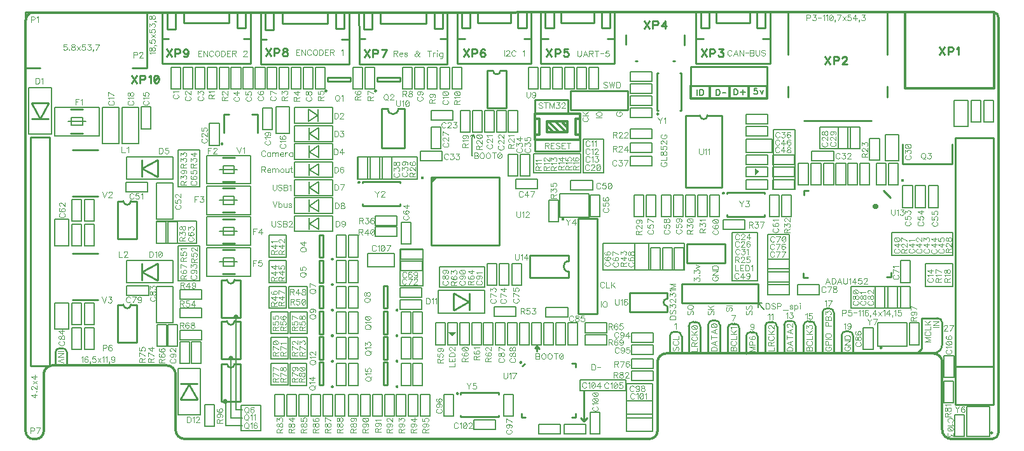
<source format=gbr>
G04 DipTrace 4.1.2.0*
G04 1_Layer_Top_Silk.gbr*
%MOIN*%
G04 #@! TF.FileFunction,Legend,Top*
G04 #@! TF.Part,Single*
%ADD10C,0.009843*%
%ADD18C,0.007874*%
%ADD22C,0.011811*%
%ADD31C,0.01378*%
%ADD39C,0.005906*%
%ADD40C,0.025591*%
%ADD160C,0.004632*%
%ADD161C,0.008749*%
%ADD164C,0.006562*%
%FSLAX26Y26*%
G04*
G70*
G90*
G75*
G01*
G04 TopSilk*
%LPD*%
X879921Y1856299D2*
D39*
X931102D1*
Y1970472D1*
X879921D1*
Y1856299D1*
X942913D2*
X994094D1*
Y1970472D1*
X942913D1*
Y1856299D1*
X1005906D2*
X1057087D1*
Y1970472D1*
X1005906D1*
Y1856299D1*
X1194882D2*
X1246063D1*
Y1970472D1*
X1194882D1*
Y1856299D1*
X1257874D2*
X1309055D1*
Y1970472D1*
X1257874D1*
Y1856299D1*
X1320866D2*
X1372047D1*
Y1970472D1*
X1320866D1*
Y1856299D1*
X1383858D2*
X1435039D1*
Y1970472D1*
X1383858D1*
Y1856299D1*
X1572835D2*
X1624016D1*
Y1970472D1*
X1572835D1*
Y1856299D1*
X2155512D2*
X2206693D1*
Y1970472D1*
X2155512D1*
Y1856299D1*
X2289370D2*
X2340551D1*
Y1970472D1*
X2289370D1*
Y1856299D1*
X3399606Y1896257D2*
Y1946262D1*
X3285433D1*
Y1896257D1*
X3399606D1*
Y1833265D2*
Y1883270D1*
X3285433D1*
Y1833265D1*
X3399606D1*
Y1770273D2*
Y1820278D1*
X3285433D1*
Y1770273D1*
X3399606D1*
X4984252Y1797244D2*
Y1659449D1*
X5055118D1*
Y1797244D1*
X4984252D1*
X773034Y1761811D2*
X723029D1*
Y1647638D1*
X773034D1*
Y1761811D1*
X1429134D2*
Y1624016D1*
X1500000D1*
Y1761811D1*
X1429134D1*
X519685Y1570866D2*
X606299D1*
Y1759843D1*
X519685D1*
Y1570866D1*
X622047D2*
X708661D1*
Y1759843D1*
X622047D1*
Y1570866D1*
X1411417Y1757874D2*
X1360236D1*
Y1643701D1*
X1411417D1*
Y1757874D1*
X3399606Y1707281D2*
Y1757286D1*
X3285433D1*
Y1707281D1*
X3399606D1*
X2572247Y1742126D2*
X2522241D1*
Y1627953D1*
X2572247D1*
Y1742126D1*
X2635239D2*
X2585234D1*
Y1627953D1*
X2635239D1*
Y1742126D1*
X2242126Y1741538D2*
Y1691533D1*
X2356299D1*
Y1741538D1*
X2242126D1*
X4005906Y1671848D2*
Y1721853D1*
X3891732D1*
Y1671848D1*
X4005906D1*
X1080709Y1561024D2*
X1131890D1*
Y1675197D1*
X1080709D1*
Y1561024D1*
X4005906Y1608856D2*
Y1658861D1*
X3891732D1*
Y1608856D1*
X4005906D1*
X2292719Y1655512D2*
X2242714D1*
Y1541339D1*
X2292719D1*
Y1655512D1*
X4427165D2*
X4375984D1*
Y1541339D1*
X4427165D1*
Y1655512D1*
X4438976Y1541339D2*
X4490157D1*
Y1655512D1*
X4438976D1*
Y1541339D1*
X4622047Y1616142D2*
Y1478346D1*
X4692913D1*
Y1616142D1*
X4622047D1*
X4029528Y1594488D2*
X3891732D1*
Y1523622D1*
X4029528D1*
Y1594488D1*
X4352362Y1478346D2*
Y1529528D1*
X4238189D1*
Y1478346D1*
X4352362D1*
X2301181Y1478934D2*
Y1528940D1*
X2187008D1*
Y1478934D1*
X2301181D1*
X2698231Y1513780D2*
X2648226D1*
Y1399606D1*
X2698231D1*
Y1513780D1*
X2761223D2*
X2711218D1*
Y1399606D1*
X2761223D1*
Y1513780D1*
X4147638Y1458661D2*
Y1509843D1*
X4033465D1*
Y1458661D1*
X4147638D1*
X3399606Y1451375D2*
Y1501381D1*
X3285433D1*
Y1451375D1*
X3399606D1*
X1910829Y1498031D2*
X1860824D1*
Y1383858D1*
X1910829D1*
Y1498031D1*
X1973822D2*
X1923816D1*
Y1383858D1*
X1973822D1*
Y1498031D1*
X4167323Y1352362D2*
X4218504D1*
Y1466535D1*
X4167323D1*
Y1352362D1*
X4301181D2*
X4352362D1*
Y1466535D1*
X4301181D1*
Y1352362D1*
X4364173D2*
X4415354D1*
Y1466535D1*
X4364173D1*
Y1352362D1*
X4427165D2*
X4478346D1*
Y1466535D1*
X4427165D1*
Y1352362D1*
X4541339Y1466535D2*
X4490157D1*
Y1352362D1*
X4541339D1*
Y1466535D1*
X4576772Y1352362D2*
X4627953D1*
Y1466535D1*
X4576772D1*
Y1352362D1*
X4147638Y1395669D2*
Y1446850D1*
X4033465D1*
Y1395669D1*
X4147638D1*
X2801181Y1333265D2*
Y1383270D1*
X2687008D1*
Y1333265D1*
X2801181D1*
X4147638Y1328740D2*
Y1379921D1*
X4033465D1*
Y1328740D1*
X4147638D1*
X4005906Y1329328D2*
Y1379333D1*
X3891732D1*
Y1329328D1*
X4005906D1*
X2974409Y1375396D2*
Y1325391D1*
X3088583D1*
Y1375396D1*
X2974409D1*
X757874Y1317517D2*
Y1367522D1*
X643701D1*
Y1317517D1*
X757874D1*
X889764Y1362205D2*
X803150D1*
Y1173228D1*
X889764D1*
Y1362205D1*
X4714567Y1234252D2*
X4765748D1*
Y1348425D1*
X4714567D1*
Y1234252D1*
X4781496D2*
X4832677D1*
Y1348425D1*
X4781496D1*
Y1234252D1*
X4848425D2*
X4899606D1*
Y1348425D1*
X4848425D1*
Y1234252D1*
X3127365Y1301181D2*
X3077360D1*
Y1187008D1*
X3127365D1*
Y1301181D1*
X3418703D2*
X3368698D1*
Y1187008D1*
X3418703D1*
Y1301181D1*
X3501381D2*
X3451375D1*
Y1187008D1*
X3501381D1*
Y1301181D1*
X3564373D2*
X3514367D1*
Y1187008D1*
X3564373D1*
Y1301181D1*
X3753349D2*
X3703344D1*
Y1187008D1*
X3753349D1*
Y1301181D1*
X4018304Y1187008D2*
X4068310D1*
Y1301181D1*
X4018304D1*
Y1187008D1*
X271654Y1171260D2*
Y1033465D1*
X342520D1*
Y1171260D1*
X271654D1*
X914766Y1159449D2*
X864761D1*
Y1045276D1*
X914766D1*
Y1159449D1*
X2087202Y1043622D2*
X2137207D1*
Y1157795D1*
X2087202D1*
Y1043622D1*
X477759Y1147638D2*
X427753D1*
Y1033465D1*
X477759D1*
Y1147638D1*
X3311024Y1045276D2*
Y907480D1*
X3381890D1*
Y1045276D1*
X3311024D1*
X3442325Y1021654D2*
X3392320D1*
Y907480D1*
X3442325D1*
Y1021654D1*
X3568310D2*
X3518304D1*
Y907480D1*
X3568310D1*
Y1021654D1*
X2084961Y1013192D2*
Y963186D1*
X2199134D1*
Y1013192D1*
X2084961D1*
X4005906Y962598D2*
Y911417D1*
X4120079D1*
Y962598D1*
X4005906D1*
X4753937Y954724D2*
X4702756D1*
Y840551D1*
X4753937D1*
Y954724D1*
X2082992Y954136D2*
Y904131D1*
X2197165D1*
Y954136D1*
X2082992D1*
X2586026Y940630D2*
X2536021D1*
Y826457D1*
X2586026D1*
Y940630D1*
X2650987D2*
X2600982D1*
Y826457D1*
X2650987D1*
Y940630D1*
X2715948D2*
X2665942D1*
Y826457D1*
X2715948D1*
Y940630D1*
X4005906Y895669D2*
Y844488D1*
X4120079D1*
Y895669D1*
X4005906D1*
Y828740D2*
Y777559D1*
X4120079D1*
Y828740D1*
X4005906D1*
X4163386D2*
Y777559D1*
X4277559D1*
Y828740D1*
X4163386D1*
X761811Y774210D2*
Y824215D1*
X647638D1*
Y774210D1*
X761811D1*
X4568898Y706693D2*
X4620079D1*
Y820866D1*
X4568898D1*
Y706693D1*
X4635827D2*
X4687008D1*
Y820866D1*
X4635827D1*
Y706693D1*
X4702756D2*
X4753937D1*
Y820866D1*
X4702756D1*
Y706693D1*
X889764Y818898D2*
X803150D1*
Y629921D1*
X889764D1*
Y818898D1*
X271654Y734252D2*
Y596457D1*
X342520D1*
Y734252D1*
X271654D1*
X2958661Y660037D2*
Y710042D1*
X2844488D1*
Y660037D1*
X2958661D1*
X4559055Y602362D2*
X4507874D1*
Y488189D1*
X4559055D1*
Y602362D1*
X2631302Y627953D2*
X2581297D1*
Y513780D1*
X2631302D1*
Y627953D1*
X2644289Y513780D2*
X2694294D1*
Y627953D1*
X2644289D1*
Y513780D1*
X2707281D2*
X2757286D1*
Y627953D1*
X2707281D1*
Y513780D1*
X2833265D2*
X2883270D1*
Y627953D1*
X2833265D1*
Y513780D1*
X3009255Y627953D2*
X2959249D1*
Y513780D1*
X3009255D1*
Y627953D1*
X914766Y620079D2*
X864761D1*
Y505906D1*
X914766D1*
Y620079D1*
X477759Y604331D2*
X427753D1*
Y490157D1*
X477759D1*
Y604331D1*
X3293307Y576184D2*
Y526178D1*
X3407480D1*
Y576184D1*
X3293307D1*
X3407480Y463186D2*
Y513192D1*
X3293307D1*
Y463186D1*
X3407480D1*
X2309643Y139764D2*
X2359648D1*
Y253937D1*
X2309643D1*
Y139764D1*
X2674609Y253937D2*
X2624604D1*
Y139764D1*
X2674609D1*
Y253937D1*
X3265748Y149606D2*
X3403543D1*
Y220472D1*
X3265748D1*
Y149606D1*
X3127365Y159449D2*
X3077360D1*
Y45276D1*
X3127365D1*
Y159449D1*
X3265748Y59055D2*
X3403543D1*
Y129921D1*
X3265748D1*
Y59055D1*
X2580709Y69486D2*
Y119491D1*
X2466535D1*
Y69486D1*
X2580709D1*
X5037402Y147638D2*
X4986220D1*
Y33465D1*
X5037402D1*
Y147638D1*
X2919291Y45864D2*
Y95869D1*
X2805118D1*
Y45864D1*
X2919291D1*
X3053150D2*
Y95869D1*
X2938976D1*
Y45864D1*
X3053150D1*
X4931102Y342520D2*
X4982283D1*
Y456693D1*
X4931102D1*
Y342520D1*
X2049213Y992126D2*
X1911417D1*
Y921260D1*
X2049213D1*
Y992126D1*
X242913Y1603937D2*
D10*
X142913D1*
X242913Y403937D2*
Y1603937D1*
Y403937D2*
X142913D1*
Y479537D1*
Y1603937D1*
X5190551Y1600000D2*
X4990551D1*
X5190551Y400000D2*
X4990551D1*
Y1600000D1*
X5190551Y400000D2*
Y1600000D1*
X236224Y1781507D2*
X149602D1*
X236224Y1698808D2*
X149602D1*
Y1779530D2*
X192913Y1700785D1*
X236224Y1779530D1*
X133858Y1618110D2*
D39*
X251969D1*
Y1862205D1*
X133858D1*
Y1618110D1*
X1649597Y1716585D2*
X1598416Y1748081D1*
X1645661Y1716585D2*
X1598416Y1685089D1*
X1649597D2*
Y1748081D1*
X1598416Y1685089D2*
Y1748081D1*
X1726378Y1675148D2*
Y1757923D1*
X1525591D1*
Y1675148D1*
X1726378D1*
X1602371Y1621997D2*
X1653552Y1590501D1*
X1606307Y1621997D2*
X1653552Y1653493D1*
X1602371D2*
Y1590501D1*
X1653552Y1653493D2*
Y1590501D1*
X1525591Y1663434D2*
Y1580660D1*
X1726378D1*
Y1663434D1*
X1525591D1*
X1602371Y1527509D2*
X1653552Y1496013D1*
X1606307Y1527509D2*
X1653552Y1559005D1*
X1602371D2*
Y1496013D1*
X1653552Y1559005D2*
Y1496013D1*
X1525591Y1568946D2*
Y1486172D1*
X1726378D1*
Y1568946D1*
X1525591D1*
X809066Y1397634D2*
D10*
Y1484256D1*
X726367Y1397634D2*
Y1484256D1*
X807089D2*
X728344Y1440945D1*
X807089Y1397634D1*
X645669Y1500000D2*
D39*
Y1381890D1*
X889764D1*
Y1500000D1*
X645669D1*
X1602371Y1433021D2*
X1653552Y1401525D1*
X1606307Y1433021D2*
X1653552Y1464517D1*
X1602371D2*
Y1401525D1*
X1653552Y1464517D2*
Y1401525D1*
X1525591Y1474458D2*
Y1391684D1*
X1726378D1*
Y1474458D1*
X1525591D1*
X1602371Y1338533D2*
X1653552Y1307037D1*
X1606307Y1338533D2*
X1653552Y1370029D1*
X1602371D2*
Y1307037D1*
X1653552Y1370029D2*
Y1307037D1*
X1525591Y1379970D2*
Y1297196D1*
X1726378D1*
Y1379970D1*
X1525591D1*
X1602371Y1244045D2*
X1653552Y1212549D1*
X1606307Y1244045D2*
X1653552Y1275541D1*
X1602371D2*
Y1212549D1*
X1653552Y1275541D2*
Y1212549D1*
X1525591Y1285482D2*
Y1202707D1*
X1726378D1*
Y1285482D1*
X1525591D1*
X1602371Y1149556D2*
X1653552Y1118060D1*
X1606307Y1149556D2*
X1653552Y1181052D1*
X1602371D2*
Y1118060D1*
X1653552Y1181052D2*
Y1118060D1*
X1525591Y1190993D2*
Y1108219D1*
X1726378D1*
Y1190993D1*
X1525591D1*
X809066Y854327D2*
D10*
Y940949D1*
X726367Y854327D2*
Y940949D1*
X807089D2*
X728344Y897638D1*
X807089Y854327D1*
X645669Y956693D2*
D39*
Y838583D1*
X889764D1*
Y956693D1*
X645669D1*
X2360226Y783469D2*
D10*
Y696846D1*
X2442924Y783469D2*
Y696846D1*
X2362202D2*
X2440948Y740157D1*
X2362202Y783469D1*
X2523622Y681102D2*
D39*
Y799213D1*
X2279528D1*
Y681102D1*
X2523622D1*
X931098Y226367D2*
D10*
X1017720D1*
X931098Y309066D2*
X1017720D1*
Y228344D2*
X974409Y307089D1*
X931098Y228344D1*
X1033465Y389764D2*
D39*
X915354D1*
Y145669D1*
X1033465D1*
Y389764D1*
X3956299Y733465D2*
D10*
Y833465D1*
X3556299Y733465D2*
X3956299D1*
X3556299Y833465D2*
X3956299D1*
X3556299Y733465D2*
Y833465D1*
X354314Y1748024D2*
X417328D1*
X354314Y1622055D2*
X417328D1*
X415370Y1706702D2*
D18*
X358252D1*
Y1665352D1*
X415370D1*
Y1706702D1*
X340541Y1685039D2*
X433081D1*
X501969Y1759843D2*
D39*
X271654D1*
Y1610236D1*
X501969D1*
Y1759843D1*
X1213600Y1370087D2*
D10*
X1150585D1*
X1213600Y1496055D2*
X1150585D1*
X1152543Y1411408D2*
D18*
X1209661D1*
Y1452759D1*
X1152543D1*
Y1411408D1*
X1227373Y1433071D2*
X1134832D1*
X1065945Y1358268D2*
D39*
X1296260D1*
Y1507874D1*
X1065945D1*
Y1358268D1*
X1213600Y1208669D2*
D10*
X1150585D1*
X1213600Y1334638D2*
X1150585D1*
X1152543Y1249991D2*
D18*
X1209661D1*
Y1291341D1*
X1152543D1*
Y1249991D1*
X1227373Y1271654D2*
X1134832D1*
X1065945Y1196850D2*
D39*
X1296260D1*
Y1346457D1*
X1065945D1*
Y1196850D1*
X1213600Y1047252D2*
D10*
X1150585D1*
X1213600Y1173220D2*
X1150585D1*
X1152543Y1088573D2*
D18*
X1209661D1*
Y1129924D1*
X1152543D1*
Y1088573D1*
X1227373Y1110236D2*
X1134832D1*
X1065945Y1035433D2*
D39*
X1296260D1*
Y1185039D1*
X1065945D1*
Y1035433D1*
X1213600Y885835D2*
D10*
X1150585D1*
X1213600Y1011803D2*
X1150585D1*
X1152543Y927156D2*
D18*
X1209661D1*
Y968507D1*
X1152543D1*
Y927156D1*
X1227373Y948819D2*
X1134832D1*
X1065945Y874016D2*
D39*
X1296260D1*
Y1023622D1*
X1065945D1*
Y874016D1*
X4633885Y2259425D2*
D10*
X4114147D1*
X4633885Y2257878D2*
Y2035840D1*
Y1870472D2*
Y1812196D1*
X4114147Y2259843D2*
Y2035840D1*
Y1870472D2*
Y1812196D1*
X4551167Y1688556D2*
X4196865D1*
X4003150Y1871260D2*
Y1971260D1*
X3603150Y1871260D2*
X4003150D1*
X3603150Y1971260D2*
X4003150D1*
X3603150Y1871260D2*
Y1971260D1*
X3112992Y1176378D2*
X3012992D1*
X3112992Y676378D2*
Y1176378D1*
X3012992Y676378D2*
Y1176378D1*
X3112992Y676378D2*
X3012992D1*
X3783858Y944094D2*
Y1044094D1*
X3583858Y944094D2*
X3783858D1*
X3583858D2*
Y1044094D1*
X3783858D1*
X4990551Y400000D2*
X5190551D1*
X4990551Y200000D2*
Y400000D1*
X5190551Y200000D2*
Y400000D1*
X4990551Y200000D2*
X5190551D1*
X364171Y1535440D2*
X498041D1*
X364171Y1291332D2*
X498041D1*
X364171Y992133D2*
X498041D1*
X364171Y748025D2*
X498041D1*
G36*
X3938783Y1401571D2*
Y1440949D1*
X3962600Y1421260D1*
D1*
X3938783Y1401571D1*
G37*
X3891732Y1446850D2*
D39*
Y1395669D1*
X4005906D1*
Y1446850D1*
X3891732D1*
G36*
X2334642Y580902D2*
X2374020D1*
X2354331Y557085D1*
D1*
X2334642Y580902D1*
G37*
X2379921Y627953D2*
D39*
X2328740D1*
Y513780D1*
X2379921D1*
Y627953D1*
G36*
X1699294Y1845518D2*
X1699228Y1844513D1*
X1699032Y1843525D1*
X1698708Y1842571D1*
X1698262Y1841667D1*
X1697702Y1840830D1*
X1697038Y1840072D1*
X1696281Y1839408D1*
X1695443Y1838848D1*
X1694539Y1838403D1*
X1693585Y1838079D1*
X1692597Y1837882D1*
X1691592Y1837816D1*
X1690587Y1837882D1*
X1689598Y1838079D1*
X1688644Y1838403D1*
X1687741Y1838848D1*
X1686903Y1839408D1*
X1686146Y1840072D1*
X1685481Y1840830D1*
X1684922Y1841667D1*
X1684476Y1842571D1*
X1684152Y1843525D1*
X1683956Y1844513D1*
X1683890Y1845518D1*
Y1845537D1*
X1683956Y1846542D1*
X1684152Y1847530D1*
X1684476Y1848484D1*
X1684922Y1849388D1*
X1685481Y1850225D1*
X1686146Y1850983D1*
X1686903Y1851647D1*
X1687741Y1852207D1*
X1688644Y1852653D1*
X1689598Y1852976D1*
X1690587Y1853173D1*
X1691592Y1853239D1*
X1692597Y1853173D1*
X1693585Y1852976D1*
X1694539Y1852653D1*
X1695443Y1852207D1*
X1696281Y1851647D1*
X1697038Y1850983D1*
X1697702Y1850225D1*
X1698262Y1849388D1*
X1698708Y1848484D1*
X1699032Y1847530D1*
X1699228Y1846542D1*
X1699294Y1845537D1*
Y1845518D1*
G37*
X1700793Y1895669D2*
D10*
X1818898D1*
Y1915354D1*
X1700793D1*
Y1895669D1*
G36*
X1959136Y1845518D2*
X1959071Y1844513D1*
X1958874Y1843525D1*
X1958550Y1842571D1*
X1958105Y1841667D1*
X1957545Y1840830D1*
X1956881Y1840072D1*
X1956123Y1839408D1*
X1955285Y1838848D1*
X1954382Y1838403D1*
X1953428Y1838079D1*
X1952440Y1837882D1*
X1951434Y1837816D1*
X1950429Y1837882D1*
X1949441Y1838079D1*
X1948487Y1838403D1*
X1947583Y1838848D1*
X1946746Y1839408D1*
X1945988Y1840072D1*
X1945324Y1840830D1*
X1944764Y1841667D1*
X1944319Y1842571D1*
X1943995Y1843525D1*
X1943798Y1844513D1*
X1943732Y1845518D1*
Y1845537D1*
X1943798Y1846542D1*
X1943995Y1847530D1*
X1944319Y1848484D1*
X1944764Y1849388D1*
X1945324Y1850225D1*
X1945988Y1850983D1*
X1946746Y1851647D1*
X1947583Y1852207D1*
X1948487Y1852653D1*
X1949441Y1852976D1*
X1950429Y1853173D1*
X1951434Y1853239D1*
X1952440Y1853173D1*
X1953428Y1852976D1*
X1954382Y1852653D1*
X1955285Y1852207D1*
X1956123Y1851647D1*
X1956881Y1850983D1*
X1957545Y1850225D1*
X1958105Y1849388D1*
X1958550Y1848484D1*
X1958874Y1847530D1*
X1959071Y1846542D1*
X1959136Y1845537D1*
Y1845518D1*
G37*
X1960635Y1895669D2*
D10*
X2078740D1*
Y1915354D1*
X1960635D1*
Y1895669D1*
X4712587Y1464070D2*
X4972444D1*
X4712587Y1566428D2*
Y1464070D1*
X4972444Y1566428D2*
Y1464070D1*
G36*
X4713478Y1369068D2*
X4712478Y1369134D1*
X4711495Y1369329D1*
X4710545Y1369652D1*
X4709646Y1370095D1*
X4708812Y1370652D1*
X4708059Y1371313D1*
X4707398Y1372067D1*
X4706841Y1372901D1*
X4706397Y1373800D1*
X4706075Y1374749D1*
X4705879Y1375732D1*
X4705814Y1376733D1*
X4705879Y1377733D1*
X4706075Y1378717D1*
X4706397Y1379666D1*
X4706841Y1380565D1*
X4707398Y1381399D1*
X4708059Y1382153D1*
X4708812Y1382814D1*
X4709646Y1383371D1*
X4710545Y1383814D1*
X4711495Y1384136D1*
X4712478Y1384332D1*
X4713478Y1384398D1*
X4713587D1*
X4714588Y1384332D1*
X4715571Y1384136D1*
X4716520Y1383814D1*
X4717420Y1383371D1*
X4718253Y1382814D1*
X4719007Y1382153D1*
X4719668Y1381399D1*
X4720225Y1380565D1*
X4720669Y1379666D1*
X4720991Y1378717D1*
X4721186Y1377733D1*
X4721252Y1376733D1*
X4721186Y1375732D1*
X4720991Y1374749D1*
X4720669Y1373800D1*
X4720225Y1372901D1*
X4719668Y1372067D1*
X4719007Y1371313D1*
X4718253Y1370652D1*
X4717420Y1370095D1*
X4716520Y1369652D1*
X4715571Y1369329D1*
X4714588Y1369134D1*
X4713587Y1369068D1*
X4713478D1*
G37*
G36*
X1725348Y970948D2*
X1726353Y970882D1*
X1727341Y970685D1*
X1728295Y970361D1*
X1729199Y969916D1*
X1730037Y969356D1*
X1730794Y968692D1*
X1731458Y967934D1*
X1732018Y967096D1*
X1732464Y966193D1*
X1732787Y965239D1*
X1732984Y964251D1*
X1733050Y963245D1*
X1732984Y962240D1*
X1732787Y961252D1*
X1732464Y960298D1*
X1732018Y959394D1*
X1731458Y958557D1*
X1730794Y957799D1*
X1730037Y957135D1*
X1729199Y956575D1*
X1728295Y956130D1*
X1727341Y955806D1*
X1726353Y955609D1*
X1725348Y955543D1*
X1725329D1*
X1724324Y955609D1*
X1723336Y955806D1*
X1722382Y956130D1*
X1721478Y956575D1*
X1720641Y957135D1*
X1719883Y957799D1*
X1719219Y958557D1*
X1718659Y959394D1*
X1718214Y960298D1*
X1717890Y961252D1*
X1717693Y962240D1*
X1717627Y963245D1*
X1717693Y964251D1*
X1717890Y965239D1*
X1718214Y966193D1*
X1718659Y967096D1*
X1719219Y967934D1*
X1719883Y968692D1*
X1720641Y969356D1*
X1721478Y969916D1*
X1722382Y970361D1*
X1723336Y970685D1*
X1724324Y970882D1*
X1725329Y970948D1*
X1725348D1*
G37*
X1675197Y972446D2*
D10*
Y1090551D1*
X1655512D1*
Y972446D1*
X1675197D1*
G36*
X1725348Y837089D2*
X1726353Y837023D1*
X1727341Y836827D1*
X1728295Y836503D1*
X1729199Y836057D1*
X1730037Y835498D1*
X1730794Y834833D1*
X1731458Y834076D1*
X1732018Y833238D1*
X1732464Y832335D1*
X1732787Y831381D1*
X1732984Y830392D1*
X1733050Y829387D1*
X1732984Y828382D1*
X1732787Y827394D1*
X1732464Y826440D1*
X1732018Y825536D1*
X1731458Y824698D1*
X1730794Y823941D1*
X1730037Y823277D1*
X1729199Y822717D1*
X1728295Y822271D1*
X1727341Y821947D1*
X1726353Y821751D1*
X1725348Y821685D1*
X1725329D1*
X1724324Y821751D1*
X1723336Y821947D1*
X1722382Y822271D1*
X1721478Y822717D1*
X1720641Y823277D1*
X1719883Y823941D1*
X1719219Y824698D1*
X1718659Y825536D1*
X1718214Y826440D1*
X1717890Y827394D1*
X1717693Y828382D1*
X1717627Y829387D1*
X1717693Y830392D1*
X1717890Y831381D1*
X1718214Y832335D1*
X1718659Y833238D1*
X1719219Y834076D1*
X1719883Y834833D1*
X1720641Y835498D1*
X1721478Y836057D1*
X1722382Y836503D1*
X1723336Y836827D1*
X1724324Y837023D1*
X1725329Y837089D1*
X1725348D1*
G37*
X1675197Y838588D2*
D10*
Y956693D1*
X1655512D1*
Y838588D1*
X1675197D1*
X1141726Y854332D2*
Y657479D1*
X1244101Y854332D2*
Y657479D1*
X1141726D2*
X1244101D1*
X1173219Y854332D2*
X1141726D1*
X1212608D2*
X1244101D1*
X1173219D2*
G03X1212608Y854332I19694J9D01*
G01*
G36*
X1725348Y703231D2*
X1726353Y703165D1*
X1727341Y702969D1*
X1728295Y702645D1*
X1729199Y702199D1*
X1730037Y701639D1*
X1730794Y700975D1*
X1731458Y700218D1*
X1732018Y699380D1*
X1732464Y698476D1*
X1732787Y697522D1*
X1732984Y696534D1*
X1733050Y695529D1*
X1732984Y694524D1*
X1732787Y693535D1*
X1732464Y692581D1*
X1732018Y691678D1*
X1731458Y690840D1*
X1730794Y690083D1*
X1730037Y689418D1*
X1729199Y688859D1*
X1728295Y688413D1*
X1727341Y688089D1*
X1726353Y687893D1*
X1725348Y687827D1*
X1725329D1*
X1724324Y687893D1*
X1723336Y688089D1*
X1722382Y688413D1*
X1721478Y688859D1*
X1720641Y689418D1*
X1719883Y690083D1*
X1719219Y690840D1*
X1718659Y691678D1*
X1718214Y692581D1*
X1717890Y693535D1*
X1717693Y694524D1*
X1717627Y695529D1*
X1717693Y696534D1*
X1717890Y697522D1*
X1718214Y698476D1*
X1718659Y699380D1*
X1719219Y700218D1*
X1719883Y700975D1*
X1720641Y701639D1*
X1721478Y702199D1*
X1722382Y702645D1*
X1723336Y702969D1*
X1724324Y703165D1*
X1725329Y703231D1*
X1725348D1*
G37*
X1675197Y704730D2*
D10*
Y822835D1*
X1655512D1*
Y704730D1*
X1675197D1*
G36*
X2063930Y703231D2*
X2064936Y703165D1*
X2065924Y702969D1*
X2066878Y702645D1*
X2067781Y702199D1*
X2068619Y701639D1*
X2069377Y700975D1*
X2070041Y700218D1*
X2070601Y699380D1*
X2071046Y698476D1*
X2071370Y697522D1*
X2071567Y696534D1*
X2071633Y695529D1*
X2071567Y694524D1*
X2071370Y693535D1*
X2071046Y692581D1*
X2070601Y691678D1*
X2070041Y690840D1*
X2069377Y690083D1*
X2068619Y689418D1*
X2067781Y688859D1*
X2066878Y688413D1*
X2065924Y688089D1*
X2064936Y687893D1*
X2063930Y687827D1*
X2063912D1*
X2062907Y687893D1*
X2061919Y688089D1*
X2060965Y688413D1*
X2060061Y688859D1*
X2059223Y689418D1*
X2058466Y690083D1*
X2057802Y690840D1*
X2057242Y691678D1*
X2056796Y692581D1*
X2056472Y693535D1*
X2056276Y694524D1*
X2056210Y695529D1*
X2056276Y696534D1*
X2056472Y697522D1*
X2056796Y698476D1*
X2057242Y699380D1*
X2057802Y700218D1*
X2058466Y700975D1*
X2059223Y701639D1*
X2060061Y702199D1*
X2060965Y702645D1*
X2061919Y702969D1*
X2062907Y703165D1*
X2063912Y703231D1*
X2063930D1*
G37*
X2013780Y704730D2*
D10*
Y822835D1*
X1994094D1*
Y704730D1*
X2013780D1*
G36*
X1725348Y569373D2*
X1726353Y569307D1*
X1727341Y569110D1*
X1728295Y568786D1*
X1729199Y568341D1*
X1730037Y567781D1*
X1730794Y567117D1*
X1731458Y566359D1*
X1732018Y565522D1*
X1732464Y564618D1*
X1732787Y563664D1*
X1732984Y562676D1*
X1733050Y561671D1*
X1732984Y560665D1*
X1732787Y559677D1*
X1732464Y558723D1*
X1732018Y557820D1*
X1731458Y556982D1*
X1730794Y556224D1*
X1730037Y555560D1*
X1729199Y555000D1*
X1728295Y554555D1*
X1727341Y554231D1*
X1726353Y554034D1*
X1725348Y553969D1*
X1725329D1*
X1724324Y554034D1*
X1723336Y554231D1*
X1722382Y554555D1*
X1721478Y555000D1*
X1720641Y555560D1*
X1719883Y556224D1*
X1719219Y556982D1*
X1718659Y557820D1*
X1718214Y558723D1*
X1717890Y559677D1*
X1717693Y560665D1*
X1717627Y561671D1*
X1717693Y562676D1*
X1717890Y563664D1*
X1718214Y564618D1*
X1718659Y565522D1*
X1719219Y566359D1*
X1719883Y567117D1*
X1720641Y567781D1*
X1721478Y568341D1*
X1722382Y568786D1*
X1723336Y569110D1*
X1724324Y569307D1*
X1725329Y569373D1*
X1725348D1*
G37*
X1675197Y570871D2*
D10*
Y688976D1*
X1655512D1*
Y570871D1*
X1675197D1*
G36*
X2063930Y569373D2*
X2064936Y569307D1*
X2065924Y569110D1*
X2066878Y568786D1*
X2067781Y568341D1*
X2068619Y567781D1*
X2069377Y567117D1*
X2070041Y566359D1*
X2070601Y565522D1*
X2071046Y564618D1*
X2071370Y563664D1*
X2071567Y562676D1*
X2071633Y561671D1*
X2071567Y560665D1*
X2071370Y559677D1*
X2071046Y558723D1*
X2070601Y557820D1*
X2070041Y556982D1*
X2069377Y556224D1*
X2068619Y555560D1*
X2067781Y555000D1*
X2066878Y554555D1*
X2065924Y554231D1*
X2064936Y554034D1*
X2063930Y553969D1*
X2063912D1*
X2062907Y554034D1*
X2061919Y554231D1*
X2060965Y554555D1*
X2060061Y555000D1*
X2059223Y555560D1*
X2058466Y556224D1*
X2057802Y556982D1*
X2057242Y557820D1*
X2056796Y558723D1*
X2056472Y559677D1*
X2056276Y560665D1*
X2056210Y561671D1*
X2056276Y562676D1*
X2056472Y563664D1*
X2056796Y564618D1*
X2057242Y565522D1*
X2057802Y566359D1*
X2058466Y567117D1*
X2059223Y567781D1*
X2060061Y568341D1*
X2060965Y568786D1*
X2061919Y569110D1*
X2062907Y569307D1*
X2063912Y569373D1*
X2063930D1*
G37*
X2013780Y570871D2*
D10*
Y688976D1*
X1994094D1*
Y570871D1*
X2013780D1*
X1141726Y637797D2*
Y440944D1*
X1244101Y637797D2*
Y440944D1*
X1141726D2*
X1244101D1*
X1173219Y637797D2*
X1141726D1*
X1212608D2*
X1244101D1*
X1173219D2*
G03X1212608Y637797I19694J9D01*
G01*
G36*
X1725348Y435514D2*
X1726353Y435449D1*
X1727341Y435252D1*
X1728295Y434928D1*
X1729199Y434483D1*
X1730037Y433923D1*
X1730794Y433259D1*
X1731458Y432501D1*
X1732018Y431663D1*
X1732464Y430760D1*
X1732787Y429806D1*
X1732984Y428818D1*
X1733050Y427812D1*
X1732984Y426807D1*
X1732787Y425819D1*
X1732464Y424865D1*
X1732018Y423961D1*
X1731458Y423124D1*
X1730794Y422366D1*
X1730037Y421702D1*
X1729199Y421142D1*
X1728295Y420697D1*
X1727341Y420373D1*
X1726353Y420176D1*
X1725348Y420110D1*
X1725329D1*
X1724324Y420176D1*
X1723336Y420373D1*
X1722382Y420697D1*
X1721478Y421142D1*
X1720641Y421702D1*
X1719883Y422366D1*
X1719219Y423124D1*
X1718659Y423961D1*
X1718214Y424865D1*
X1717890Y425819D1*
X1717693Y426807D1*
X1717627Y427812D1*
X1717693Y428818D1*
X1717890Y429806D1*
X1718214Y430760D1*
X1718659Y431663D1*
X1719219Y432501D1*
X1719883Y433259D1*
X1720641Y433923D1*
X1721478Y434483D1*
X1722382Y434928D1*
X1723336Y435252D1*
X1724324Y435449D1*
X1725329Y435514D1*
X1725348D1*
G37*
X1675197Y437013D2*
D10*
Y555118D1*
X1655512D1*
Y437013D1*
X1675197D1*
G36*
X2063930Y435514D2*
X2064936Y435449D1*
X2065924Y435252D1*
X2066878Y434928D1*
X2067781Y434483D1*
X2068619Y433923D1*
X2069377Y433259D1*
X2070041Y432501D1*
X2070601Y431663D1*
X2071046Y430760D1*
X2071370Y429806D1*
X2071567Y428818D1*
X2071633Y427812D1*
X2071567Y426807D1*
X2071370Y425819D1*
X2071046Y424865D1*
X2070601Y423961D1*
X2070041Y423124D1*
X2069377Y422366D1*
X2068619Y421702D1*
X2067781Y421142D1*
X2066878Y420697D1*
X2065924Y420373D1*
X2064936Y420176D1*
X2063930Y420110D1*
X2063912D1*
X2062907Y420176D1*
X2061919Y420373D1*
X2060965Y420697D1*
X2060061Y421142D1*
X2059223Y421702D1*
X2058466Y422366D1*
X2057802Y423124D1*
X2057242Y423961D1*
X2056796Y424865D1*
X2056472Y425819D1*
X2056276Y426807D1*
X2056210Y427812D1*
X2056276Y428818D1*
X2056472Y429806D1*
X2056796Y430760D1*
X2057242Y431663D1*
X2057802Y432501D1*
X2058466Y433259D1*
X2059223Y433923D1*
X2060061Y434483D1*
X2060965Y434928D1*
X2061919Y435252D1*
X2062907Y435449D1*
X2063912Y435514D1*
X2063930D1*
G37*
X2013780Y437013D2*
D10*
Y555118D1*
X1994094D1*
Y437013D1*
X2013780D1*
G36*
X1725348Y301656D2*
X1726353Y301590D1*
X1727341Y301394D1*
X1728295Y301070D1*
X1729199Y300624D1*
X1730037Y300065D1*
X1730794Y299400D1*
X1731458Y298643D1*
X1732018Y297805D1*
X1732464Y296902D1*
X1732787Y295948D1*
X1732984Y294959D1*
X1733050Y293954D1*
X1732984Y292949D1*
X1732787Y291961D1*
X1732464Y291007D1*
X1732018Y290103D1*
X1731458Y289265D1*
X1730794Y288508D1*
X1730037Y287844D1*
X1729199Y287284D1*
X1728295Y286838D1*
X1727341Y286514D1*
X1726353Y286318D1*
X1725348Y286252D1*
X1725329D1*
X1724324Y286318D1*
X1723336Y286514D1*
X1722382Y286838D1*
X1721478Y287284D1*
X1720641Y287844D1*
X1719883Y288508D1*
X1719219Y289265D1*
X1718659Y290103D1*
X1718214Y291007D1*
X1717890Y291961D1*
X1717693Y292949D1*
X1717627Y293954D1*
X1717693Y294959D1*
X1717890Y295948D1*
X1718214Y296902D1*
X1718659Y297805D1*
X1719219Y298643D1*
X1719883Y299400D1*
X1720641Y300065D1*
X1721478Y300624D1*
X1722382Y301070D1*
X1723336Y301394D1*
X1724324Y301590D1*
X1725329Y301656D1*
X1725348D1*
G37*
X1675197Y303155D2*
D10*
Y421260D1*
X1655512D1*
Y303155D1*
X1675197D1*
G36*
X2063930Y301656D2*
X2064936Y301590D1*
X2065924Y301394D1*
X2066878Y301070D1*
X2067781Y300624D1*
X2068619Y300065D1*
X2069377Y299400D1*
X2070041Y298643D1*
X2070601Y297805D1*
X2071046Y296902D1*
X2071370Y295948D1*
X2071567Y294959D1*
X2071633Y293954D1*
X2071567Y292949D1*
X2071370Y291961D1*
X2071046Y291007D1*
X2070601Y290103D1*
X2070041Y289265D1*
X2069377Y288508D1*
X2068619Y287844D1*
X2067781Y287284D1*
X2066878Y286838D1*
X2065924Y286514D1*
X2064936Y286318D1*
X2063930Y286252D1*
X2063912D1*
X2062907Y286318D1*
X2061919Y286514D1*
X2060965Y286838D1*
X2060061Y287284D1*
X2059223Y287844D1*
X2058466Y288508D1*
X2057802Y289265D1*
X2057242Y290103D1*
X2056796Y291007D1*
X2056472Y291961D1*
X2056276Y292949D1*
X2056210Y293954D1*
X2056276Y294959D1*
X2056472Y295948D1*
X2056796Y296902D1*
X2057242Y297805D1*
X2057802Y298643D1*
X2058466Y299400D1*
X2059223Y300065D1*
X2060061Y300624D1*
X2060965Y301070D1*
X2061919Y301394D1*
X2062907Y301590D1*
X2063912Y301656D1*
X2063930D1*
G37*
X2013780Y303155D2*
D10*
Y421260D1*
X1994094D1*
Y303155D1*
X2013780D1*
X1141726Y413387D2*
Y216534D1*
X1244101Y413387D2*
Y216534D1*
X1141726D2*
X1244101D1*
X1173219Y413387D2*
X1141726D1*
X1212608D2*
X1244101D1*
X1173219D2*
G03X1212608Y413387I19694J9D01*
G01*
X1069486Y1856299D2*
D39*
X1119491D1*
Y1970472D1*
X1069486D1*
Y1856299D1*
X1132478D2*
X1182483D1*
Y1970472D1*
X1132478D1*
Y1856299D1*
X1447438D2*
X1497444D1*
Y1970472D1*
X1447438D1*
Y1856299D1*
X1510430D2*
X1560436D1*
Y1970472D1*
X1510430D1*
Y1856299D1*
X1636415D2*
X1686420D1*
Y1970472D1*
X1636415D1*
Y1856299D1*
X1833265D2*
X1883270D1*
Y1970472D1*
X1833265D1*
Y1856299D1*
X1896257D2*
X1946262D1*
Y1970472D1*
X1896257D1*
Y1856299D1*
X2093108D2*
X2143113D1*
Y1970472D1*
X2093108D1*
Y1856299D1*
X2223029D2*
X2273034D1*
Y1970472D1*
X2223029D1*
Y1856299D1*
X2352950D2*
X2402955D1*
Y1970472D1*
X2352950D1*
Y1856299D1*
X2804530Y1970472D2*
X2754525D1*
Y1856299D1*
X2804530D1*
Y1970472D1*
X2867522D2*
X2817517D1*
Y1856299D1*
X2867522D1*
Y1970472D1*
X2930514D2*
X2880509D1*
Y1856299D1*
X2930514D1*
Y1970472D1*
X2993507D2*
X2943501D1*
Y1856299D1*
X2993507D1*
Y1970472D1*
X3056499D2*
X3006493D1*
Y1856299D1*
X3056499D1*
Y1970472D1*
X3119491D2*
X3069486D1*
Y1856299D1*
X3119491D1*
Y1970472D1*
X5072835Y1683071D2*
X5124016D1*
Y1797244D1*
X5072835D1*
Y1683071D1*
X5139764D2*
X5190945D1*
Y1797244D1*
X5139764D1*
Y1683071D1*
X2396257Y1627953D2*
X2446262D1*
Y1742126D1*
X2396257D1*
Y1627953D1*
X2459249D2*
X2509255D1*
Y1742126D1*
X2459249D1*
Y1627953D1*
X2648226D2*
X2698231D1*
Y1742126D1*
X2648226D1*
Y1627953D1*
X3399606Y1595076D2*
Y1645081D1*
X3285433D1*
Y1595076D1*
X3399606D1*
X4592520Y1596457D2*
X4541339D1*
Y1482283D1*
X4592520D1*
Y1596457D1*
X3399606Y1522241D2*
Y1572247D1*
X3285433D1*
Y1522241D1*
X3399606D1*
X4005906Y1459249D2*
Y1509255D1*
X3891732D1*
Y1459249D1*
X4005906D1*
X2036814Y1498031D2*
X1986808D1*
Y1383858D1*
X2036814D1*
Y1498031D1*
X4285433Y1466535D2*
X4234252D1*
Y1352362D1*
X4285433D1*
Y1466535D1*
X4690945D2*
X4639764D1*
Y1352362D1*
X4690945D1*
Y1466535D1*
X3355711Y1301181D2*
X3305706D1*
Y1187008D1*
X3355711D1*
Y1301181D1*
X3577360Y1187008D2*
X3627365D1*
Y1301181D1*
X3577360D1*
Y1187008D1*
X3690357Y1301181D2*
X3640352D1*
Y1187008D1*
X3690357D1*
Y1301181D1*
X4081297Y1187008D2*
X4131302D1*
Y1301181D1*
X4081297D1*
Y1187008D1*
X410829Y1277559D2*
X360824D1*
Y1163386D1*
X410829D1*
Y1277559D1*
X477759D2*
X427753D1*
Y1163386D1*
X477759D1*
Y1277559D1*
X2910829Y1273622D2*
X2860824D1*
Y1159449D1*
X2910829D1*
Y1273622D1*
X1950787Y1190357D2*
Y1140352D1*
X2064961D1*
Y1190357D1*
X1950787D1*
X3773937Y1168703D2*
Y1118698D1*
X3888110D1*
Y1168703D1*
X3773937D1*
X801769Y1045276D2*
X851774D1*
Y1159449D1*
X801769D1*
Y1045276D1*
X410829Y1147638D2*
X360824D1*
Y1033465D1*
X410829D1*
Y1147638D1*
X2064961Y1081297D2*
Y1131302D1*
X1950787D1*
Y1081297D1*
X2064961D1*
X1746651Y974409D2*
X1796656D1*
Y1088583D1*
X1746651D1*
Y974409D1*
X1809643D2*
X1859648D1*
Y1088583D1*
X1809643D1*
Y974409D1*
X3505318Y1021654D2*
X3455312D1*
Y907480D1*
X3505318D1*
Y1021654D1*
X1746651Y840551D2*
X1796656D1*
Y954724D1*
X1746651D1*
Y840551D1*
X1809643D2*
X1859648D1*
Y954724D1*
X1809643D1*
Y840551D1*
X1746651Y706693D2*
X1796656D1*
Y820866D1*
X1746651D1*
Y706693D1*
X1809643D2*
X1859648D1*
Y820866D1*
X1809643D1*
Y706693D1*
X2194882Y762399D2*
Y812404D1*
X2080709D1*
Y762399D1*
X2194882D1*
X927165Y804530D2*
Y754525D1*
X1041339D1*
Y804530D1*
X927165D1*
X2194882Y699407D2*
Y749412D1*
X2080709D1*
Y699407D1*
X2194882D1*
X410829Y734252D2*
X360824D1*
Y620079D1*
X410829D1*
Y734252D1*
X477759D2*
X427753D1*
Y620079D1*
X477759D1*
Y734252D1*
X2572835Y713979D2*
Y663974D1*
X2687008D1*
Y713979D1*
X2572835D1*
X927165Y706105D2*
Y656100D1*
X1041339D1*
Y706105D1*
X927165D1*
X1746651Y572835D2*
X1796656D1*
Y687008D1*
X1746651D1*
Y572835D1*
X1809643D2*
X1859648D1*
Y687008D1*
X1809643D1*
Y572835D1*
X2085234D2*
X2135239D1*
Y687008D1*
X2085234D1*
Y572835D1*
X2148226D2*
X2198231D1*
Y687008D1*
X2148226D1*
Y572835D1*
X2266336Y513780D2*
X2316341D1*
Y627953D1*
X2266336D1*
Y513780D1*
X2442325Y627953D2*
X2392320D1*
Y513780D1*
X2442325D1*
Y627953D1*
X2505318D2*
X2455312D1*
Y513780D1*
X2505318D1*
Y627953D1*
X2568310D2*
X2518304D1*
Y513780D1*
X2568310D1*
Y627953D1*
X2769685Y513780D2*
X2820866D1*
Y627953D1*
X2769685D1*
Y513780D1*
X2895669D2*
X2946850D1*
Y627953D1*
X2895669D1*
Y513780D1*
X3163386Y576772D2*
Y627953D1*
X3049213D1*
Y576772D1*
X3163386D1*
X855711Y620079D2*
X805706D1*
Y505906D1*
X855711D1*
Y620079D1*
X410829Y604331D2*
X360824D1*
Y490157D1*
X410829D1*
Y604331D1*
X925512Y589963D2*
Y539958D1*
X1039685D1*
Y589963D1*
X925512D1*
X3163386Y513780D2*
Y564961D1*
X3049213D1*
Y513780D1*
X3163386D1*
X1746651Y438976D2*
X1796656D1*
Y553150D1*
X1746651D1*
Y438976D1*
X1809643D2*
X1859648D1*
Y553150D1*
X1809643D1*
Y438976D1*
X2085234D2*
X2135239D1*
Y553150D1*
X2085234D1*
Y438976D1*
X2148226D2*
X2198231D1*
Y553150D1*
X2148226D1*
Y438976D1*
X1036577Y530039D2*
X986572D1*
Y415866D1*
X1036577D1*
Y530039D1*
X975554Y529606D2*
X925549D1*
Y415433D1*
X975554D1*
Y529606D1*
X3407480Y388383D2*
Y438388D1*
X3293307D1*
Y388383D1*
X3407480D1*
X1746651Y301181D2*
X1796656D1*
Y415354D1*
X1746651D1*
Y301181D1*
X1809643D2*
X1859648D1*
Y415354D1*
X1809643D1*
Y301181D1*
X2085234D2*
X2135239D1*
Y415354D1*
X2085234D1*
Y301181D1*
X2148226D2*
X2198231D1*
Y415354D1*
X2148226D1*
Y301181D1*
X4981696Y324488D2*
X4931690D1*
Y210315D1*
X4981696D1*
Y324488D1*
X3407480Y325391D2*
Y375396D1*
X3293307D1*
Y325391D1*
X3407480D1*
X1423816Y139764D2*
X1473822D1*
Y253937D1*
X1423816D1*
Y139764D1*
X1486808D2*
X1536814D1*
Y253937D1*
X1486808D1*
Y139764D1*
X1549801D2*
X1599806D1*
Y253937D1*
X1549801D1*
Y139764D1*
X1612793D2*
X1662798D1*
Y253937D1*
X1612793D1*
Y139764D1*
X1675785D2*
X1725790D1*
Y253937D1*
X1675785D1*
Y139764D1*
X1738777D2*
X1788782D1*
Y253937D1*
X1738777D1*
Y139764D1*
X1809643D2*
X1859648D1*
Y253937D1*
X1809643D1*
Y139764D1*
X1872635D2*
X1922640D1*
Y253937D1*
X1872635D1*
Y139764D1*
X1935627D2*
X1985633D1*
Y253937D1*
X1935627D1*
Y139764D1*
X1998619D2*
X2048625D1*
Y253937D1*
X1998619D1*
Y139764D1*
X2061612D2*
X2111617D1*
Y253937D1*
X2061612D1*
Y139764D1*
X2124604D2*
X2174609D1*
Y253937D1*
X2124604D1*
Y139764D1*
X2187596D2*
X2237601D1*
Y253937D1*
X2187596D1*
Y139764D1*
X1057675Y86929D2*
X1107680D1*
Y201102D1*
X1057675D1*
Y86929D1*
X4748619Y514094D2*
X4798625D1*
Y628268D1*
X4748619D1*
Y514094D1*
X2787402Y1588583D2*
D22*
X3023622D1*
Y1726378D1*
X2787402D1*
Y1588583D1*
Y1616142D2*
X2811024D1*
Y1698819D1*
X2787402D1*
Y1616142D1*
X3000000D2*
X3023622D1*
Y1698819D1*
X3000000D1*
Y1616142D1*
X2850394Y1627950D2*
X2956693D1*
Y1687010D1*
X2850394D1*
Y1627950D1*
X2862205Y1681098D2*
X2913386Y1629921D1*
X2893701Y1685039D2*
X2948819Y1629921D1*
X2925197Y1685039D2*
X2956693Y1653539D1*
X2850394Y1661421D2*
X2881890Y1629921D1*
X2973622Y1745276D2*
D10*
Y1845276D1*
X3273622D1*
Y1745276D2*
Y1845276D1*
X2973622Y1745276D2*
X3273622D1*
X3527555Y2259849D2*
X3307091D1*
X3570854Y2140913D2*
Y2086622D1*
X3263791Y2140913D2*
Y2088587D1*
X3519689Y2003938D2*
X3509839D1*
X3322823D2*
X3313008D1*
X4018803Y2121076D2*
X3981283D1*
X3737542Y2260827D2*
Y2202304D1*
X3912530D1*
Y2260827D1*
X3737542D1*
X3656295D2*
Y2177306D1*
X3700022D1*
Y2260827D1*
X3656295D1*
X3950050D2*
Y2177306D1*
X3993777D1*
Y2260827D1*
X3950050D1*
X3630803Y1993110D2*
Y2258858D1*
Y2260827D2*
X4018609D1*
X3630803Y1991142D2*
X4018609D1*
Y2258858D1*
X3670379Y2121076D2*
X3632860D1*
X1296362Y2120075D2*
X1258829D1*
X946298Y2257878D2*
Y2201391D1*
X1183854D1*
Y2257878D1*
X946298D1*
X858828D2*
Y2170112D1*
X902563D1*
Y2257878D1*
X858828D1*
X1227636D2*
Y2176319D1*
X1271324D1*
Y2257878D1*
X1227636D1*
X833837Y2120075D2*
X833559Y2257878D1*
Y2259857D2*
X1294188D1*
X833837Y2120075D2*
X865076D1*
X833837Y1988804D2*
X1296362D1*
X833837D2*
Y2120075D1*
X1296177Y1990160D2*
Y2259857D1*
X2766835Y2120092D2*
X2729315D1*
X2485573Y2259843D2*
Y2201320D1*
X2660562D1*
Y2259843D1*
X2485573D1*
X2404327D2*
Y2176322D1*
X2448054D1*
Y2259843D1*
X2404327D1*
X2698081D2*
Y2176322D1*
X2741808D1*
Y2259843D1*
X2698081D1*
X2378835Y1992126D2*
Y2257874D1*
Y2259843D2*
X2766640D1*
X2378835Y1990157D2*
X2766640D1*
Y2257874D1*
X2418411Y2120092D2*
X2380891D1*
X3203843D2*
X3166323D1*
X2922581Y2259843D2*
Y2201320D1*
X3097570D1*
Y2259843D1*
X2922581D1*
X2841335D2*
Y2176322D1*
X2885062D1*
Y2259843D1*
X2841335D1*
X3135089D2*
Y2176322D1*
X3178816D1*
Y2259843D1*
X3135089D1*
X2815843Y1992126D2*
Y2257874D1*
Y2259843D2*
X3203648D1*
X2815843Y1990157D2*
X3203648D1*
Y2257874D1*
X2855419Y2120092D2*
X2817899D1*
X2327858Y2118092D2*
X2290325D1*
X1977794Y2255895D2*
Y2199408D1*
X2215350D1*
Y2255895D1*
X1977794D1*
X1890324D2*
Y2168129D1*
X1934059D1*
Y2255895D1*
X1890324D1*
X2259133D2*
Y2174336D1*
X2302820D1*
Y2255895D1*
X2259133D1*
X1865333Y2118092D2*
X1865055Y2255895D1*
Y2257874D2*
X2325684D1*
X1865333Y2118092D2*
X1896572D1*
X1865333Y1986822D2*
X2327858D1*
X1865333D2*
Y2118092D1*
X2327673Y1988177D2*
Y2257874D1*
X1812110Y2117791D2*
X1774577D1*
X1462046Y2255594D2*
Y2199108D1*
X1699602D1*
Y2255594D1*
X1462046D1*
X1374576D2*
Y2167828D1*
X1418311D1*
Y2255594D1*
X1374576D1*
X1743385D2*
Y2174035D1*
X1787072D1*
Y2255594D1*
X1743385D1*
X1349585Y2117791D2*
X1349307Y2255594D1*
Y2257573D2*
X1809936D1*
X1349585Y2117791D2*
X1380824D1*
X1349585Y1986521D2*
X1812110D1*
X1349585D2*
Y2117791D1*
X1811925Y1987877D2*
Y2257573D1*
X2535427Y1952757D2*
Y1755904D1*
X2637802Y1952757D2*
Y1755904D1*
X2535427D2*
X2637802D1*
X2566920Y1952757D2*
X2535427D1*
X2606308D2*
X2637802D1*
X2566920D2*
G03X2606308Y1952757I19694J9D01*
G01*
X2102371Y1751969D2*
Y1547244D1*
X1984243D2*
X2102371D1*
X1984243Y1751969D2*
X2015736D1*
X2070878D2*
X2102371D1*
X2015736Y1751764D2*
G03X2070878Y1751764I27571J14D01*
G01*
X1984243Y1547244D2*
Y1751969D1*
X3576759Y1717522D2*
Y1339564D1*
X3765761D1*
Y1717522D1*
X3690958D1*
X3651562D2*
X3576759D1*
X3651562D2*
G03X3690958Y1717522I19698J7D01*
G01*
X2244071Y1391756D2*
X2598500D1*
X2598449Y1037378D1*
X2244071Y1037327D1*
Y1391756D1*
G36*
D2*
Y1360228D1*
X2275598Y1391756D1*
X2244071D1*
G37*
G36*
X2189000Y1389785D2*
X2189067Y1390811D1*
X2189268Y1391819D1*
X2189598Y1392792D1*
X2190053Y1393714D1*
X2190623Y1394568D1*
X2191301Y1395341D1*
X2192074Y1396018D1*
X2192928Y1396589D1*
X2193850Y1397044D1*
X2194823Y1397374D1*
X2195831Y1397575D1*
X2196856Y1397642D1*
X2197882Y1397575D1*
X2198890Y1397374D1*
X2199863Y1397044D1*
X2200784Y1396589D1*
X2201639Y1396018D1*
X2202412Y1395341D1*
X2203089Y1394568D1*
X2203660Y1393714D1*
X2204115Y1392792D1*
X2204445Y1391819D1*
X2204645Y1390811D1*
X2204713Y1389785D1*
D1*
X2204645Y1388760D1*
X2204445Y1387752D1*
X2204115Y1386779D1*
X2203660Y1385857D1*
X2203089Y1385003D1*
X2202412Y1384230D1*
X2201639Y1383553D1*
X2200784Y1382982D1*
X2199863Y1382527D1*
X2198890Y1382197D1*
X2197882Y1381996D1*
X2196856Y1381929D1*
X2195831Y1381996D1*
X2194823Y1382197D1*
X2193850Y1382527D1*
X2192928Y1382982D1*
X2192074Y1383553D1*
X2191301Y1384230D1*
X2190623Y1385003D1*
X2190053Y1385857D1*
X2189598Y1386779D1*
X2189268Y1387752D1*
X2189067Y1388760D1*
X2189000Y1389785D1*
D1*
G37*
X4654571Y893055D2*
D10*
Y868707D1*
X4630701D1*
X4215840Y864803D2*
X4191970D1*
Y889151D2*
Y864803D1*
X4195856Y1299852D2*
Y1324199D1*
X4219726D1*
X4649066Y1285289D2*
X4613168Y1321306D1*
G36*
X4572373Y1253912D2*
X4574226Y1253791D1*
X4576047Y1253428D1*
X4577805Y1252832D1*
X4579470Y1252010D1*
X4581014Y1250979D1*
X4582410Y1249754D1*
X4583635Y1248358D1*
X4584666Y1246814D1*
X4585488Y1245149D1*
X4586085Y1243391D1*
X4586447Y1241569D1*
X4586568Y1239717D1*
X4586447Y1237864D1*
X4586085Y1236042D1*
X4585488Y1234284D1*
X4584666Y1232619D1*
X4583635Y1231075D1*
X4582410Y1229679D1*
X4581014Y1228454D1*
X4579470Y1227423D1*
X4577805Y1226602D1*
X4576047Y1226005D1*
X4574226Y1225642D1*
X4572373Y1225521D1*
X4571157D1*
X4569305Y1225642D1*
X4567483Y1226005D1*
X4565725Y1226602D1*
X4564060Y1227423D1*
X4562516Y1228454D1*
X4561120Y1229679D1*
X4559895Y1231075D1*
X4558864Y1232619D1*
X4558043Y1234284D1*
X4557446Y1236042D1*
X4557083Y1237864D1*
X4556962Y1239717D1*
X4557083Y1241569D1*
X4557446Y1243391D1*
X4558043Y1245149D1*
X4558864Y1246814D1*
X4559895Y1248358D1*
X4561120Y1249754D1*
X4562516Y1250979D1*
X4564060Y1252010D1*
X4565725Y1252832D1*
X4567483Y1253428D1*
X4569305Y1253791D1*
X4571157Y1253912D1*
X4572373D1*
G37*
X2964567Y866133D2*
D10*
X2759843D1*
Y984261D2*
Y866133D1*
X2964567Y984261D2*
Y952768D1*
Y897626D2*
Y866133D1*
X2964362Y952768D2*
G03X2964362Y897626I14J-27571D01*
G01*
X2759843Y984261D2*
X2964567D1*
X3480316Y787408D2*
X3283463D1*
X3480316Y685033D2*
X3283463D1*
Y787408D2*
Y685033D1*
X3480316Y755915D2*
Y787408D1*
Y716526D2*
Y685033D1*
Y755915D2*
G03X3480316Y716526I9J-19694D01*
G01*
X2716528Y153545D2*
Y133850D1*
X2736129D1*
X2999978Y417331D2*
X2980283D1*
X2999978D2*
Y397636D1*
X2980283Y133850D2*
X2999978D1*
Y153545D2*
Y133850D1*
X2720441Y401583D2*
X2732214Y413386D1*
G36*
X2712614Y413417D2*
X2711588Y413485D1*
X2710579Y413685D1*
X2709606Y414016D1*
X2708684Y414470D1*
X2707829Y415041D1*
X2707056Y415719D1*
X2706379Y416492D1*
X2705807Y417347D1*
X2705353Y418269D1*
X2705022Y419242D1*
X2704822Y420250D1*
X2704755Y421276D1*
X2704822Y422302D1*
X2705022Y423310D1*
X2705353Y424284D1*
X2705807Y425206D1*
X2706379Y426060D1*
X2707056Y426833D1*
X2707829Y427511D1*
X2708684Y428082D1*
X2709606Y428537D1*
X2710579Y428867D1*
X2711588Y429068D1*
X2712614Y429135D1*
X2712645D1*
X2713671Y429068D1*
X2714679Y428867D1*
X2715652Y428537D1*
X2716574Y428082D1*
X2717429Y427511D1*
X2718202Y426833D1*
X2718880Y426060D1*
X2719451Y425206D1*
X2719906Y424284D1*
X2720236Y423310D1*
X2720437Y422302D1*
X2720504Y421276D1*
X2720437Y420250D1*
X2720236Y419242D1*
X2719906Y418269D1*
X2719451Y417347D1*
X2718880Y416492D1*
X2718202Y415719D1*
X2717429Y415041D1*
X2716574Y414470D1*
X2715653Y414016D1*
X2714679Y413685D1*
X2713671Y413485D1*
X2712645Y413417D1*
X2712614D1*
G37*
X1155510Y1625997D2*
D10*
Y1724403D1*
X1185051D1*
X1303136D2*
X1332677D1*
Y1625997D1*
G36*
X1154114Y1567356D2*
X1154048Y1566351D1*
X1153852Y1565363D1*
X1153528Y1564410D1*
X1153083Y1563506D1*
X1152523Y1562669D1*
X1151859Y1561911D1*
X1151102Y1561247D1*
X1150264Y1560688D1*
X1149361Y1560242D1*
X1148407Y1559919D1*
X1147419Y1559722D1*
X1146414Y1559656D1*
X1145409Y1559722D1*
X1144421Y1559919D1*
X1143467Y1560242D1*
X1142564Y1560688D1*
X1141726Y1561247D1*
X1140969Y1561911D1*
X1140305Y1562669D1*
X1139746Y1563506D1*
X1139300Y1564410D1*
X1138976Y1565363D1*
X1138780Y1566351D1*
X1138714Y1567356D1*
Y1567377D1*
X1138780Y1568382D1*
X1138976Y1569370D1*
X1139300Y1570324D1*
X1139746Y1571227D1*
X1140305Y1572065D1*
X1140969Y1572822D1*
X1141726Y1573486D1*
X1142564Y1574046D1*
X1143467Y1574491D1*
X1144421Y1574815D1*
X1145409Y1575012D1*
X1146414Y1575077D1*
X1147419Y1575012D1*
X1148407Y1574815D1*
X1149361Y1574491D1*
X1150264Y1574046D1*
X1151102Y1573486D1*
X1151859Y1572822D1*
X1152523Y1572065D1*
X1153083Y1571227D1*
X1153528Y1570324D1*
X1153852Y1569370D1*
X1154048Y1568382D1*
X1154114Y1567377D1*
Y1567356D1*
G37*
X598419Y1267718D2*
D10*
Y1070865D1*
X700794Y1267718D2*
Y1070865D1*
X598419D2*
X700794D1*
X629912Y1267718D2*
X598419D1*
X669301D2*
X700794D1*
X629912D2*
G03X669301Y1267718I19694J9D01*
G01*
X598419Y724411D2*
Y527558D1*
X700794Y724411D2*
Y527558D1*
X598419D2*
X700794D1*
X629912Y724411D2*
X598419D1*
X669301D2*
X700794D1*
X629912D2*
G03X669301Y724411I19694J9D01*
G01*
X753937Y2259843D2*
Y1966894D1*
X675169Y1966976D1*
X194909D2*
X116142D1*
Y2259843D1*
X753937D1*
G36*
X3431136Y1717218D2*
X3430130Y1717284D1*
X3429142Y1717480D1*
X3428187Y1717805D1*
X3427283Y1718250D1*
X3426445Y1718811D1*
X3425687Y1719475D1*
X3425022Y1720233D1*
X3424462Y1721072D1*
X3424016Y1721976D1*
X3423692Y1722930D1*
X3423495Y1723919D1*
X3423429Y1724925D1*
X3423495Y1725931D1*
X3423692Y1726920D1*
X3424016Y1727875D1*
X3424462Y1728779D1*
X3425022Y1729617D1*
X3425687Y1730375D1*
X3426445Y1731040D1*
X3427283Y1731600D1*
X3428187Y1732046D1*
X3429142Y1732370D1*
X3430130Y1732567D1*
X3431136Y1732633D1*
X3431173D1*
X3432179Y1732567D1*
X3433168Y1732370D1*
X3434123Y1732046D1*
X3435027Y1731600D1*
X3435865Y1731040D1*
X3436623Y1730375D1*
X3437288Y1729617D1*
X3437848Y1728779D1*
X3438294Y1727875D1*
X3438618Y1726920D1*
X3438815Y1725931D1*
X3438881Y1724925D1*
X3438815Y1723919D1*
X3438618Y1722930D1*
X3438294Y1721976D1*
X3437848Y1721072D1*
X3437288Y1720233D1*
X3436623Y1719475D1*
X3435865Y1718811D1*
X3435027Y1718250D1*
X3434123Y1717805D1*
X3433168Y1717480D1*
X3432179Y1717284D1*
X3431173Y1717218D1*
X3431136D1*
G37*
X3434776Y1742062D2*
D10*
X3426965D1*
Y1939049D1*
X3434776D2*
X3426965D1*
X3552949D2*
X3545139D1*
X3552949Y1742062D2*
Y1939049D1*
Y1742062D2*
X3545139D1*
G36*
X1856995Y1365902D2*
X1857061Y1366908D1*
X1857257Y1367896D1*
X1857581Y1368851D1*
X1858027Y1369755D1*
X1858587Y1370594D1*
X1859252Y1371351D1*
X1860010Y1372016D1*
X1860848Y1372576D1*
X1861753Y1373022D1*
X1862707Y1373346D1*
X1863696Y1373543D1*
X1864702Y1373609D1*
X1865708Y1373543D1*
X1866697Y1373346D1*
X1867652Y1373022D1*
X1868556Y1372576D1*
X1869394Y1372016D1*
X1870152Y1371351D1*
X1870817Y1370594D1*
X1871377Y1369755D1*
X1871823Y1368851D1*
X1872147Y1367896D1*
X1872344Y1366908D1*
X1872409Y1365902D1*
D1*
X1872344Y1364896D1*
X1872147Y1363907D1*
X1871823Y1362952D1*
X1871377Y1362048D1*
X1870817Y1361210D1*
X1870152Y1360452D1*
X1869394Y1359787D1*
X1868556Y1359227D1*
X1867652Y1358781D1*
X1866697Y1358457D1*
X1865708Y1358260D1*
X1864702Y1358194D1*
X1863696Y1358260D1*
X1862707Y1358457D1*
X1861753Y1358781D1*
X1860848Y1359227D1*
X1860010Y1359787D1*
X1859252Y1360452D1*
X1858587Y1361210D1*
X1858027Y1362048D1*
X1857581Y1362952D1*
X1857257Y1363907D1*
X1857061Y1364896D1*
X1856995Y1365902D1*
D1*
G37*
X1881839Y1362282D2*
D10*
Y1370092D1*
X2078825D1*
Y1362282D2*
Y1370092D1*
Y1244108D2*
Y1251917D1*
X1881839Y1244108D2*
X2078825D1*
X1881839D2*
Y1251917D1*
G36*
X3767073Y1309021D2*
X3767139Y1310027D1*
X3767336Y1311016D1*
X3767660Y1311970D1*
X3768106Y1312875D1*
X3768666Y1313713D1*
X3769331Y1314471D1*
X3770089Y1315136D1*
X3770927Y1315696D1*
X3771831Y1316142D1*
X3772786Y1316466D1*
X3773775Y1316662D1*
X3774781Y1316728D1*
X3775787Y1316662D1*
X3776776Y1316466D1*
X3777730Y1316142D1*
X3778635Y1315696D1*
X3779473Y1315136D1*
X3780231Y1314471D1*
X3780895Y1313713D1*
X3781456Y1312875D1*
X3781902Y1311970D1*
X3782226Y1311016D1*
X3782422Y1310027D1*
X3782488Y1309021D1*
Y1308984D1*
X3782422Y1307978D1*
X3782226Y1306989D1*
X3781902Y1306035D1*
X3781456Y1305131D1*
X3780895Y1304292D1*
X3780231Y1303534D1*
X3779473Y1302870D1*
X3778635Y1302309D1*
X3777730Y1301864D1*
X3776776Y1301540D1*
X3775787Y1301343D1*
X3774781Y1301277D1*
X3773775Y1301343D1*
X3772786Y1301540D1*
X3771831Y1301864D1*
X3770927Y1302309D1*
X3770089Y1302870D1*
X3769331Y1303534D1*
X3768666Y1304292D1*
X3768106Y1305131D1*
X3767660Y1306035D1*
X3767336Y1306989D1*
X3767139Y1307978D1*
X3767073Y1308984D1*
Y1309021D1*
G37*
X3791917Y1305382D2*
D10*
Y1313193D1*
X3988904D1*
Y1305382D2*
Y1313193D1*
Y1187209D2*
Y1195018D1*
X3791917Y1187209D2*
X3988904D1*
X3791917D2*
Y1195018D1*
G36*
X2933414Y1165529D2*
X2932412Y1165595D1*
X2931427Y1165790D1*
X2930476Y1166113D1*
X2929576Y1166557D1*
X2928741Y1167115D1*
X2927986Y1167777D1*
X2927324Y1168532D1*
X2926766Y1169367D1*
X2926322Y1170268D1*
X2925999Y1171219D1*
X2925803Y1172203D1*
X2925738Y1173205D1*
X2925803Y1174207D1*
X2925999Y1175192D1*
X2926322Y1176143D1*
X2926766Y1177044D1*
X2927324Y1177879D1*
X2927986Y1178633D1*
X2928741Y1179296D1*
X2929576Y1179853D1*
X2930476Y1180298D1*
X2931427Y1180620D1*
X2932412Y1180816D1*
X2933414Y1180882D1*
X2933523D1*
X2934525Y1180816D1*
X2935510Y1180620D1*
X2936461Y1180298D1*
X2937361Y1179853D1*
X2938196Y1179296D1*
X2938951Y1178633D1*
X2939613Y1177879D1*
X2940171Y1177044D1*
X2940615Y1176143D1*
X2940938Y1175192D1*
X2941134Y1174207D1*
X2941199Y1173205D1*
X2941134Y1172203D1*
X2940938Y1171219D1*
X2940615Y1170268D1*
X2940171Y1169367D1*
X2939613Y1168532D1*
X2938951Y1167777D1*
X2938196Y1167115D1*
X2937361Y1166557D1*
X2936461Y1166113D1*
X2935510Y1165790D1*
X2934525Y1165595D1*
X2933523Y1165529D1*
X2933414D1*
G37*
G36*
X2373373Y257840D2*
X2373439Y258846D1*
X2373635Y259835D1*
X2373959Y260789D1*
X2374405Y261694D1*
X2374965Y262532D1*
X2375630Y263290D1*
X2376388Y263955D1*
X2377226Y264515D1*
X2378131Y264961D1*
X2379085Y265285D1*
X2380074Y265481D1*
X2381080Y265547D1*
X2382086Y265481D1*
X2383075Y265285D1*
X2384030Y264961D1*
X2384934Y264515D1*
X2385772Y263955D1*
X2386530Y263290D1*
X2387195Y262532D1*
X2387755Y261694D1*
X2388201Y260789D1*
X2388525Y259835D1*
X2388721Y258846D1*
X2388787Y257840D1*
Y257803D1*
X2388721Y256797D1*
X2388525Y255808D1*
X2388201Y254854D1*
X2387755Y253949D1*
X2387195Y253111D1*
X2386530Y252353D1*
X2385772Y251688D1*
X2384934Y251128D1*
X2384030Y250682D1*
X2383075Y250358D1*
X2382086Y250162D1*
X2381080Y250096D1*
X2380074Y250162D1*
X2379085Y250358D1*
X2378131Y250682D1*
X2377226Y251128D1*
X2376388Y251688D1*
X2375630Y252353D1*
X2374965Y253111D1*
X2374405Y253949D1*
X2373959Y254854D1*
X2373635Y255808D1*
X2373439Y256797D1*
X2373373Y257803D1*
Y257840D1*
G37*
X2398217Y254201D2*
D10*
Y262012D1*
X2595203D1*
Y254201D2*
Y262012D1*
Y136028D2*
Y143837D1*
X2398217Y136028D2*
X2595203D1*
X2398217D2*
Y143837D1*
G36*
X5188802Y51524D2*
X5188736Y50522D1*
X5188540Y49537D1*
X5188217Y48587D1*
X5187773Y47686D1*
X5187216Y46851D1*
X5186553Y46096D1*
X5185798Y45434D1*
X5184964Y44876D1*
X5184063Y44432D1*
X5183112Y44109D1*
X5182127Y43913D1*
X5181125Y43848D1*
X5180123Y43913D1*
X5179139Y44109D1*
X5178188Y44432D1*
X5177287Y44876D1*
X5176452Y45434D1*
X5175697Y46096D1*
X5175035Y46851D1*
X5174477Y47686D1*
X5174033Y48587D1*
X5173710Y49537D1*
X5173514Y50522D1*
X5173449Y51524D1*
Y51633D1*
X5173514Y52635D1*
X5173710Y53620D1*
X5174033Y54571D1*
X5174477Y55471D1*
X5175035Y56306D1*
X5175697Y57061D1*
X5176452Y57723D1*
X5177287Y58281D1*
X5178188Y58725D1*
X5179139Y59048D1*
X5180123Y59244D1*
X5181125Y59310D1*
X5182127Y59244D1*
X5183112Y59048D1*
X5184063Y58725D1*
X5184964Y58281D1*
X5185798Y57723D1*
X5186553Y57061D1*
X5187216Y56306D1*
X5187773Y55471D1*
X5188217Y54571D1*
X5188540Y53620D1*
X5188736Y52635D1*
X5188802Y51633D1*
Y51524D1*
G37*
G36*
X4600737Y490332D2*
X4599735Y490398D1*
X4598750Y490594D1*
X4597799Y490916D1*
X4596899Y491360D1*
X4596064Y491918D1*
X4595309Y492580D1*
X4594647Y493335D1*
X4594089Y494170D1*
X4593645Y495071D1*
X4593322Y496022D1*
X4593126Y497007D1*
X4593060Y498009D1*
X4593126Y499011D1*
X4593322Y499995D1*
X4593645Y500946D1*
X4594089Y501847D1*
X4594647Y502682D1*
X4595309Y503437D1*
X4596064Y504099D1*
X4596899Y504657D1*
X4597799Y505101D1*
X4598750Y505423D1*
X4599735Y505619D1*
X4600737Y505685D1*
X4600846D1*
X4601848Y505619D1*
X4602833Y505423D1*
X4603783Y505101D1*
X4604684Y504657D1*
X4605519Y504099D1*
X4606274Y503437D1*
X4606936Y502682D1*
X4607494Y501847D1*
X4607938Y500946D1*
X4608261Y499995D1*
X4608457Y499011D1*
X4608522Y498009D1*
X4608457Y497007D1*
X4608261Y496022D1*
X4607938Y495071D1*
X4607494Y494170D1*
X4606936Y493335D1*
X4606274Y492580D1*
X4605519Y491918D1*
X4604684Y491360D1*
X4603783Y490916D1*
X4602833Y490594D1*
X4601848Y490398D1*
X4600846Y490332D1*
X4600737D1*
G37*
X153543Y2257874D2*
D31*
X5190945Y2259843D1*
X3023622Y328740D2*
D18*
X3261811D1*
Y273622D1*
X3023622D1*
Y328740D1*
X212598Y358268D2*
D31*
Y61024D1*
X4921260Y425197D2*
Y68898D1*
X3478346Y468504D2*
X4875984D1*
X259843Y405512D2*
X858268D1*
X3385827Y19685D2*
X956693D1*
X903543Y358268D2*
Y70866D1*
X159449Y19685D2*
X175197D1*
X118110Y2216535D2*
Y59055D1*
X4964567Y19685D2*
X5185039D1*
X5216535Y2230315D2*
Y57087D1*
X2080709Y1015748D2*
D18*
X2198819D1*
Y822835D1*
X2080709D1*
Y1015748D1*
X2287402Y923228D2*
X2523622D1*
Y814961D1*
X2287402D1*
Y923228D1*
X3604331Y1872047D2*
D22*
Y1809055D1*
X3702756D2*
Y1870079D1*
X3805118D2*
Y1809055D1*
X3907480Y1870079D2*
Y1809055D1*
X4001969Y1868110D2*
Y1812992D1*
X3604331Y1807087D2*
X4001969D1*
X259843Y405512D2*
D31*
G03X212598Y362205I-303J-47093D01*
G01*
X903543D2*
G03X856299Y405512I-46941J-3786D01*
G01*
X169291Y19685D2*
G03X212598Y62992I2756J40551D01*
G01*
X161417Y19685D2*
G02X118110Y59055I-3680J39456D01*
G01*
X954724Y19685D2*
G02X903543Y70866I-3937J47244D01*
G01*
X4972441Y19685D2*
G02X4921260Y70866I-3937J47244D01*
G01*
X3476378Y468504D2*
G03X3429134Y425197I-303J-47093D01*
G01*
X4921260D2*
G03X4874016Y468504I-46941J-3786D01*
G01*
X5185039Y19685D2*
G03X5216535Y53150I-1914J33355D01*
G01*
X151575Y2257874D2*
G03X118110Y2214567I9967J-42285D01*
G01*
X5216535Y2228346D2*
G03X5190945Y2259843I-30935J1009D01*
G01*
X3385827Y19685D2*
G03X3429134Y62992I1969J41339D01*
G01*
X3039370Y1594488D2*
D18*
X3147638D1*
Y1417323D1*
X3039370D1*
Y1594488D1*
X2781496Y1515748D2*
X3027559D1*
Y1415354D1*
X2781496D1*
Y1515748D1*
X2787402Y1801181D2*
D10*
X2960630D1*
Y1726378D1*
X2787402D1*
Y1801181D1*
Y1590551D2*
X3023622D1*
Y1529528D1*
X2787402D1*
Y1590551D1*
X4657480Y1102362D2*
D18*
X4978346D1*
Y982283D1*
X4657480D1*
Y1102362D1*
X3143701Y1045276D2*
X3568898D1*
Y907480D1*
X3143701D1*
Y1045276D1*
X3818898Y1104331D2*
X3954724D1*
Y848425D1*
X3818898D1*
Y1104331D1*
X4442913Y820866D2*
X4753937D1*
Y706693D1*
X4442913D1*
Y820866D1*
X4005906Y1092520D2*
X4120079D1*
Y777559D1*
X4005906D1*
Y1092520D1*
X4035433Y1643701D2*
X4149606D1*
Y1328740D1*
X4035433D1*
Y1643701D1*
X915354Y1033465D2*
X1029528D1*
Y850394D1*
X915354D1*
Y1033465D1*
Y1535433D2*
X1029528D1*
Y1342520D1*
X915354D1*
Y1535433D1*
X3956693Y732283D2*
D39*
X3988189Y700787D1*
X3956693Y734252D2*
Y710630D1*
X3954724Y732283D2*
X3978346D1*
X3429134Y425197D2*
D31*
Y61024D1*
X1496063Y820866D2*
D18*
X1592520D1*
Y706693D1*
X1496063D1*
Y820866D1*
X1503937Y415354D2*
X1590551D1*
Y301181D1*
X1503937D1*
Y415354D1*
X1403543D2*
X1492126D1*
Y303150D1*
X1403543D1*
Y415354D1*
X1503937Y553150D2*
X1592520D1*
Y438976D1*
X1503937D1*
Y553150D1*
X1403543D2*
X1492126D1*
Y438976D1*
X1403543D1*
Y553150D1*
X1503937Y687008D2*
X1592520D1*
Y572835D1*
X1503937D1*
Y687008D1*
X1403543D2*
X1492126D1*
Y572835D1*
X1403543D1*
Y687008D1*
X1393701Y820866D2*
X1484252D1*
Y706693D1*
X1393701D1*
Y820866D1*
Y954724D2*
X1484252D1*
Y840551D1*
X1393701D1*
Y954724D1*
Y1088583D2*
X1484252D1*
Y974409D1*
X1393701D1*
Y1088583D1*
X4281496Y1657480D2*
X4490157D1*
Y1543307D1*
X4281496D1*
Y1657480D1*
X3265748Y309055D2*
D39*
X3403543D1*
Y59055D1*
X3265748D1*
Y309055D1*
X803150Y1161417D2*
D18*
X1013780D1*
Y1045276D1*
X803150D1*
Y1161417D1*
X4832677Y940945D2*
X4978346D1*
Y818898D1*
X4832677D1*
Y940945D1*
X2456693Y1507874D2*
D39*
Y1598425D1*
X2466535Y1616142D1*
X2470472Y1598425D1*
X2448819Y1610236D2*
X2466535Y1616142D1*
X1165354Y214567D2*
Y90551D1*
X1253937D2*
X1167323D1*
X1253937Y129921D2*
X1192913D1*
Y438976D2*
Y129921D1*
X1248031Y196850D2*
D18*
X1348425D1*
Y62992D1*
X1248031D1*
Y196850D1*
D40*
X1164370Y217520D3*
X1191929Y441929D3*
X1220472Y657480D2*
D39*
Y171260D1*
D40*
X1221457Y660433D3*
X1253937Y171260D2*
D39*
X1220472D1*
X3494094Y561024D2*
D10*
G02X3517717Y582677I23487J-1911D01*
G01*
X3529528D2*
G02X3555118Y559055I2026J-23477D01*
G01*
X3494094Y561024D2*
Y468504D1*
X3555118Y559055D2*
Y470472D1*
X3517717Y582677D2*
X3531496D1*
X3592520Y612205D2*
G02X3616142Y633858I23487J-1911D01*
G01*
X3627953D2*
G02X3653543Y610236I2026J-23477D01*
G01*
X3592520Y612205D2*
Y472441D1*
X3653543Y610236D2*
Y472441D1*
X3616142Y633858D2*
X3629921D1*
X3694882Y620079D2*
G02X3718504Y641732I23487J-1911D01*
G01*
X3730315D2*
G02X3755906Y618110I2026J-23477D01*
G01*
X3694882Y620079D2*
Y472441D1*
X3755906Y618110D2*
Y472441D1*
X3718504Y641732D2*
X3732283D1*
X3797244Y602362D2*
G02X3820866Y624016I23487J-1911D01*
G01*
X3832677D2*
G02X3858268Y600394I2026J-23477D01*
G01*
X3797244Y602362D2*
Y472441D1*
X3858268Y600394D2*
Y472441D1*
X3820866Y624016D2*
X3834646D1*
X3893701Y559055D2*
G02X3917323Y580709I23487J-1911D01*
G01*
X3929134D2*
G02X3954724Y557087I2026J-23477D01*
G01*
X3893701Y559055D2*
Y466535D1*
X3954724Y557087D2*
Y468504D1*
X3917323Y580709D2*
X3931102D1*
X3994094Y612205D2*
G02X4017717Y633858I23487J-1911D01*
G01*
X4029528D2*
G02X4055118Y610236I2026J-23477D01*
G01*
X3994094Y612205D2*
Y470472D1*
X4055118Y610236D2*
Y470472D1*
X4017717Y633858D2*
X4031496D1*
X4092520Y618110D2*
G02X4116142Y639764I23487J-1911D01*
G01*
X4127953D2*
G02X4153543Y616142I2026J-23477D01*
G01*
X4092520Y618110D2*
Y470472D1*
X4153543Y616142D2*
Y468504D1*
X4116142Y639764D2*
X4129921D1*
X4194882Y616142D2*
G02X4218504Y637795I23487J-1911D01*
G01*
X4230315D2*
G02X4255906Y614173I2026J-23477D01*
G01*
X4194882Y616142D2*
Y470472D1*
X4255906Y614173D2*
Y472441D1*
X4218504Y637795D2*
X4232283D1*
X4293307Y683071D2*
G02X4316929Y704724I23487J-1911D01*
G01*
X4328740D2*
G02X4354331Y681102I2026J-23477D01*
G01*
X4293307Y683071D2*
Y472441D1*
X4354331Y681102D2*
Y470472D1*
X4316929Y704724D2*
X4328740D1*
X4393701Y562992D2*
G02X4417323Y584646I23487J-1911D01*
G01*
X4429134D2*
G02X4454724Y561024I2026J-23477D01*
G01*
X4393701Y562992D2*
Y470472D1*
X4454724Y561024D2*
Y472441D1*
X4417323Y584646D2*
X4431102D1*
X4897638Y653543D2*
X4814961D1*
X4895669D2*
G02X4921260Y629921I2026J-23477D01*
G01*
X4814961Y653543D2*
Y494094D1*
X4921260Y627953D2*
Y517717D1*
X4814961Y494094D2*
X4791339Y470472D1*
X273622Y474409D2*
G02X297244Y496063I23487J-1911D01*
G01*
X309055D2*
G02X334646Y472441I2026J-23477D01*
G01*
X273622Y476378D2*
Y405512D1*
X295276Y496063D2*
X309055D1*
X334646Y472441D2*
Y405512D1*
X2797244Y480315D2*
Y503937D1*
Y505906D2*
X2809055Y494094D1*
X2797244Y505906D2*
X2787402Y496063D1*
X3043307Y271654D2*
Y114173D1*
X1858268Y1498031D2*
D18*
X2171260D1*
Y1383858D1*
X1858268D1*
Y1498031D1*
X3043307Y114173D2*
D10*
X3061024Y127953D1*
X3043307Y114173D2*
X3025591Y127953D1*
X4877953Y470472D2*
G03X4921260Y517717I-629J44048D01*
G01*
X2456693Y1505906D2*
D39*
X2460630D1*
X4584646Y629921D2*
X4738189D1*
Y507874D1*
X4584646D1*
Y629921D1*
X5049213Y190945D2*
X5171260D1*
Y33465D1*
X5049213D1*
Y190945D1*
X2917323Y1305118D2*
X3070866D1*
Y1183071D1*
X2917323D1*
Y1305118D1*
X5192913Y2259843D2*
D22*
X4728346D1*
X5192913D2*
Y1860236D1*
X4728346Y2257885D2*
Y1860236D1*
X5192913D1*
X3149977Y836838D2*
D160*
X3148551Y839690D1*
X3145666Y842575D1*
X3142814Y844001D1*
X3137077D1*
X3134192Y842575D1*
X3131340Y839690D1*
X3129881Y836838D1*
X3128455Y832527D1*
Y825331D1*
X3129881Y821053D1*
X3131340Y818168D1*
X3134192Y815316D1*
X3137077Y813857D1*
X3142814D1*
X3145666Y815316D1*
X3148551Y818168D1*
X3149977Y821053D1*
X3159240Y844001D2*
Y813857D1*
X3176451D1*
X3185715Y844001D2*
Y813857D1*
X3205811Y844001D2*
X3185715Y823905D1*
X3192878Y831101D2*
X3205811Y813857D1*
X3513701Y503882D2*
X3510816Y501030D1*
X3509390Y496719D1*
Y490982D1*
X3510816Y486671D1*
X3513701Y483786D1*
X3516553D1*
X3519438Y485245D1*
X3520864Y486671D1*
X3522290Y489523D1*
X3525175Y498145D1*
X3526601Y501030D1*
X3528060Y502456D1*
X3530912Y503882D1*
X3535223D1*
X3538075Y501030D1*
X3539534Y496719D1*
Y490982D1*
X3538075Y486671D1*
X3535223Y483786D1*
X3516553Y534667D2*
X3513701Y533241D1*
X3510816Y530356D1*
X3509390Y527504D1*
Y521767D1*
X3510816Y518882D1*
X3513701Y516030D1*
X3516553Y514571D1*
X3520864Y513145D1*
X3528060D1*
X3532338Y514571D1*
X3535223Y516030D1*
X3538075Y518882D1*
X3539534Y521767D1*
Y527504D1*
X3538075Y530356D1*
X3535223Y533241D1*
X3532338Y534667D1*
X3509390Y543931D2*
X3539534D1*
Y561142D1*
X3607816Y479849D2*
X3637960D1*
Y497060D1*
X3622175Y506323D2*
Y519223D1*
X3620716Y523534D1*
X3619290Y524993D1*
X3616438Y526419D1*
X3613553D1*
X3610701Y524993D1*
X3609242Y523534D1*
X3607816Y519223D1*
Y506323D1*
X3637960D1*
X3622175Y516371D2*
X3637960Y526419D1*
X3614979Y557205D2*
X3612127Y555779D1*
X3609242Y552894D1*
X3607816Y550042D1*
Y544305D1*
X3609242Y541420D1*
X3612127Y538568D1*
X3614979Y537109D1*
X3619290Y535683D1*
X3626486D1*
X3630764Y537109D1*
X3633649Y538568D1*
X3636501Y541420D1*
X3637960Y544305D1*
Y550042D1*
X3636501Y552894D1*
X3633649Y555779D1*
X3630764Y557205D1*
X3607816Y566468D2*
X3637960D1*
X3607816Y586564D2*
X3627912Y566468D1*
X3620716Y573631D2*
X3637960Y586564D1*
X3607849Y604450D2*
X3609275Y600139D1*
X3613586Y597254D1*
X3620749Y595828D1*
X3625060D1*
X3632223Y597254D1*
X3636534Y600139D1*
X3637960Y604450D1*
Y607302D1*
X3636534Y611613D1*
X3632223Y614465D1*
X3625060Y615924D1*
X3620749D1*
X3613586Y614465D1*
X3609275Y611613D1*
X3607849Y607302D1*
Y604450D1*
X3613586Y614465D2*
X3632223Y597254D1*
X3710178Y481817D2*
X3740322D1*
Y491865D1*
X3738863Y496176D1*
X3736011Y499061D1*
X3733126Y500487D1*
X3728848Y501913D1*
X3721652D1*
X3717341Y500487D1*
X3714489Y499061D1*
X3711604Y496176D1*
X3710178Y491865D1*
Y481817D1*
X3740322Y534158D2*
X3710178Y522651D1*
X3740322Y511177D1*
X3730274Y515488D2*
Y529847D1*
X3710178Y553469D2*
X3740322D1*
X3710178Y543421D2*
Y563517D1*
X3740322Y595762D2*
X3710178Y584255D1*
X3740322Y572781D1*
X3730274Y577092D2*
Y591451D1*
X3710211Y613648D2*
X3711637Y609337D1*
X3715948Y606451D1*
X3723111Y605026D1*
X3727422D1*
X3734585Y606451D1*
X3738896Y609337D1*
X3740322Y613648D1*
Y616499D1*
X3738896Y620811D1*
X3734585Y623662D1*
X3727422Y625122D1*
X3723111D1*
X3715948Y623662D1*
X3711637Y620811D1*
X3710211Y616499D1*
Y613648D1*
X3715948Y623662D2*
X3734585Y606451D1*
X3812540Y481817D2*
X3842684D1*
Y494750D1*
X3841225Y499061D1*
X3839799Y500487D1*
X3836947Y501913D1*
X3832636D1*
X3829751Y500487D1*
X3828325Y499061D1*
X3826899Y494750D1*
X3825440Y499061D1*
X3824014Y500487D1*
X3821162Y501913D1*
X3818277D1*
X3815425Y500487D1*
X3813966Y499061D1*
X3812540Y494750D1*
Y481817D1*
X3826899D2*
Y494750D1*
X3819703Y532699D2*
X3816851Y531273D1*
X3813966Y528388D1*
X3812540Y525536D1*
Y519799D1*
X3813966Y516914D1*
X3816851Y514062D1*
X3819703Y512603D1*
X3824014Y511177D1*
X3831210D1*
X3835488Y512603D1*
X3838373Y514062D1*
X3841225Y516914D1*
X3842684Y519799D1*
Y525536D1*
X3841225Y528388D1*
X3838373Y531273D1*
X3835488Y532699D1*
X3812540Y541962D2*
X3842684D1*
Y559173D1*
X3812540Y568437D2*
X3842684D1*
X3812540Y588533D2*
X3832636Y568437D1*
X3825440Y575600D2*
X3842684Y588533D1*
X3818310Y597796D2*
X3816851Y600681D1*
X3812573Y604992D1*
X3842684D1*
X3941109Y502797D2*
X3910965D1*
X3941109Y491323D1*
X3910965Y479849D1*
X3941109D1*
X3926750Y512060D2*
Y524993D1*
X3925324Y529271D1*
X3923865Y530730D1*
X3921013Y532156D1*
X3916702D1*
X3913850Y530730D1*
X3912391Y529271D1*
X3910965Y524993D1*
Y512060D1*
X3941109D1*
X3915276Y558631D2*
X3912424Y557205D1*
X3910998Y552894D1*
Y550042D1*
X3912424Y545731D1*
X3916735Y542846D1*
X3923898Y541420D1*
X3931061D1*
X3936798Y542846D1*
X3939683Y545731D1*
X3941109Y550042D1*
Y551468D1*
X3939683Y555746D1*
X3936798Y558631D1*
X3932487Y560057D1*
X3931061D1*
X3926750Y558631D1*
X3923898Y555746D1*
X3922472Y551468D1*
Y550042D1*
X3923898Y545731D1*
X3926750Y542846D1*
X3931061Y541420D1*
X4009390Y481817D2*
X4039534D1*
Y499028D1*
X4023749Y508292D2*
Y521192D1*
X4022290Y525503D1*
X4020864Y526962D1*
X4018012Y528388D1*
X4015127D1*
X4012276Y526962D1*
X4010816Y525503D1*
X4009390Y521192D1*
Y508292D1*
X4039534D1*
X4023749Y518340D2*
X4039534Y528388D1*
X4016553Y559173D2*
X4013701Y557747D1*
X4010816Y554862D1*
X4009390Y552010D1*
Y546273D1*
X4010816Y543388D1*
X4013701Y540536D1*
X4016553Y539077D1*
X4020864Y537651D1*
X4028060D1*
X4032338Y539077D1*
X4035223Y540536D1*
X4038075Y543388D1*
X4039534Y546273D1*
Y552010D1*
X4038075Y554862D1*
X4035223Y557747D1*
X4032338Y559173D1*
X4009390Y568437D2*
X4039534D1*
X4009390Y588533D2*
X4029486Y568437D1*
X4022290Y575600D2*
X4039534Y588533D1*
X4016587Y599255D2*
X4015161D1*
X4012276Y600681D1*
X4010850Y602107D1*
X4009424Y604992D1*
Y610729D1*
X4010850Y613581D1*
X4012276Y615007D1*
X4015161Y616466D1*
X4018012D1*
X4020898Y615007D1*
X4025175Y612155D1*
X4039534Y597796D1*
Y617892D1*
X4107816Y481817D2*
X4137960D1*
Y491865D1*
X4136501Y496176D1*
X4133649Y499061D1*
X4130764Y500487D1*
X4126486Y501913D1*
X4119290D1*
X4114979Y500487D1*
X4112127Y499061D1*
X4109242Y496176D1*
X4107816Y491865D1*
Y481817D1*
X4137960Y534158D2*
X4107816Y522651D1*
X4137960Y511177D1*
X4127912Y515488D2*
Y529847D1*
X4107816Y553469D2*
X4137960D1*
X4107816Y543421D2*
Y563517D1*
X4137960Y595762D2*
X4107816Y584255D1*
X4137960Y572781D1*
X4127912Y577092D2*
Y591451D1*
X4115012Y606485D2*
X4113586D1*
X4110701Y607911D1*
X4109275Y609337D1*
X4107849Y612222D1*
Y617959D1*
X4109275Y620811D1*
X4110701Y622236D1*
X4113586Y623696D1*
X4116438D1*
X4119323Y622236D1*
X4123601Y619385D1*
X4137960Y605026D1*
Y625122D1*
X4210178Y481817D2*
X4240322D1*
Y494750D1*
X4238863Y499061D1*
X4237437Y500487D1*
X4234585Y501913D1*
X4230274D1*
X4227389Y500487D1*
X4225963Y499061D1*
X4224537Y494750D1*
X4223078Y499061D1*
X4221652Y500487D1*
X4218800Y501913D1*
X4215915D1*
X4213063Y500487D1*
X4211604Y499061D1*
X4210178Y494750D1*
Y481817D1*
X4224537D2*
Y494750D1*
X4217341Y532699D2*
X4214489Y531273D1*
X4211604Y528388D1*
X4210178Y525536D1*
Y519799D1*
X4211604Y516914D1*
X4214489Y514062D1*
X4217341Y512603D1*
X4221652Y511177D1*
X4228848D1*
X4233126Y512603D1*
X4236011Y514062D1*
X4238863Y516914D1*
X4240322Y519799D1*
Y525536D1*
X4238863Y528388D1*
X4236011Y531273D1*
X4233126Y532699D1*
X4210178Y541962D2*
X4240322D1*
Y559173D1*
X4210178Y568437D2*
X4240322D1*
X4210178Y588533D2*
X4230274Y568437D1*
X4223078Y575600D2*
X4240322Y588533D1*
X4210211Y600681D2*
Y616433D1*
X4221685Y607844D1*
Y612155D1*
X4223111Y615007D1*
X4224537Y616433D1*
X4228848Y617892D1*
X4231700D1*
X4236011Y616433D1*
X4238896Y613581D1*
X4240322Y609270D1*
Y604959D1*
X4238896Y600681D1*
X4237437Y599255D1*
X4234585Y597796D1*
X4315766Y503339D2*
X4312914Y501913D1*
X4310029Y499028D1*
X4308603Y496176D1*
Y490439D1*
X4310029Y487554D1*
X4312914Y484702D1*
X4315766Y483243D1*
X4320077Y481817D1*
X4327273D1*
X4331551Y483243D1*
X4334436Y484702D1*
X4337288Y487554D1*
X4338747Y490439D1*
Y496176D1*
X4337288Y499028D1*
X4334436Y501913D1*
X4331551Y503339D1*
X4327273D1*
Y496176D1*
X4324388Y512603D2*
Y525536D1*
X4322962Y529814D1*
X4321503Y531273D1*
X4318651Y532699D1*
X4314340D1*
X4311488Y531273D1*
X4310029Y529814D1*
X4308603Y525536D1*
Y512603D1*
X4338747D1*
X4308603Y541962D2*
X4338747D1*
X4308603Y559848D2*
X4310029Y556963D1*
X4312914Y554111D1*
X4315766Y552652D1*
X4320077Y551226D1*
X4327273D1*
X4331551Y552652D1*
X4334436Y554111D1*
X4337288Y556963D1*
X4338747Y559848D1*
Y565585D1*
X4337288Y568437D1*
X4334436Y571322D1*
X4331551Y572748D1*
X4327273Y574174D1*
X4320077D1*
X4315766Y572748D1*
X4312914Y571322D1*
X4310029Y568437D1*
X4308603Y565585D1*
Y559848D1*
X4324388Y612598D2*
Y625531D1*
X4322962Y629809D1*
X4321503Y631268D1*
X4318651Y632694D1*
X4314340D1*
X4311488Y631268D1*
X4310029Y629809D1*
X4308603Y625531D1*
Y612598D1*
X4338747D1*
X4308603Y641957D2*
X4338747D1*
Y654890D1*
X4337288Y659201D1*
X4335862Y660627D1*
X4333010Y662053D1*
X4328699D1*
X4325814Y660627D1*
X4324388Y659201D1*
X4322962Y654890D1*
X4321503Y659201D1*
X4320077Y660627D1*
X4317225Y662053D1*
X4314340D1*
X4311488Y660627D1*
X4310029Y659201D1*
X4308603Y654890D1*
Y641957D1*
X4322962D2*
Y654890D1*
X4308636Y674202D2*
Y689954D1*
X4320110Y681365D1*
Y685676D1*
X4321536Y688528D1*
X4322962Y689954D1*
X4327273Y691413D1*
X4330125D1*
X4334436Y689954D1*
X4337321Y687102D1*
X4338747Y682791D1*
Y678480D1*
X4337321Y674202D1*
X4335862Y672776D1*
X4333010Y671317D1*
X4416160Y505308D2*
X4413308Y503882D1*
X4410423Y500997D1*
X4408997Y498145D1*
Y492408D1*
X4410423Y489523D1*
X4413308Y486671D1*
X4416160Y485212D1*
X4420471Y483786D1*
X4427667D1*
X4431945Y485212D1*
X4434830Y486671D1*
X4437682Y489523D1*
X4439141Y492408D1*
Y498145D1*
X4437682Y500997D1*
X4434830Y503882D1*
X4431945Y505308D1*
X4427667D1*
Y498145D1*
X4408997Y534667D2*
X4439141D1*
X4408997Y514571D1*
X4439141D1*
X4408997Y543931D2*
X4439141D1*
Y553979D1*
X4437682Y558290D1*
X4434830Y561175D1*
X4431945Y562601D1*
X4427667Y564027D1*
X4420471D1*
X4416160Y562601D1*
X4413308Y561175D1*
X4410423Y558290D1*
X4408997Y553979D1*
Y543931D1*
X146017Y2219948D2*
X158950D1*
X163228Y2221374D1*
X164687Y2222833D1*
X166113Y2225685D1*
Y2229996D1*
X164687Y2232848D1*
X163228Y2234307D1*
X158950Y2235733D1*
X146017D1*
Y2205589D1*
X175376Y2229963D2*
X178261Y2231422D1*
X182572Y2235700D1*
Y2205589D1*
X4860401Y552009D2*
X4830257D1*
X4860401Y540535D1*
X4830257Y529061D1*
X4860401D1*
X4837420Y582795D2*
X4834568Y581369D1*
X4831683Y578484D1*
X4830257Y575632D1*
Y569895D1*
X4831683Y567010D1*
X4834568Y564158D1*
X4837420Y562699D1*
X4841731Y561273D1*
X4848927D1*
X4853204Y562699D1*
X4856090Y564158D1*
X4858941Y567010D1*
X4860401Y569895D1*
Y575632D1*
X4858941Y578484D1*
X4856090Y581369D1*
X4853204Y582795D1*
X4830257Y592058D2*
X4860401D1*
Y609269D1*
X4830257Y618533D2*
X4860401D1*
X4830257Y638629D2*
X4850353Y618533D1*
X4843156Y625696D2*
X4860401Y638629D1*
X3951672Y1858828D2*
D164*
X3937346D1*
X3935920Y1845928D1*
X3937346Y1847354D1*
X3941657Y1848813D1*
X3945935D1*
X3950246Y1847354D1*
X3953131Y1844502D1*
X3954557Y1840191D1*
Y1837339D1*
X3953131Y1833028D1*
X3950246Y1830143D1*
X3945935Y1828717D1*
X3941657D1*
X3937346Y1830143D1*
X3935920Y1831602D1*
X3934461Y1834454D1*
X3967680Y1848813D2*
X3976302Y1828717D1*
X3984891Y1848813D1*
X3830130Y1854924D2*
Y1824780D1*
X3840178D1*
X3844489Y1826239D1*
X3847374Y1829091D1*
X3848800Y1831976D1*
X3850226Y1836254D1*
Y1843450D1*
X3848800Y1847761D1*
X3847374Y1850613D1*
X3844489Y1853498D1*
X3840178Y1854924D1*
X3830130D1*
X3876249Y1852752D2*
Y1826919D1*
X3863349Y1839819D2*
X3889182D1*
X3735642Y1852956D2*
Y1822812D1*
X3745690D1*
X3750001Y1824271D1*
X3752886Y1827123D1*
X3754312Y1830008D1*
X3755738Y1834286D1*
Y1841482D1*
X3754312Y1845793D1*
X3752886Y1848645D1*
X3750001Y1851530D1*
X3745690Y1852956D1*
X3735642D1*
X3768861Y1837867D2*
X3785442D1*
X3637217Y1852956D2*
Y1822812D1*
X3650340Y1852956D2*
Y1822812D1*
X3660388D1*
X3664699Y1824271D1*
X3667584Y1827123D1*
X3669010Y1830008D1*
X3670436Y1834286D1*
Y1841482D1*
X3669010Y1845793D1*
X3667584Y1848645D1*
X3664699Y1851530D1*
X3660388Y1852956D1*
X3650340D1*
X1411765Y1353843D2*
D160*
Y1332321D1*
X1413191Y1328010D1*
X1416076Y1325158D1*
X1420387Y1323699D1*
X1423239D1*
X1427550Y1325158D1*
X1430435Y1328010D1*
X1431861Y1332321D1*
Y1353843D1*
X1461220Y1349532D2*
X1458368Y1352417D1*
X1454057Y1353843D1*
X1448320D1*
X1444009Y1352417D1*
X1441124Y1349532D1*
Y1346680D1*
X1442583Y1343795D1*
X1444009Y1342369D1*
X1446861Y1340943D1*
X1455483Y1338058D1*
X1458368Y1336632D1*
X1459794Y1335173D1*
X1461220Y1332321D1*
Y1328010D1*
X1458368Y1325158D1*
X1454057Y1323699D1*
X1448320D1*
X1444009Y1325158D1*
X1441124Y1328010D1*
X1470484Y1353843D2*
Y1323699D1*
X1483417D1*
X1487728Y1325158D1*
X1489154Y1326584D1*
X1490580Y1329436D1*
Y1333747D1*
X1489154Y1336632D1*
X1487728Y1338058D1*
X1483417Y1339484D1*
X1487728Y1340943D1*
X1489154Y1342369D1*
X1490580Y1345221D1*
Y1348106D1*
X1489154Y1350958D1*
X1487728Y1352417D1*
X1483417Y1353843D1*
X1470484D1*
Y1339484D2*
X1483417D1*
X1499843Y1348073D2*
X1502728Y1349532D1*
X1507039Y1353810D1*
Y1323699D1*
X1411765Y1265260D2*
X1423239Y1235116D1*
X1434713Y1265260D1*
X1443976D2*
Y1235116D1*
Y1250901D2*
X1446861Y1253787D1*
X1449713Y1255212D1*
X1454024D1*
X1456876Y1253787D1*
X1459761Y1250901D1*
X1461187Y1246590D1*
Y1243739D1*
X1459761Y1239428D1*
X1456876Y1236576D1*
X1454024Y1235116D1*
X1449713D1*
X1446861Y1236576D1*
X1443976Y1239428D1*
X1470451Y1255212D2*
Y1240853D1*
X1471877Y1236576D1*
X1474762Y1235116D1*
X1479073D1*
X1481925Y1236576D1*
X1486236Y1240853D1*
Y1255212D2*
Y1235116D1*
X1511284Y1250901D2*
X1509858Y1253787D1*
X1505547Y1255212D1*
X1501236D1*
X1496925Y1253787D1*
X1495499Y1250901D1*
X1496925Y1248050D1*
X1499810Y1246590D1*
X1506973Y1245164D1*
X1509858Y1243739D1*
X1511284Y1240853D1*
Y1239428D1*
X1509858Y1236576D1*
X1505547Y1235116D1*
X1501236D1*
X1496925Y1236576D1*
X1495499Y1239428D1*
X1407828Y1162898D2*
Y1141376D1*
X1409254Y1137065D1*
X1412139Y1134213D1*
X1416450Y1132754D1*
X1419302D1*
X1423613Y1134213D1*
X1426498Y1137065D1*
X1427924Y1141376D1*
Y1162898D1*
X1457283Y1158587D2*
X1454431Y1161472D1*
X1450120Y1162898D1*
X1444383D1*
X1440072Y1161472D1*
X1437187Y1158587D1*
Y1155735D1*
X1438646Y1152850D1*
X1440072Y1151424D1*
X1442924Y1149998D1*
X1451546Y1147113D1*
X1454431Y1145687D1*
X1455857Y1144228D1*
X1457283Y1141376D1*
Y1137065D1*
X1454431Y1134213D1*
X1450120Y1132754D1*
X1444383D1*
X1440072Y1134213D1*
X1437187Y1137065D1*
X1466547Y1162898D2*
Y1132754D1*
X1479480D1*
X1483791Y1134213D1*
X1485217Y1135639D1*
X1486643Y1138491D1*
Y1142802D1*
X1485217Y1145687D1*
X1483791Y1147113D1*
X1479480Y1148539D1*
X1483791Y1149998D1*
X1485217Y1151424D1*
X1486643Y1154276D1*
Y1157161D1*
X1485217Y1160013D1*
X1483791Y1161472D1*
X1479480Y1162898D1*
X1466547D1*
Y1148539D2*
X1479480D1*
X1497365Y1155702D2*
Y1157128D1*
X1498791Y1160013D1*
X1500217Y1161439D1*
X1503102Y1162865D1*
X1508839D1*
X1511691Y1161439D1*
X1513117Y1160013D1*
X1514576Y1157128D1*
Y1154276D1*
X1513117Y1151391D1*
X1510265Y1147113D1*
X1495906Y1132754D1*
X1516002D1*
X1354678Y1433972D2*
X1367578D1*
X1371889Y1435431D1*
X1373348Y1436857D1*
X1374774Y1439709D1*
Y1442594D1*
X1373348Y1445446D1*
X1371889Y1446905D1*
X1367578Y1448331D1*
X1354678D1*
Y1418187D1*
X1364726Y1433972D2*
X1374774Y1418187D1*
X1384038Y1429661D2*
X1401249D1*
Y1432546D1*
X1399823Y1435431D1*
X1398397Y1436857D1*
X1395512Y1438283D1*
X1391201D1*
X1388349Y1436857D1*
X1385464Y1433972D1*
X1384038Y1429661D1*
Y1426809D1*
X1385464Y1422498D1*
X1388349Y1419646D1*
X1391201Y1418187D1*
X1395512D1*
X1398397Y1419646D1*
X1401249Y1422498D1*
X1410512Y1438283D2*
Y1418187D1*
Y1432546D2*
X1414823Y1436857D1*
X1417708Y1438283D1*
X1421986D1*
X1424871Y1436857D1*
X1426297Y1432546D1*
Y1418187D1*
Y1432546D2*
X1430608Y1436857D1*
X1433493Y1438283D1*
X1437771D1*
X1440656Y1436857D1*
X1442115Y1432546D1*
Y1418187D1*
X1458542Y1438283D2*
X1455690Y1436857D1*
X1452805Y1433972D1*
X1451379Y1429661D1*
Y1426809D1*
X1452805Y1422498D1*
X1455690Y1419646D1*
X1458542Y1418187D1*
X1462853D1*
X1465738Y1419646D1*
X1468590Y1422498D1*
X1470049Y1426809D1*
Y1429661D1*
X1468590Y1433972D1*
X1465738Y1436857D1*
X1462853Y1438283D1*
X1458542D1*
X1479312D2*
Y1423924D1*
X1480738Y1419646D1*
X1483623Y1418187D1*
X1487934D1*
X1490786Y1419646D1*
X1495097Y1423924D1*
Y1438283D2*
Y1418187D1*
X1508672Y1448331D2*
Y1423924D1*
X1510098Y1419646D1*
X1512983Y1418187D1*
X1515835D1*
X1504361Y1438283D2*
X1514409D1*
X1374232Y1525814D2*
X1372806Y1528666D1*
X1369921Y1531551D1*
X1367069Y1532977D1*
X1361332D1*
X1358447Y1531551D1*
X1355595Y1528666D1*
X1354136Y1525814D1*
X1352710Y1521503D1*
Y1514307D1*
X1354136Y1510029D1*
X1355595Y1507144D1*
X1358447Y1504292D1*
X1361332Y1502833D1*
X1367069D1*
X1369921Y1504292D1*
X1372806Y1507144D1*
X1374232Y1510029D1*
X1400706Y1522929D2*
Y1502833D1*
Y1518618D2*
X1397854Y1521503D1*
X1394969Y1522929D1*
X1390691D1*
X1387806Y1521503D1*
X1384954Y1518618D1*
X1383495Y1514307D1*
Y1511455D1*
X1384954Y1507144D1*
X1387806Y1504292D1*
X1390691Y1502833D1*
X1394969D1*
X1397854Y1504292D1*
X1400706Y1507144D1*
X1409970Y1522929D2*
Y1502833D1*
Y1517192D2*
X1414281Y1521503D1*
X1417166Y1522929D1*
X1421444D1*
X1424329Y1521503D1*
X1425755Y1517192D1*
Y1502833D1*
Y1517192D2*
X1430066Y1521503D1*
X1432951Y1522929D1*
X1437229D1*
X1440114Y1521503D1*
X1441573Y1517192D1*
Y1502833D1*
X1450836Y1514307D2*
X1468047D1*
Y1517192D1*
X1466621Y1520077D1*
X1465195Y1521503D1*
X1462310Y1522929D1*
X1457999D1*
X1455147Y1521503D1*
X1452262Y1518618D1*
X1450836Y1514307D1*
Y1511455D1*
X1452262Y1507144D1*
X1455147Y1504292D1*
X1457999Y1502833D1*
X1462310D1*
X1465195Y1504292D1*
X1468047Y1507144D1*
X1477311Y1522929D2*
Y1502833D1*
Y1514307D2*
X1478770Y1518618D1*
X1481622Y1521503D1*
X1484507Y1522929D1*
X1488818D1*
X1515292D2*
Y1502833D1*
Y1518618D2*
X1512440Y1521503D1*
X1509555Y1522929D1*
X1505277D1*
X1502392Y1521503D1*
X1499541Y1518618D1*
X1498081Y1514307D1*
Y1511455D1*
X1499541Y1507144D1*
X1502392Y1504292D1*
X1505277Y1502833D1*
X1509555D1*
X1512440Y1504292D1*
X1515292Y1507144D1*
X2825716Y1780634D2*
X2822864Y1783520D1*
X2818553Y1784946D1*
X2812816D1*
X2808505Y1783520D1*
X2805620Y1780634D1*
Y1777783D1*
X2807079Y1774898D1*
X2808505Y1773472D1*
X2811357Y1772046D1*
X2819979Y1769161D1*
X2822864Y1767735D1*
X2824290Y1766275D1*
X2825716Y1763424D1*
Y1759113D1*
X2822864Y1756261D1*
X2818553Y1754802D1*
X2812816D1*
X2808505Y1756261D1*
X2805620Y1759113D1*
X2845028Y1784946D2*
Y1754802D1*
X2834980Y1784946D2*
X2855076D1*
X2887287Y1754802D2*
Y1784946D1*
X2875813Y1754802D1*
X2864339Y1784946D1*
Y1754802D1*
X2899436Y1784912D2*
X2915188D1*
X2906599Y1773438D1*
X2910910D1*
X2913762Y1772012D1*
X2915188Y1770586D1*
X2916647Y1766275D1*
Y1763424D1*
X2915188Y1759113D1*
X2912336Y1756227D1*
X2908025Y1754802D1*
X2903714D1*
X2899436Y1756227D1*
X2898010Y1757687D1*
X2896551Y1760538D1*
X2927370Y1777749D2*
Y1779175D1*
X2928796Y1782060D1*
X2930221Y1783486D1*
X2933107Y1784912D1*
X2938844D1*
X2941695Y1783486D1*
X2943121Y1782060D1*
X2944581Y1779175D1*
Y1776323D1*
X2943121Y1773438D1*
X2940269Y1769161D1*
X2925910Y1754802D1*
X2946006D1*
X3107997Y1704716D2*
X3138141D1*
X3107997Y1722602D2*
X3109423Y1719717D1*
X3112308Y1716865D1*
X3115160Y1715406D1*
X3119471Y1713980D1*
X3126667D1*
X3130945Y1715406D1*
X3133830Y1716865D1*
X3136682Y1719717D1*
X3138141Y1722602D1*
Y1728339D1*
X3136682Y1731191D1*
X3133830Y1734076D1*
X3130945Y1735502D1*
X3126667Y1736928D1*
X3119471D1*
X3115160Y1735502D1*
X3112308Y1734076D1*
X3109423Y1731191D1*
X3107997Y1728339D1*
Y1722602D1*
X3042867Y1707980D2*
X3040015Y1706554D1*
X3037130Y1703669D1*
X3035704Y1700817D1*
Y1695080D1*
X3037130Y1692195D1*
X3040015Y1689343D1*
X3042867Y1687884D1*
X3047178Y1686458D1*
X3054374D1*
X3058652Y1687884D1*
X3061537Y1689343D1*
X3064389Y1692195D1*
X3065848Y1695080D1*
Y1700817D1*
X3064389Y1703669D1*
X3061537Y1706554D1*
X3058652Y1707980D1*
X3035704Y1717243D2*
X3065848D1*
X3035704Y1737339D2*
X3055800Y1717243D1*
X3048604Y1724406D2*
X3065848Y1737339D1*
X3219490Y1736081D2*
X3216638Y1734655D1*
X3213753Y1731770D1*
X3212327Y1728918D1*
Y1723181D1*
X3213753Y1720296D1*
X3216638Y1717444D1*
X3219490Y1715985D1*
X3223801Y1714559D1*
X3230997D1*
X3235275Y1715985D1*
X3238160Y1717444D1*
X3241012Y1720296D1*
X3242471Y1723181D1*
Y1728918D1*
X3241012Y1731770D1*
X3238160Y1734655D1*
X3235275Y1736081D1*
X3230997D1*
Y1728918D1*
X3619841Y849334D2*
Y865085D1*
X3631315Y856496D1*
Y860807D1*
X3632741Y863659D1*
X3634167Y865085D1*
X3638478Y866544D1*
X3641330D1*
X3645641Y865085D1*
X3648526Y862233D1*
X3649952Y857922D1*
Y853611D1*
X3648526Y849334D1*
X3647067Y847908D1*
X3644215Y846448D1*
X3647067Y877234D2*
X3648526Y875808D1*
X3649952Y877234D1*
X3648526Y878693D1*
X3647067Y877234D1*
X3619841Y890842D2*
Y906593D1*
X3631315Y898005D1*
Y902316D1*
X3632741Y905168D1*
X3634167Y906593D1*
X3638478Y908053D1*
X3641330D1*
X3645641Y906593D1*
X3648526Y903742D1*
X3649952Y899431D1*
Y895120D1*
X3648526Y890842D1*
X3647067Y889416D1*
X3644215Y887957D1*
X3629856Y917316D2*
X3649952Y925938D1*
X3629856Y934527D1*
X3723427Y871907D2*
X3720575Y870481D1*
X3717690Y867596D1*
X3716264Y864744D1*
Y859007D1*
X3717690Y856122D1*
X3720575Y853271D1*
X3723427Y851811D1*
X3727738Y850385D1*
X3734935D1*
X3739212Y851811D1*
X3742097Y853271D1*
X3744949Y856122D1*
X3746408Y859007D1*
Y864744D1*
X3744949Y867596D1*
X3742097Y870481D1*
X3739212Y871907D1*
X3734935D1*
Y864744D1*
X3716264Y901267D2*
X3746408D1*
X3716264Y881171D1*
X3746408D1*
X3716264Y910530D2*
X3746408D1*
Y920578D1*
X3744949Y924890D1*
X3742097Y927775D1*
X3739212Y929201D1*
X3734935Y930626D1*
X3727738D1*
X3723427Y929201D1*
X3720575Y927775D1*
X3717690Y924890D1*
X3716264Y920578D1*
Y910530D1*
X3590654Y691348D2*
X3587769Y688496D1*
X3586343Y684185D1*
Y678448D1*
X3587769Y674137D1*
X3590654Y671252D1*
X3593506D1*
X3596391Y672711D1*
X3597817Y674137D1*
X3599243Y676989D1*
X3602128Y685611D1*
X3603554Y688496D1*
X3605013Y689922D1*
X3607865Y691348D1*
X3612176D1*
X3615028Y688496D1*
X3616487Y684185D1*
Y678448D1*
X3615028Y674137D1*
X3612176Y671252D1*
X3586343Y709233D2*
X3587769Y706348D1*
X3590654Y703496D1*
X3593506Y702037D1*
X3597817Y700611D1*
X3605013D1*
X3609291Y702037D1*
X3612176Y703496D1*
X3615028Y706348D1*
X3616487Y709233D1*
Y714970D1*
X3615028Y717822D1*
X3612176Y720707D1*
X3609291Y722133D1*
X3605013Y723559D1*
X3597817D1*
X3593506Y722133D1*
X3590654Y720707D1*
X3587769Y717822D1*
X3586343Y714970D1*
Y709233D1*
X3697557Y691703D2*
X3694672Y688851D1*
X3693246Y684540D1*
Y678803D1*
X3694672Y674492D1*
X3697557Y671607D1*
X3700409D1*
X3703294Y673066D1*
X3704720Y674492D1*
X3706146Y677344D1*
X3709031Y685966D1*
X3710457Y688851D1*
X3711916Y690277D1*
X3714768Y691703D1*
X3719079D1*
X3721931Y688851D1*
X3723390Y684540D1*
Y678803D1*
X3721931Y674492D1*
X3719079Y671607D1*
X3693246Y700967D2*
X3723390D1*
X3693246Y721063D2*
X3713342Y700967D1*
X3706146Y708130D2*
X3723390Y721063D1*
X3793410Y711033D2*
X3790525Y708181D1*
X3789099Y703870D1*
Y698133D1*
X3790525Y693822D1*
X3793410Y690937D1*
X3796262D1*
X3799147Y692396D1*
X3800573Y693822D1*
X3801999Y696674D1*
X3804884Y705296D1*
X3806310Y708181D1*
X3807769Y709607D1*
X3810621Y711033D1*
X3814932D1*
X3817784Y708181D1*
X3819243Y703870D1*
Y698133D1*
X3817784Y693822D1*
X3814932Y690937D1*
X3789099Y720296D2*
X3819243D1*
X3897741Y691348D2*
X3894856Y688496D1*
X3893430Y684185D1*
Y678448D1*
X3894856Y674137D1*
X3897741Y671252D1*
X3900593D1*
X3903478Y672711D1*
X3904904Y674137D1*
X3906330Y676989D1*
X3909215Y685611D1*
X3910641Y688496D1*
X3912100Y689922D1*
X3914952Y691348D1*
X3919263D1*
X3922115Y688496D1*
X3923574Y684185D1*
Y678448D1*
X3922115Y674137D1*
X3919263Y671252D1*
X3897741Y720707D2*
X3894856Y717855D1*
X3893430Y713544D1*
Y707807D1*
X3894856Y703496D1*
X3897741Y700611D1*
X3900593D1*
X3903478Y702070D1*
X3904904Y703496D1*
X3906330Y706348D1*
X3909215Y714970D1*
X3910641Y717855D1*
X3912100Y719281D1*
X3914952Y720707D1*
X3919263D1*
X3922115Y717855D1*
X3923574Y713544D1*
Y707807D1*
X3922115Y703496D1*
X3919263Y700611D1*
X673666Y1927905D2*
D161*
X700460Y1887713D1*
Y1927905D2*
X673666Y1887713D1*
X717958Y1906858D2*
X735202D1*
X740906Y1908760D1*
X742852Y1910705D1*
X744753Y1914508D1*
Y1920256D1*
X742852Y1924058D1*
X740906Y1926004D1*
X735202Y1927905D1*
X717958D1*
Y1887713D1*
X762251Y1920211D2*
X766098Y1922157D1*
X771846Y1927861D1*
Y1887713D1*
X800839Y1927861D2*
X795091Y1925959D1*
X791245Y1920211D1*
X789343Y1910661D1*
Y1904913D1*
X791245Y1895362D1*
X795091Y1889614D1*
X800839Y1887713D1*
X804642D1*
X810390Y1889614D1*
X814193Y1895362D1*
X816138Y1904913D1*
Y1910661D1*
X814193Y1920211D1*
X810390Y1925959D1*
X804642Y1927861D1*
X800839D1*
X814193Y1920211D2*
X791245Y1895362D1*
X3360674Y2213338D2*
X3387468Y2173146D1*
Y2213338D2*
X3360674Y2173146D1*
X3404966Y2192291D2*
X3422210D1*
X3427914Y2194193D1*
X3429860Y2196138D1*
X3431761Y2199941D1*
Y2205689D1*
X3429860Y2209491D1*
X3427914Y2211437D1*
X3422210Y2213338D1*
X3404966D1*
Y2173146D1*
X3468404D2*
Y2213294D1*
X3449259Y2186543D1*
X3477955D1*
X4307524Y2026330D2*
X4334319Y1986138D1*
Y2026330D2*
X4307524Y1986138D1*
X4351817Y2005284D2*
X4369061D1*
X4374764Y2007185D1*
X4376710Y2009130D1*
X4378611Y2012933D1*
Y2018681D1*
X4376710Y2022483D1*
X4374764Y2024429D1*
X4369061Y2026330D1*
X4351817D1*
Y1986138D1*
X4398055Y2016735D2*
Y2018637D1*
X4399956Y2022483D1*
X4401857Y2024385D1*
X4405704Y2026286D1*
X4413353D1*
X4417156Y2024385D1*
X4419057Y2022483D1*
X4421002Y2018637D1*
Y2014834D1*
X4419057Y2010987D1*
X4415254Y2005284D1*
X4396109Y1986138D1*
X4422904D1*
X4907918Y2075543D2*
X4934712Y2035351D1*
Y2075543D2*
X4907918Y2035351D1*
X4952210Y2054496D2*
X4969454D1*
X4975158Y2056397D1*
X4977104Y2058343D1*
X4979005Y2062145D1*
Y2067893D1*
X4977104Y2071696D1*
X4975158Y2073641D1*
X4969454Y2075543D1*
X4952210D1*
Y2035351D1*
X4996503Y2067849D2*
X5000349Y2069795D1*
X5006098Y2075499D1*
Y2035351D1*
X2468504Y1521669D2*
D160*
Y1491525D1*
X2481437D1*
X2485748Y1492984D1*
X2487174Y1494410D1*
X2488600Y1497262D1*
Y1501573D1*
X2487174Y1504458D1*
X2485748Y1505884D1*
X2481437Y1507310D1*
X2485748Y1508769D1*
X2487174Y1510195D1*
X2488600Y1513047D1*
Y1515932D1*
X2487174Y1518784D1*
X2485748Y1520243D1*
X2481437Y1521669D1*
X2468504D1*
Y1507310D2*
X2481437D1*
X2506485Y1521669D2*
X2503600Y1520243D1*
X2500748Y1517358D1*
X2499289Y1514506D1*
X2497863Y1510195D1*
Y1502999D1*
X2499289Y1498721D1*
X2500748Y1495836D1*
X2503600Y1492984D1*
X2506485Y1491525D1*
X2512222D1*
X2515074Y1492984D1*
X2517959Y1495836D1*
X2519385Y1498721D1*
X2520811Y1502999D1*
Y1510195D1*
X2519385Y1514506D1*
X2517959Y1517358D1*
X2515074Y1520243D1*
X2512222Y1521669D1*
X2506485D1*
X2538697D2*
X2535812Y1520243D1*
X2532960Y1517358D1*
X2531501Y1514506D1*
X2530075Y1510195D1*
Y1502999D1*
X2531501Y1498721D1*
X2532960Y1495836D1*
X2535812Y1492984D1*
X2538697Y1491525D1*
X2544434D1*
X2547285Y1492984D1*
X2550171Y1495836D1*
X2551597Y1498721D1*
X2553022Y1502999D1*
Y1510195D1*
X2551597Y1514506D1*
X2550171Y1517358D1*
X2547285Y1520243D1*
X2544434Y1521669D1*
X2538697D1*
X2572334D2*
Y1491525D1*
X2562286Y1521669D2*
X2582382D1*
X2600268Y1521635D2*
X2595957Y1520210D1*
X2593072Y1515898D1*
X2591646Y1508736D1*
Y1504425D1*
X2593072Y1497262D1*
X2595957Y1492951D1*
X2600268Y1491525D1*
X2603120D1*
X2607431Y1492951D1*
X2610282Y1497262D1*
X2611742Y1504425D1*
Y1508736D1*
X2610282Y1515898D1*
X2607431Y1520210D1*
X2603120Y1521635D1*
X2600268D1*
X2610282Y1515898D2*
X2593072Y1497262D1*
X3658936Y2064872D2*
D161*
X3685731Y2024680D1*
Y2064872D2*
X3658936Y2024680D1*
X3703229Y2043826D2*
X3720473D1*
X3726177Y2045727D1*
X3728122Y2047672D1*
X3730023Y2051475D1*
Y2057223D1*
X3728122Y2061025D1*
X3726177Y2062971D1*
X3720473Y2064872D1*
X3703229D1*
Y2024680D1*
X3751368Y2064828D2*
X3772370D1*
X3760918Y2049529D1*
X3766666D1*
X3770469Y2047628D1*
X3772370Y2045727D1*
X3774316Y2039979D1*
Y2036176D1*
X3772370Y2030428D1*
X3768568Y2026581D1*
X3762820Y2024680D1*
X3757072D1*
X3751368Y2026581D1*
X3749467Y2028527D1*
X3747521Y2032329D1*
X3817800Y2053402D2*
D160*
X3816374Y2056254D1*
X3813489Y2059139D1*
X3810637Y2060565D1*
X3804900D1*
X3802015Y2059139D1*
X3799163Y2056254D1*
X3797704Y2053402D1*
X3796278Y2049091D1*
Y2041895D1*
X3797704Y2037617D1*
X3799163Y2034732D1*
X3802015Y2031880D1*
X3804900Y2030421D1*
X3810637D1*
X3813489Y2031880D1*
X3816374Y2034732D1*
X3817800Y2037617D1*
X3850044Y2030421D2*
X3838537Y2060565D1*
X3827063Y2030421D1*
X3831374Y2040469D2*
X3845733D1*
X3879404Y2060565D2*
Y2030421D1*
X3859308Y2060565D1*
Y2030421D1*
X3888668Y2045476D2*
X3905248D1*
X3914512Y2060565D2*
Y2030421D1*
X3927445D1*
X3931756Y2031880D1*
X3933182Y2033306D1*
X3934608Y2036158D1*
Y2040469D1*
X3933182Y2043354D1*
X3931756Y2044780D1*
X3927445Y2046206D1*
X3931756Y2047665D1*
X3933182Y2049091D1*
X3934608Y2051943D1*
Y2054828D1*
X3933182Y2057680D1*
X3931756Y2059139D1*
X3927445Y2060565D1*
X3914512D1*
Y2046206D2*
X3927445D1*
X3943871Y2060565D2*
Y2039043D1*
X3945297Y2034732D1*
X3948182Y2031880D1*
X3952494Y2030421D1*
X3955345D1*
X3959656Y2031880D1*
X3962542Y2034732D1*
X3963967Y2039043D1*
Y2060565D1*
X3993327Y2056254D2*
X3990475Y2059139D1*
X3986164Y2060565D1*
X3980427D1*
X3976116Y2059139D1*
X3973231Y2056254D1*
Y2053402D1*
X3974690Y2050517D1*
X3976116Y2049091D1*
X3978968Y2047665D1*
X3987590Y2044780D1*
X3990475Y2043354D1*
X3991901Y2041895D1*
X3993327Y2039043D1*
Y2034732D1*
X3990475Y2031880D1*
X3986164Y2030421D1*
X3980427D1*
X3976116Y2031880D1*
X3973231Y2034732D1*
X1040924Y2057490D2*
X1022287D1*
Y2027346D1*
X1040924D1*
X1022287Y2043131D2*
X1033761D1*
X1070283Y2057490D2*
Y2027346D1*
X1050187Y2057490D1*
Y2027346D1*
X1101069Y2050327D2*
X1099643Y2053179D1*
X1096758Y2056064D1*
X1093906Y2057490D1*
X1088169D1*
X1085284Y2056064D1*
X1082432Y2053179D1*
X1080973Y2050327D1*
X1079547Y2046016D1*
Y2038820D1*
X1080973Y2034542D1*
X1082432Y2031657D1*
X1085284Y2028805D1*
X1088169Y2027346D1*
X1093906D1*
X1096758Y2028805D1*
X1099643Y2031657D1*
X1101069Y2034542D1*
X1118955Y2057490D2*
X1116069Y2056064D1*
X1113218Y2053179D1*
X1111758Y2050327D1*
X1110333Y2046016D1*
Y2038820D1*
X1111758Y2034542D1*
X1113218Y2031657D1*
X1116069Y2028805D1*
X1118955Y2027346D1*
X1124692D1*
X1127543Y2028805D1*
X1130429Y2031657D1*
X1131854Y2034542D1*
X1133280Y2038820D1*
Y2046016D1*
X1131854Y2050327D1*
X1130429Y2053179D1*
X1127543Y2056064D1*
X1124692Y2057490D1*
X1118955D1*
X1142544D2*
Y2027346D1*
X1152592D1*
X1156903Y2028805D1*
X1159788Y2031657D1*
X1161214Y2034542D1*
X1162640Y2038820D1*
Y2046016D1*
X1161214Y2050327D1*
X1159788Y2053179D1*
X1156903Y2056064D1*
X1152592Y2057490D1*
X1142544D1*
X1190540D2*
X1171904D1*
Y2027346D1*
X1190540D1*
X1171904Y2043131D2*
X1183377D1*
X1199804D2*
X1212704D1*
X1217015Y2044590D1*
X1218474Y2046016D1*
X1219900Y2048868D1*
Y2051753D1*
X1218474Y2054605D1*
X1217015Y2056064D1*
X1212704Y2057490D1*
X1199804D1*
Y2027346D1*
X1209852Y2043131D2*
X1219900Y2027346D1*
X1259783Y2050294D2*
Y2051720D1*
X1261209Y2054605D1*
X1262635Y2056031D1*
X1265520Y2057457D1*
X1271257D1*
X1274109Y2056031D1*
X1275535Y2054605D1*
X1276994Y2051720D1*
Y2048868D1*
X1275535Y2045983D1*
X1272683Y2041705D1*
X1258324Y2027346D1*
X1278420D1*
X855922Y2064812D2*
D161*
X882716Y2024620D1*
Y2064812D2*
X855922Y2024620D1*
X900214Y2043765D2*
X917458D1*
X923162Y2045666D1*
X925108Y2047612D1*
X927009Y2051414D1*
Y2057162D1*
X925108Y2060965D1*
X923162Y2062911D1*
X917458Y2064812D1*
X900214D1*
Y2024620D1*
X969400Y2051414D2*
X967455Y2045666D1*
X963652Y2041820D1*
X957904Y2039918D1*
X956003D1*
X950255Y2041820D1*
X946452Y2045666D1*
X944507Y2051414D1*
Y2053316D1*
X946452Y2059064D1*
X950255Y2062866D1*
X956003Y2064768D1*
X957904D1*
X963652Y2062866D1*
X967455Y2059064D1*
X969400Y2051414D1*
Y2041820D1*
X967455Y2032269D1*
X963652Y2026521D1*
X957904Y2024620D1*
X954101D1*
X948353Y2026521D1*
X946452Y2030368D1*
X1554703Y2063396D2*
D160*
X1536067D1*
Y2033252D1*
X1554703D1*
X1536067Y2049037D2*
X1547540D1*
X1584063Y2063396D2*
Y2033252D1*
X1563967Y2063396D1*
Y2033252D1*
X1614848Y2056233D2*
X1613423Y2059085D1*
X1610537Y2061970D1*
X1607686Y2063396D1*
X1601949D1*
X1599064Y2061970D1*
X1596212Y2059085D1*
X1594752Y2056233D1*
X1593327Y2051922D1*
Y2044726D1*
X1594752Y2040448D1*
X1596212Y2037563D1*
X1599064Y2034711D1*
X1601949Y2033252D1*
X1607686D1*
X1610537Y2034711D1*
X1613423Y2037563D1*
X1614848Y2040448D1*
X1632734Y2063396D2*
X1629849Y2061970D1*
X1626997Y2059085D1*
X1625538Y2056233D1*
X1624112Y2051922D1*
Y2044726D1*
X1625538Y2040448D1*
X1626997Y2037563D1*
X1629849Y2034711D1*
X1632734Y2033252D1*
X1638471D1*
X1641323Y2034711D1*
X1644208Y2037563D1*
X1645634Y2040448D1*
X1647060Y2044726D1*
Y2051922D1*
X1645634Y2056233D1*
X1644208Y2059085D1*
X1641323Y2061970D1*
X1638471Y2063396D1*
X1632734D1*
X1656323D2*
Y2033252D1*
X1666371D1*
X1670683Y2034711D1*
X1673568Y2037563D1*
X1674994Y2040448D1*
X1676419Y2044726D1*
Y2051922D1*
X1674994Y2056233D1*
X1673568Y2059085D1*
X1670683Y2061970D1*
X1666371Y2063396D1*
X1656323D1*
X1704320D2*
X1685683D1*
Y2033252D1*
X1704320D1*
X1685683Y2049037D2*
X1697157D1*
X1713583D2*
X1726483D1*
X1730794Y2050496D1*
X1732254Y2051922D1*
X1733679Y2054774D1*
Y2057659D1*
X1732254Y2060511D1*
X1730794Y2061970D1*
X1726483Y2063396D1*
X1713583D1*
Y2033252D1*
X1723631Y2049037D2*
X1733679Y2033252D1*
X1772104Y2057626D2*
X1774989Y2059085D1*
X1779300Y2063362D1*
Y2033252D1*
X1375607Y2068749D2*
D161*
X1402401Y2028557D1*
Y2068749D2*
X1375607Y2028557D1*
X1419899Y2047702D2*
X1437143D1*
X1442847Y2049603D1*
X1444793Y2051549D1*
X1446694Y2055351D1*
Y2061100D1*
X1444793Y2064902D1*
X1442847Y2066848D1*
X1437143Y2068749D1*
X1419899D1*
Y2028557D1*
X1473742Y2068705D2*
X1468038Y2066803D1*
X1466093Y2063001D1*
Y2059154D1*
X1468038Y2055351D1*
X1471841Y2053406D1*
X1479490Y2051505D1*
X1485238Y2049603D1*
X1489041Y2045757D1*
X1490942Y2041954D1*
Y2036206D1*
X1489041Y2032404D1*
X1487140Y2030458D1*
X1481392Y2028557D1*
X1473742D1*
X1468038Y2030458D1*
X1466093Y2032404D1*
X1464192Y2036206D1*
Y2041954D1*
X1466093Y2045757D1*
X1469940Y2049603D1*
X1475644Y2051505D1*
X1483293Y2053406D1*
X1487140Y2055351D1*
X1489041Y2059154D1*
Y2063001D1*
X1487140Y2066803D1*
X1481392Y2068705D1*
X1473742D1*
X2847913Y2064860D2*
X2874707Y2024668D1*
Y2064860D2*
X2847913Y2024668D1*
X2892205Y2043814D2*
X2909449D1*
X2915153Y2045715D1*
X2917098Y2047660D1*
X2919000Y2051463D1*
Y2057211D1*
X2917098Y2061014D1*
X2915153Y2062959D1*
X2909449Y2064860D1*
X2892205D1*
Y2024668D1*
X2959445Y2064816D2*
X2940344D1*
X2938443Y2047616D1*
X2940344Y2049518D1*
X2946092Y2051463D1*
X2951796D1*
X2957544Y2049518D1*
X2961391Y2045715D1*
X2963292Y2039967D1*
Y2036164D1*
X2961391Y2030416D1*
X2957544Y2026570D1*
X2951796Y2024668D1*
X2946092D1*
X2940344Y2026570D1*
X2938443Y2028515D1*
X2936497Y2032318D1*
X2046745Y2043316D2*
D160*
X2059645D1*
X2063956Y2044775D1*
X2065415Y2046201D1*
X2066841Y2049053D1*
Y2051938D1*
X2065415Y2054790D1*
X2063956Y2056249D1*
X2059645Y2057675D1*
X2046745D1*
Y2027531D1*
X2056793Y2043316D2*
X2066841Y2027531D1*
X2076105Y2039005D2*
X2093316D1*
Y2041890D1*
X2091890Y2044775D1*
X2090464Y2046201D1*
X2087579Y2047627D1*
X2083268D1*
X2080416Y2046201D1*
X2077531Y2043316D1*
X2076105Y2039005D1*
Y2036153D1*
X2077531Y2031842D1*
X2080416Y2028990D1*
X2083268Y2027531D1*
X2087579D1*
X2090464Y2028990D1*
X2093316Y2031842D1*
X2118364Y2043316D2*
X2116938Y2046201D1*
X2112627Y2047627D1*
X2108316D1*
X2104005Y2046201D1*
X2102579Y2043316D1*
X2104005Y2040464D1*
X2106890Y2039005D1*
X2114053Y2037579D1*
X2116938Y2036153D1*
X2118364Y2033268D1*
Y2031842D1*
X2116938Y2028990D1*
X2112627Y2027531D1*
X2108316D1*
X2104005Y2028990D1*
X2102579Y2031842D1*
X2184047Y2047627D2*
X2182588D1*
X2181162Y2046168D1*
X2179736Y2043316D1*
X2176851Y2036153D1*
X2173999Y2031842D1*
X2171147Y2028957D1*
X2168262Y2027531D1*
X2162525D1*
X2159673Y2028957D1*
X2158214Y2030416D1*
X2156788Y2033268D1*
Y2036153D1*
X2158214Y2039005D1*
X2159673Y2040431D1*
X2169688Y2046168D1*
X2171147Y2047627D1*
X2172573Y2050479D1*
Y2053364D1*
X2171147Y2056216D1*
X2168262Y2057642D1*
X2165410Y2056216D1*
X2163951Y2053364D1*
Y2050479D1*
X2165410Y2046168D1*
X2168262Y2041890D1*
X2175425Y2031842D1*
X2178310Y2028957D1*
X2181162Y2027531D1*
X2184047D1*
X2232519Y2057675D2*
Y2027531D1*
X2222471Y2057675D2*
X2242567D1*
X2251831Y2047627D2*
Y2027531D1*
Y2039005D2*
X2253290Y2043316D1*
X2256142Y2046201D1*
X2259027Y2047627D1*
X2263338D1*
X2272601Y2057675D2*
X2274027Y2056249D1*
X2275487Y2057675D1*
X2274027Y2059134D1*
X2272601Y2057675D1*
X2274027Y2047627D2*
Y2027531D1*
X2301961Y2046201D2*
Y2023220D1*
X2300535Y2018942D1*
X2299109Y2017483D1*
X2296224Y2016057D1*
X2291913D1*
X2289061Y2017483D1*
X2301961Y2041890D2*
X2299109Y2044742D1*
X2296224Y2046201D1*
X2291913D1*
X2289061Y2044742D1*
X2286176Y2041890D1*
X2284750Y2037579D1*
Y2034694D1*
X2286176Y2030416D1*
X2289061Y2027531D1*
X2291913Y2026105D1*
X2296224D1*
X2299109Y2027531D1*
X2301961Y2030416D1*
X3009584Y2056652D2*
Y2035130D1*
X3011010Y2030819D1*
X3013895Y2027967D1*
X3018206Y2026508D1*
X3021058D1*
X3025369Y2027967D1*
X3028254Y2030819D1*
X3029680Y2035130D1*
Y2056652D1*
X3061924Y2026508D2*
X3050417Y2056652D1*
X3038943Y2026508D1*
X3043254Y2036556D2*
X3057613D1*
X3071188Y2042293D2*
X3084088D1*
X3088399Y2043752D1*
X3089858Y2045178D1*
X3091284Y2048030D1*
Y2050915D1*
X3089858Y2053766D1*
X3088399Y2055226D1*
X3084088Y2056652D1*
X3071188D1*
Y2026508D1*
X3081236Y2042293D2*
X3091284Y2026508D1*
X3110595Y2056652D2*
Y2026508D1*
X3100547Y2056652D2*
X3120643D1*
X3129907Y2041563D2*
X3146488D1*
X3172962Y2056618D2*
X3158636D1*
X3157210Y2043718D1*
X3158636Y2045144D1*
X3162947Y2046604D1*
X3167225D1*
X3171536Y2045144D1*
X3174421Y2042293D1*
X3175847Y2037982D1*
Y2035130D1*
X3174421Y2030819D1*
X3171536Y2027934D1*
X3167225Y2026508D1*
X3162947D1*
X3158636Y2027934D1*
X3157210Y2029393D1*
X3155751Y2032245D1*
X1893311Y2062838D2*
D161*
X1920106Y2022646D1*
Y2062838D2*
X1893311Y2022646D1*
X1937604Y2041791D2*
X1954848D1*
X1960552Y2043693D1*
X1962497Y2045638D1*
X1964399Y2049441D1*
Y2055189D1*
X1962497Y2058991D1*
X1960552Y2060937D1*
X1954848Y2062838D1*
X1937604D1*
Y2022646D1*
X1989546D2*
X2008691Y2062794D1*
X1981896D1*
X2412835Y2064897D2*
X2439630Y2024705D1*
Y2064897D2*
X2412835Y2024705D1*
X2457128Y2043850D2*
X2474372D1*
X2480075Y2045752D1*
X2482021Y2047697D1*
X2483922Y2051500D1*
Y2057248D1*
X2482021Y2061050D1*
X2480075Y2062996D1*
X2474372Y2064897D1*
X2457128D1*
Y2024705D1*
X2524368Y2059149D2*
X2522467Y2062952D1*
X2516719Y2064853D1*
X2512916D1*
X2507168Y2062952D1*
X2503321Y2057204D1*
X2501420Y2047653D1*
Y2038102D1*
X2503321Y2030453D1*
X2507168Y2026606D1*
X2512916Y2024705D1*
X2514817D1*
X2520521Y2026606D1*
X2524368Y2030453D1*
X2526269Y2036201D1*
Y2038102D1*
X2524368Y2043850D1*
X2520521Y2047653D1*
X2514817Y2049554D1*
X2512916D1*
X2507168Y2047653D1*
X2503321Y2043850D1*
X2501420Y2038102D1*
X2625708Y2058620D2*
D160*
Y2028476D1*
X2636431Y2051424D2*
Y2052850D1*
X2637857Y2055735D1*
X2639283Y2057161D1*
X2642168Y2058587D1*
X2647905D1*
X2650757Y2057161D1*
X2652183Y2055735D1*
X2653642Y2052850D1*
Y2049998D1*
X2652183Y2047113D1*
X2649331Y2042835D1*
X2634972Y2028476D1*
X2655068D1*
X2685853Y2051457D2*
X2684427Y2054309D1*
X2681542Y2057194D1*
X2678690Y2058620D1*
X2672953D1*
X2670068Y2057194D1*
X2667216Y2054309D1*
X2665757Y2051457D1*
X2664331Y2047146D1*
Y2039950D1*
X2665757Y2035672D1*
X2667216Y2032787D1*
X2670068Y2029935D1*
X2672953Y2028476D1*
X2678690D1*
X2681542Y2029935D1*
X2684427Y2032787D1*
X2685853Y2035672D1*
X2724277Y2052850D2*
X2727163Y2054309D1*
X2731474Y2058587D1*
Y2028476D1*
X683418Y2034909D2*
X696351D1*
X700629Y2036335D1*
X702088Y2037794D1*
X703514Y2040646D1*
Y2044957D1*
X702088Y2047808D1*
X700629Y2049268D1*
X696351Y2050694D1*
X683418D1*
Y2020550D1*
X714237Y2043497D2*
Y2044923D1*
X715663Y2047808D1*
X717089Y2049234D1*
X719974Y2050660D1*
X725711D1*
X728563Y2049234D1*
X729989Y2047808D1*
X731448Y2044923D1*
Y2042072D1*
X729989Y2039186D1*
X727137Y2034909D1*
X712778Y2020550D1*
X732874D1*
X4397985Y680578D2*
X4410918D1*
X4415196Y682004D1*
X4416655Y683463D1*
X4418081Y686315D1*
Y690626D1*
X4416655Y693478D1*
X4415196Y694937D1*
X4410918Y696363D1*
X4397985D1*
Y666219D1*
X4444556Y696330D2*
X4430230D1*
X4428804Y683430D1*
X4430230Y684856D1*
X4434541Y686315D1*
X4438819D1*
X4443130Y684856D1*
X4446015Y682004D1*
X4447441Y677693D1*
Y674841D1*
X4446015Y670530D1*
X4443130Y667645D1*
X4438819Y666219D1*
X4434541D1*
X4430230Y667645D1*
X4428804Y669104D1*
X4427345Y671956D1*
X4456704Y681274D2*
X4473285D1*
X4482549Y690593D2*
X4485434Y692052D1*
X4489745Y696330D1*
Y666219D1*
X4499008Y690593D2*
X4501893Y692052D1*
X4506204Y696330D1*
Y666219D1*
X4532679Y692052D2*
X4531253Y694904D1*
X4526942Y696330D1*
X4524090D1*
X4519779Y694904D1*
X4516894Y690593D1*
X4515468Y683430D1*
Y676267D1*
X4516894Y670530D1*
X4519779Y667645D1*
X4524090Y666219D1*
X4525516D1*
X4529794Y667645D1*
X4532679Y670530D1*
X4534105Y674841D1*
Y676267D1*
X4532679Y680578D1*
X4529794Y683430D1*
X4525516Y684856D1*
X4524090D1*
X4519779Y683430D1*
X4516894Y680578D1*
X4515468Y676267D1*
X4546253Y667645D2*
X4544794Y666219D1*
X4543368Y667645D1*
X4544794Y669104D1*
X4546253Y667645D1*
Y664793D1*
X4544794Y661908D1*
X4543368Y660482D1*
X4569876Y666219D2*
Y696330D1*
X4555517Y676267D1*
X4577039D1*
X4586303Y686315D2*
X4602088Y666219D1*
Y686315D2*
X4586303Y666219D1*
X4611351Y690593D2*
X4614236Y692052D1*
X4618547Y696330D1*
Y666219D1*
X4642170D2*
Y696330D1*
X4627811Y676267D1*
X4649333D1*
X4661481Y667645D2*
X4660022Y666219D1*
X4658596Y667645D1*
X4660022Y669104D1*
X4661481Y667645D1*
Y664793D1*
X4660022Y661908D1*
X4658596Y660482D1*
X4670745Y690593D2*
X4673630Y692052D1*
X4677941Y696330D1*
Y666219D1*
X4704415Y696330D2*
X4690090D1*
X4688664Y683430D1*
X4690090Y684856D1*
X4694401Y686315D1*
X4698678D1*
X4702989Y684856D1*
X4705875Y682004D1*
X4707300Y677693D1*
Y674841D1*
X4705875Y670530D1*
X4702989Y667645D1*
X4698678Y666219D1*
X4694401D1*
X4690090Y667645D1*
X4688664Y669104D1*
X4687204Y671956D1*
X522001Y497507D2*
X534934D1*
X539212Y498933D1*
X540671Y500392D1*
X542097Y503244D1*
Y507555D1*
X540671Y510407D1*
X539212Y511866D1*
X534934Y513292D1*
X522001D1*
Y483148D1*
X568571Y508981D2*
X567145Y511833D1*
X562834Y513259D1*
X559983D1*
X555672Y511833D1*
X552786Y507522D1*
X551360Y500359D1*
Y493196D1*
X552786Y487459D1*
X555672Y484574D1*
X559983Y483148D1*
X561408D1*
X565686Y484574D1*
X568571Y487459D1*
X569997Y491770D1*
Y493196D1*
X568571Y497507D1*
X565686Y500359D1*
X561408Y501785D1*
X559983D1*
X555672Y500359D1*
X552786Y497507D1*
X551360Y493196D1*
X144048Y62468D2*
X156981D1*
X161259Y63894D1*
X162718Y65353D1*
X164144Y68205D1*
Y72516D1*
X162718Y75368D1*
X161259Y76827D1*
X156981Y78253D1*
X144048D1*
Y48109D1*
X179145D2*
X193504Y78219D1*
X173408D1*
X317669Y479603D2*
X287525D1*
X317669Y450243D2*
X287525D1*
X317669Y470339D1*
X287525D1*
X317669Y440980D2*
X287525Y429506D1*
X317669Y418032D1*
X4210977Y2229790D2*
X4223910D1*
X4228188Y2231216D1*
X4229647Y2232676D1*
X4231073Y2235527D1*
Y2239838D1*
X4229647Y2242690D1*
X4228188Y2244149D1*
X4223910Y2245575D1*
X4210977D1*
Y2215431D1*
X4243222Y2245542D2*
X4258974D1*
X4250385Y2234068D1*
X4254696D1*
X4257548Y2232642D1*
X4258974Y2231216D1*
X4260433Y2226905D1*
Y2224053D1*
X4258974Y2219742D1*
X4256122Y2216857D1*
X4251811Y2215431D1*
X4247500D1*
X4243222Y2216857D1*
X4241796Y2218317D1*
X4240337Y2221168D1*
X4269696Y2230487D2*
X4286277D1*
X4295541Y2239805D2*
X4298426Y2241264D1*
X4302737Y2245542D1*
Y2215431D1*
X4312000Y2239805D2*
X4314886Y2241264D1*
X4319197Y2245542D1*
Y2215431D1*
X4337082Y2245542D2*
X4332771Y2244116D1*
X4329886Y2239805D1*
X4328460Y2232642D1*
Y2228331D1*
X4329886Y2221168D1*
X4332771Y2216857D1*
X4337082Y2215431D1*
X4339934D1*
X4344245Y2216857D1*
X4347097Y2221168D1*
X4348556Y2228331D1*
Y2232642D1*
X4347097Y2239805D1*
X4344245Y2244116D1*
X4339934Y2245542D1*
X4337082D1*
X4347097Y2239805D2*
X4329886Y2221168D1*
X4360705Y2216857D2*
X4359246Y2215431D1*
X4357820Y2216857D1*
X4359246Y2218317D1*
X4360705Y2216857D1*
Y2214005D1*
X4359246Y2211120D1*
X4357820Y2209694D1*
X4375705Y2215431D2*
X4390064Y2245542D1*
X4369968D1*
X4399328Y2235527D2*
X4415113Y2215431D1*
Y2235527D2*
X4399328Y2215431D1*
X4441587Y2245542D2*
X4427261D1*
X4425835Y2232642D1*
X4427261Y2234068D1*
X4431572Y2235527D1*
X4435850D1*
X4440161Y2234068D1*
X4443046Y2231216D1*
X4444472Y2226905D1*
Y2224053D1*
X4443046Y2219742D1*
X4440161Y2216857D1*
X4435850Y2215431D1*
X4431572D1*
X4427261Y2216857D1*
X4425835Y2218317D1*
X4424376Y2221168D1*
X4468095Y2215431D2*
Y2245542D1*
X4453736Y2225479D1*
X4475258D1*
X4487406Y2216857D2*
X4485947Y2215431D1*
X4484521Y2216857D1*
X4485947Y2218317D1*
X4487406Y2216857D1*
Y2214005D1*
X4485947Y2211120D1*
X4484521Y2209694D1*
X4499555Y2245542D2*
X4515307D1*
X4506718Y2234068D1*
X4511029D1*
X4513881Y2232642D1*
X4515307Y2231216D1*
X4516766Y2226905D1*
Y2224053D1*
X4515307Y2219742D1*
X4512455Y2216857D1*
X4508144Y2215431D1*
X4503833D1*
X4499555Y2216857D1*
X4498129Y2218317D1*
X4496670Y2221168D1*
X409796Y446498D2*
X412681Y447957D1*
X416992Y452235D1*
Y422124D1*
X443467Y447957D2*
X442041Y450809D1*
X437730Y452235D1*
X434878D1*
X430567Y450809D1*
X427682Y446498D1*
X426256Y439335D1*
Y432172D1*
X427682Y426435D1*
X430567Y423550D1*
X434878Y422124D1*
X436304D1*
X440582Y423550D1*
X443467Y426435D1*
X444893Y430746D1*
Y432172D1*
X443467Y436483D1*
X440582Y439335D1*
X436304Y440761D1*
X434878D1*
X430567Y439335D1*
X427682Y436483D1*
X426256Y432172D1*
X457041Y423550D2*
X455582Y422124D1*
X454156Y423550D1*
X455582Y425009D1*
X457041Y423550D1*
Y420698D1*
X455582Y417813D1*
X454156Y416387D1*
X483516Y452235D2*
X469190D1*
X467764Y439335D1*
X469190Y440761D1*
X473501Y442220D1*
X477779D1*
X482090Y440761D1*
X484975Y437909D1*
X486401Y433598D1*
Y430746D1*
X484975Y426435D1*
X482090Y423550D1*
X477779Y422124D1*
X473501D1*
X469190Y423550D1*
X467764Y425009D1*
X466305Y427861D1*
X495664Y442220D2*
X511449Y422124D1*
Y442220D2*
X495664Y422124D1*
X520713Y446498D2*
X523598Y447957D1*
X527909Y452235D1*
Y422124D1*
X537173Y446498D2*
X540058Y447957D1*
X544369Y452235D1*
Y422124D1*
X556517Y423550D2*
X555058Y422124D1*
X553632Y423550D1*
X555058Y425009D1*
X556517Y423550D1*
Y420698D1*
X555058Y417813D1*
X553632Y416387D1*
X584451Y442220D2*
X582992Y437909D1*
X580140Y435024D1*
X575829Y433598D1*
X574403D1*
X570092Y435024D1*
X567240Y437909D1*
X565781Y442220D1*
Y443646D1*
X567240Y447957D1*
X570092Y450809D1*
X574403Y452235D1*
X575829D1*
X580140Y450809D1*
X582992Y447957D1*
X584451Y442220D1*
Y435024D1*
X582992Y427861D1*
X580140Y423550D1*
X575829Y422124D1*
X572977D1*
X568666Y423550D1*
X567240Y426435D1*
X771977Y2038477D2*
X770518Y2041362D1*
X766240Y2045673D1*
X796351D1*
X766240Y2062100D2*
X767666Y2057822D1*
X770518Y2056363D1*
X773403D1*
X776255Y2057822D1*
X777714Y2060674D1*
X779140Y2066411D1*
X780566Y2070722D1*
X783451Y2073574D1*
X786303Y2075000D1*
X790614D1*
X793466Y2073574D1*
X794925Y2072148D1*
X796351Y2067837D1*
Y2062100D1*
X794925Y2057822D1*
X793466Y2056363D1*
X790614Y2054937D1*
X786303D1*
X783451Y2056363D1*
X780566Y2059248D1*
X779140Y2063526D1*
X777714Y2069263D1*
X776255Y2072148D1*
X773403Y2073574D1*
X770518D1*
X767666Y2072148D1*
X766240Y2067837D1*
Y2062100D1*
X794925Y2087148D2*
X796351Y2085689D1*
X794925Y2084263D1*
X793466Y2085689D1*
X794925Y2087148D1*
X797777D1*
X800662Y2085689D1*
X802088Y2084263D1*
X766240Y2113623D2*
Y2099297D1*
X779140Y2097871D1*
X777714Y2099297D1*
X776255Y2103608D1*
Y2107886D1*
X777714Y2112197D1*
X780566Y2115082D1*
X784877Y2116508D1*
X787729D1*
X792040Y2115082D1*
X794925Y2112197D1*
X796351Y2107886D1*
Y2103608D1*
X794925Y2099297D1*
X793466Y2097871D1*
X790614Y2096412D1*
X776255Y2125772D2*
X796351Y2141556D1*
X776255D2*
X796351Y2125772D1*
X766240Y2168031D2*
Y2153705D1*
X779140Y2152279D1*
X777714Y2153705D1*
X776255Y2158016D1*
Y2162294D1*
X777714Y2166605D1*
X780566Y2169490D1*
X784877Y2170916D1*
X787729D1*
X792040Y2169490D1*
X794925Y2166605D1*
X796351Y2162294D1*
Y2158016D1*
X794925Y2153705D1*
X793466Y2152279D1*
X790614Y2150820D1*
X766240Y2183065D2*
Y2198816D1*
X777714Y2190228D1*
Y2194539D1*
X779140Y2197391D1*
X780566Y2198816D1*
X784877Y2200276D1*
X787729D1*
X792040Y2198816D1*
X794925Y2195965D1*
X796351Y2191654D1*
Y2187343D1*
X794925Y2183065D1*
X793466Y2181639D1*
X790614Y2180180D1*
X794925Y2212424D2*
X796351Y2210965D1*
X794925Y2209539D1*
X793466Y2210965D1*
X794925Y2212424D1*
X797777D1*
X800662Y2210965D1*
X802088Y2209539D1*
X766240Y2228851D2*
X767666Y2224573D1*
X770518Y2223114D1*
X773403D1*
X776255Y2224573D1*
X777714Y2227425D1*
X779140Y2233162D1*
X780566Y2237473D1*
X783451Y2240325D1*
X786303Y2241751D1*
X790614D1*
X793466Y2240325D1*
X794925Y2238899D1*
X796351Y2234588D1*
Y2228851D1*
X794925Y2224573D1*
X793466Y2223114D1*
X790614Y2221688D1*
X786303D1*
X783451Y2223114D1*
X780566Y2225999D1*
X779140Y2230277D1*
X777714Y2236014D1*
X776255Y2238899D1*
X773403Y2240325D1*
X770518D1*
X767666Y2238899D1*
X766240Y2234588D1*
Y2228851D1*
X332519Y2090030D2*
X318193D1*
X316767Y2077131D1*
X318193Y2078557D1*
X322504Y2080016D1*
X326782D1*
X331093Y2078557D1*
X333978Y2075705D1*
X335404Y2071394D1*
Y2068542D1*
X333978Y2064231D1*
X331093Y2061346D1*
X326782Y2059920D1*
X322504D1*
X318193Y2061346D1*
X316767Y2062805D1*
X315308Y2065657D1*
X346094Y2062805D2*
X344668Y2061346D1*
X346094Y2059920D1*
X347553Y2061346D1*
X346094Y2062805D1*
X363979Y2090030D2*
X359701Y2088605D1*
X358242Y2085753D1*
Y2082868D1*
X359701Y2080016D1*
X362553Y2078557D1*
X368290Y2077131D1*
X372601Y2075705D1*
X375453Y2072820D1*
X376879Y2069968D1*
Y2065657D1*
X375453Y2062805D1*
X374027Y2061346D1*
X369716Y2059920D1*
X363979D1*
X359701Y2061346D1*
X358242Y2062805D1*
X356816Y2065657D1*
Y2069968D1*
X358242Y2072820D1*
X361127Y2075705D1*
X365405Y2077131D1*
X371142Y2078557D1*
X374027Y2080016D1*
X375453Y2082868D1*
Y2085753D1*
X374027Y2088605D1*
X369716Y2090030D1*
X363979D1*
X386143Y2080016D2*
X401928Y2059920D1*
Y2080016D2*
X386143Y2059920D1*
X428402Y2090030D2*
X414076D1*
X412650Y2077131D1*
X414076Y2078557D1*
X418387Y2080016D1*
X422665D1*
X426976Y2078557D1*
X429861Y2075705D1*
X431287Y2071394D1*
Y2068542D1*
X429861Y2064231D1*
X426976Y2061346D1*
X422665Y2059920D1*
X418387D1*
X414076Y2061346D1*
X412650Y2062805D1*
X411191Y2065657D1*
X443436Y2090030D2*
X459188D1*
X450599Y2078557D1*
X454910D1*
X457762Y2077131D1*
X459188Y2075705D1*
X460647Y2071394D1*
Y2068542D1*
X459188Y2064231D1*
X456336Y2061346D1*
X452025Y2059920D1*
X447714D1*
X443436Y2061346D1*
X442010Y2062805D1*
X440551Y2065657D1*
X472795Y2061346D2*
X471336Y2059920D1*
X469910Y2061346D1*
X471336Y2062805D1*
X472795Y2061346D1*
Y2058494D1*
X471336Y2055609D1*
X469910Y2054183D1*
X487796Y2059920D2*
X502155Y2090030D1*
X482059D1*
X175743Y250217D2*
X145632D1*
X165695Y235858D1*
Y257380D1*
X172858Y268069D2*
X174317Y266643D1*
X175743Y268069D1*
X174317Y269528D1*
X172858Y268069D1*
X152795Y280251D2*
X151369D1*
X148484Y281677D1*
X147058Y283103D1*
X145632Y285988D1*
Y291725D1*
X147058Y294577D1*
X148484Y296003D1*
X151369Y297462D1*
X154221D1*
X157106Y296003D1*
X161384Y293151D1*
X175743Y278792D1*
Y298888D1*
X155647Y308152D2*
X175743Y323937D1*
X155647D2*
X175743Y308152D1*
Y347559D2*
X145632D1*
X165695Y333200D1*
Y354722D1*
X3132392Y741638D2*
Y711494D1*
X3150278Y741638D2*
X3147393Y740212D1*
X3144541Y737327D1*
X3143082Y734476D1*
X3141656Y730164D1*
Y722968D1*
X3143082Y718691D1*
X3144541Y715805D1*
X3147393Y712954D1*
X3150278Y711494D1*
X3156015D1*
X3158866Y712954D1*
X3161752Y715805D1*
X3163178Y718691D1*
X3164603Y722968D1*
Y730164D1*
X3163178Y734476D1*
X3161752Y737327D1*
X3158866Y740212D1*
X3156015Y741638D1*
X3150278D1*
X2791338Y468519D2*
Y438375D1*
X2804271D1*
X2808582Y439834D1*
X2810008Y441260D1*
X2811434Y444112D1*
Y448423D1*
X2810008Y451308D1*
X2808582Y452734D1*
X2804271Y454160D1*
X2808582Y455619D1*
X2810008Y457045D1*
X2811434Y459897D1*
Y462782D1*
X2810008Y465634D1*
X2808582Y467093D1*
X2804271Y468519D1*
X2791338D1*
Y454160D2*
X2804271D1*
X2829320Y468519D2*
X2826435Y467093D1*
X2823583Y464208D1*
X2822124Y461356D1*
X2820698Y457045D1*
Y449849D1*
X2822124Y445571D1*
X2823583Y442686D1*
X2826435Y439834D1*
X2829320Y438375D1*
X2835057D1*
X2837909Y439834D1*
X2840794Y442686D1*
X2842220Y445571D1*
X2843646Y449849D1*
Y457045D1*
X2842220Y461356D1*
X2840794Y464208D1*
X2837909Y467093D1*
X2835057Y468519D1*
X2829320D1*
X2861531D2*
X2858646Y467093D1*
X2855794Y464208D1*
X2854335Y461356D1*
X2852909Y457045D1*
Y449849D1*
X2854335Y445571D1*
X2855794Y442686D1*
X2858646Y439834D1*
X2861531Y438375D1*
X2867268D1*
X2870120Y439834D1*
X2873005Y442686D1*
X2874431Y445571D1*
X2875857Y449849D1*
Y457045D1*
X2874431Y461356D1*
X2873005Y464208D1*
X2870120Y467093D1*
X2867268Y468519D1*
X2861531D1*
X2895169D2*
Y438375D1*
X2885121Y468519D2*
X2905217D1*
X2923102Y468486D2*
X2918791Y467060D1*
X2915906Y462749D1*
X2914480Y455586D1*
Y451275D1*
X2915906Y444112D1*
X2918791Y439801D1*
X2923102Y438375D1*
X2925954D1*
X2930265Y439801D1*
X2933117Y444112D1*
X2934576Y451275D1*
Y455586D1*
X2933117Y462749D1*
X2930265Y467060D1*
X2925954Y468486D1*
X2923102D1*
X2933117Y462749D2*
X2915906Y444112D1*
X4332542Y833538D2*
X4321035Y863682D1*
X4309561Y833538D1*
X4313872Y843586D2*
X4328231D1*
X4341806Y863682D2*
Y833538D1*
X4351854D1*
X4356165Y834997D1*
X4359050Y837849D1*
X4360476Y840734D1*
X4361902Y845012D1*
Y852208D1*
X4360476Y856519D1*
X4359050Y859371D1*
X4356165Y862256D1*
X4351854Y863682D1*
X4341806D1*
X4394147Y833538D2*
X4382639Y863682D1*
X4371165Y833538D1*
X4375476Y843586D2*
X4389836D1*
X4403410Y863682D2*
Y842160D1*
X4404836Y837849D1*
X4407721Y834997D1*
X4412032Y833538D1*
X4414884D1*
X4419195Y834997D1*
X4422080Y837849D1*
X4423506Y842160D1*
Y863682D1*
X4432770Y857912D2*
X4435655Y859371D1*
X4439966Y863649D1*
Y833538D1*
X4463588D2*
Y863649D1*
X4449229Y843586D1*
X4470751D1*
X4497226Y863649D2*
X4482900D1*
X4481474Y850749D1*
X4482900Y852175D1*
X4487211Y853634D1*
X4491489D1*
X4495800Y852175D1*
X4498685Y849323D1*
X4500111Y845012D1*
Y842160D1*
X4498685Y837849D1*
X4495800Y834964D1*
X4491489Y833538D1*
X4487211D1*
X4482900Y834964D1*
X4481474Y836423D1*
X4480015Y839275D1*
X4510833Y856486D2*
Y857912D1*
X4512259Y860797D1*
X4513685Y862223D1*
X4516570Y863649D1*
X4522307D1*
X4525159Y862223D1*
X4526585Y860797D1*
X4528044Y857912D1*
Y855060D1*
X4526585Y852175D1*
X4523733Y847897D1*
X4509374Y833538D1*
X4529470D1*
X3453635Y1472409D2*
X3450783Y1470983D1*
X3447898Y1468098D1*
X3446472Y1465246D1*
Y1459509D1*
X3447898Y1456624D1*
X3450783Y1453772D1*
X3453635Y1452313D1*
X3457946Y1450887D1*
X3465142D1*
X3469420Y1452313D1*
X3472305Y1453772D1*
X3475157Y1456624D1*
X3476616Y1459509D1*
Y1465246D1*
X3475157Y1468098D1*
X3472305Y1470983D1*
X3469420Y1472409D1*
X3465142D1*
Y1465246D1*
X3446472Y1481672D2*
X3476616D1*
Y1498883D1*
X3446505Y1515310D2*
X3447931Y1511032D1*
X3450783Y1509573D1*
X3453668D1*
X3456520Y1511032D1*
X3457979Y1513884D1*
X3459405Y1519621D1*
X3460831Y1523932D1*
X3463716Y1526784D1*
X3466568Y1528210D1*
X3470879D1*
X3473731Y1526784D1*
X3475190Y1525358D1*
X3476616Y1521047D1*
Y1515310D1*
X3475190Y1511032D1*
X3473731Y1509573D1*
X3470879Y1508147D1*
X3466568D1*
X3463716Y1509573D1*
X3460831Y1512458D1*
X3459405Y1516736D1*
X3457979Y1522473D1*
X3456520Y1525358D1*
X3453668Y1526784D1*
X3450783D1*
X3447931Y1525358D1*
X3446505Y1521047D1*
Y1515310D1*
Y1554684D2*
Y1540358D1*
X3459405Y1538932D1*
X3457979Y1540358D1*
X3456520Y1544669D1*
Y1548947D1*
X3457979Y1553258D1*
X3460831Y1556143D1*
X3465142Y1557569D1*
X3467994D1*
X3472305Y1556143D1*
X3475190Y1553258D1*
X3476616Y1548947D1*
Y1544669D1*
X3475190Y1540358D1*
X3473731Y1538932D1*
X3470879Y1537473D1*
X3453668Y1568292D2*
X3452242D1*
X3449357Y1569718D1*
X3447931Y1571144D1*
X3446505Y1574029D1*
Y1579766D1*
X3447931Y1582618D1*
X3449357Y1584044D1*
X3452242Y1585503D1*
X3455094D1*
X3457979Y1584044D1*
X3462257Y1581192D1*
X3476616Y1566833D1*
Y1586929D1*
X3453635Y1617714D2*
X3450783Y1616288D1*
X3447898Y1613403D1*
X3446472Y1610551D1*
Y1604814D1*
X3447898Y1601929D1*
X3450783Y1599077D1*
X3453635Y1597618D1*
X3457946Y1596192D1*
X3465142D1*
X3469420Y1597618D1*
X3472305Y1599077D1*
X3475157Y1601929D1*
X3476616Y1604814D1*
Y1610551D1*
X3475157Y1613403D1*
X3472305Y1616288D1*
X3469420Y1617714D1*
X3465142D1*
Y1610551D1*
X3493716Y647737D2*
X3523860D1*
Y657785D1*
X3522401Y662096D1*
X3519549Y664981D1*
X3516664Y666407D1*
X3512386Y667833D1*
X3505190D1*
X3500879Y666407D1*
X3498027Y664981D1*
X3495142Y662096D1*
X3493716Y657785D1*
Y647737D1*
X3498027Y697193D2*
X3495142Y694341D1*
X3493716Y690030D1*
Y684293D1*
X3495142Y679982D1*
X3498027Y677097D1*
X3500879D1*
X3503764Y678556D1*
X3505190Y679982D1*
X3506616Y682834D1*
X3509501Y691456D1*
X3510927Y694341D1*
X3512386Y695767D1*
X3515238Y697193D1*
X3519549D1*
X3522401Y694341D1*
X3523860Y690030D1*
Y684293D1*
X3522401Y679982D1*
X3519549Y677097D1*
X3493749Y709341D2*
Y725093D1*
X3505223Y716504D1*
Y720815D1*
X3506649Y723667D1*
X3508075Y725093D1*
X3512386Y726552D1*
X3515238D1*
X3519549Y725093D1*
X3522434Y722241D1*
X3523860Y717930D1*
Y713619D1*
X3522434Y709341D1*
X3520975Y707915D1*
X3518123Y706456D1*
X3500912Y737275D2*
X3499486D1*
X3496601Y738701D1*
X3495175Y740127D1*
X3493749Y743012D1*
Y748749D1*
X3495175Y751601D1*
X3496601Y753027D1*
X3499486Y754486D1*
X3502338D1*
X3505223Y753027D1*
X3509501Y750175D1*
X3523860Y735816D1*
Y755912D1*
X3493749Y768060D2*
Y783812D1*
X3505223Y775223D1*
Y779534D1*
X3506649Y782386D1*
X3508075Y783812D1*
X3512386Y785271D1*
X3515238D1*
X3519549Y783812D1*
X3522434Y780960D1*
X3523860Y776649D1*
Y772338D1*
X3522434Y768060D1*
X3520975Y766634D1*
X3518123Y765175D1*
X3499486Y794535D2*
X3498027Y797420D1*
X3493749Y801731D1*
X3523860D1*
Y833942D2*
X3493716D1*
X3523860Y822468D1*
X3493716Y810995D1*
X3523860D1*
X3518014Y619933D2*
X3520899Y621392D1*
X3525210Y625670D1*
Y595559D1*
X4407778Y621901D2*
X4410663Y623360D1*
X4414974Y627638D1*
Y597527D1*
X4442908Y617623D2*
X4441448Y613312D1*
X4438596Y610427D1*
X4434285Y609001D1*
X4432860D1*
X4428548Y610427D1*
X4425697Y613312D1*
X4424237Y617623D1*
Y619049D1*
X4425697Y623360D1*
X4428548Y626212D1*
X4432860Y627638D1*
X4434285D1*
X4438596Y626212D1*
X4441448Y623360D1*
X4442908Y617623D1*
Y610427D1*
X4441448Y603264D1*
X4438596Y598953D1*
X4434285Y597527D1*
X4431434D1*
X4427123Y598953D1*
X4425697Y601838D1*
X4305416Y741980D2*
X4308301Y743439D1*
X4312612Y747717D1*
Y717606D1*
X4327612D2*
X4341971Y747717D1*
X4321875D1*
X3934322Y613686D2*
X3932863Y609375D1*
X3930011Y606490D1*
X3925700Y605064D1*
X3924274D1*
X3919963Y606490D1*
X3917111Y609375D1*
X3915652Y613686D1*
Y615112D1*
X3917111Y619423D1*
X3919963Y622275D1*
X3924274Y623701D1*
X3925700D1*
X3930011Y622275D1*
X3932863Y619423D1*
X3934322Y613686D1*
Y606490D1*
X3932863Y599327D1*
X3930011Y595016D1*
X3925700Y593590D1*
X3922848D1*
X3918537Y595016D1*
X3917111Y597901D1*
X3822964Y638866D2*
X3837323Y668977D1*
X3817227D1*
X4205022Y673082D2*
X4207907Y674541D1*
X4212218Y678819D1*
Y648708D1*
X4238692Y678819D2*
X4224367D1*
X4222941Y665919D1*
X4224367Y667345D1*
X4228678Y668804D1*
X4232956D1*
X4237267Y667345D1*
X4240152Y664493D1*
X4241578Y660182D1*
Y657330D1*
X4240152Y653019D1*
X4237267Y650134D1*
X4232956Y648708D1*
X4228678D1*
X4224367Y650134D1*
X4222941Y651593D1*
X4221482Y654445D1*
X4102660Y677019D2*
X4105545Y678478D1*
X4109856Y682756D1*
Y652645D1*
X4122004Y682756D2*
X4137756D1*
X4129167Y671282D1*
X4133478D1*
X4136330Y669856D1*
X4137756Y668430D1*
X4139215Y664119D1*
Y661267D1*
X4137756Y656956D1*
X4134904Y654071D1*
X4130593Y652645D1*
X4126282D1*
X4122004Y654071D1*
X4120578Y655530D1*
X4119119Y658382D1*
X4008172Y671114D2*
X4011057Y672573D1*
X4015368Y676851D1*
Y646740D1*
X4024631Y671114D2*
X4027516Y672573D1*
X4031827Y676851D1*
Y646740D1*
X3084645Y411432D2*
Y381288D1*
X3094693D1*
X3099004Y382748D1*
X3101889Y385599D1*
X3103315Y388484D1*
X3104741Y392762D1*
Y399958D1*
X3103315Y404269D1*
X3101889Y407121D1*
X3099004Y410006D1*
X3094693Y411432D1*
X3084645D1*
X3114005Y396344D2*
X3130586D1*
X4873564Y607801D2*
X4903708D1*
X4873564Y637161D2*
X4903708D1*
X4873564Y617065D1*
X4903708D1*
X4930890Y610633D2*
Y612059D1*
X4932316Y614944D1*
X4933742Y616370D1*
X4936627Y617796D1*
X4942364D1*
X4945216Y616370D1*
X4946642Y614944D1*
X4948101Y612059D1*
Y609207D1*
X4946642Y606322D1*
X4943790Y602044D1*
X4929431Y587685D1*
X4949527D1*
X4964528D2*
X4978887Y617796D1*
X4958791D1*
X896300Y1827334D2*
X893448Y1825908D1*
X890563Y1823023D1*
X889137Y1820171D1*
Y1814434D1*
X890563Y1811549D1*
X893448Y1808697D1*
X896300Y1807238D1*
X900611Y1805812D1*
X907807D1*
X912085Y1807238D1*
X914970Y1808697D1*
X917822Y1811549D1*
X919281Y1814434D1*
Y1820171D1*
X917822Y1823023D1*
X914970Y1825908D1*
X912085Y1827334D1*
X894907Y1836598D2*
X893448Y1839483D1*
X889170Y1843794D1*
X919281D1*
X959292Y1816947D2*
X956440Y1815521D1*
X953555Y1812636D1*
X952129Y1809784D1*
Y1804047D1*
X953555Y1801162D1*
X956440Y1798310D1*
X959292Y1796851D1*
X963603Y1795425D1*
X970799D1*
X975077Y1796851D1*
X977962Y1798310D1*
X980814Y1801162D1*
X982273Y1804047D1*
Y1809784D1*
X980814Y1812636D1*
X977962Y1815521D1*
X975077Y1816947D1*
X959325Y1827670D2*
X957899D1*
X955014Y1829096D1*
X953588Y1830522D1*
X952162Y1833407D1*
Y1839144D1*
X953588Y1841996D1*
X955014Y1843422D1*
X957899Y1844881D1*
X960751D1*
X963636Y1843422D1*
X967914Y1840570D1*
X982273Y1826211D1*
Y1846307D1*
X1026221Y1816947D2*
X1023369Y1815521D1*
X1020484Y1812636D1*
X1019058Y1809784D1*
Y1804047D1*
X1020484Y1801162D1*
X1023369Y1798310D1*
X1026221Y1796851D1*
X1030532Y1795425D1*
X1037728D1*
X1042006Y1796851D1*
X1044891Y1798310D1*
X1047743Y1801162D1*
X1049202Y1804047D1*
Y1809784D1*
X1047743Y1812636D1*
X1044891Y1815521D1*
X1042006Y1816947D1*
X1019091Y1829096D2*
Y1844848D1*
X1030565Y1836259D1*
Y1840570D1*
X1031991Y1843422D1*
X1033417Y1844848D1*
X1037728Y1846307D1*
X1040580D1*
X1044891Y1844848D1*
X1047776Y1841996D1*
X1049202Y1837685D1*
Y1833374D1*
X1047776Y1829096D1*
X1046317Y1827670D1*
X1043465Y1826211D1*
X1215198Y1814266D2*
X1212346Y1812840D1*
X1209461Y1809955D1*
X1208035Y1807103D1*
Y1801366D1*
X1209461Y1798481D1*
X1212346Y1795629D1*
X1215198Y1794170D1*
X1219509Y1792744D1*
X1226705D1*
X1230983Y1794170D1*
X1233868Y1795629D1*
X1236720Y1798481D1*
X1238179Y1801366D1*
Y1807103D1*
X1236720Y1809955D1*
X1233868Y1812840D1*
X1230983Y1814266D1*
X1238179Y1837888D2*
X1208068D1*
X1228131Y1823529D1*
Y1845051D1*
X1278190Y1814979D2*
X1275338Y1813553D1*
X1272453Y1810668D1*
X1271027Y1807816D1*
Y1802079D1*
X1272453Y1799194D1*
X1275338Y1796342D1*
X1278190Y1794883D1*
X1282501Y1793457D1*
X1289697D1*
X1293975Y1794883D1*
X1296860Y1796342D1*
X1299712Y1799194D1*
X1301171Y1802079D1*
Y1807816D1*
X1299712Y1810668D1*
X1296860Y1813553D1*
X1293975Y1814979D1*
X1271060Y1841453D2*
Y1827127D1*
X1283960Y1825702D1*
X1282534Y1827127D1*
X1281075Y1831438D1*
Y1835716D1*
X1282534Y1840027D1*
X1285386Y1842912D1*
X1289697Y1844338D1*
X1292549D1*
X1296860Y1842912D1*
X1299745Y1840027D1*
X1301171Y1835716D1*
Y1831438D1*
X1299745Y1827127D1*
X1298286Y1825702D1*
X1295434Y1824242D1*
X1341182Y1817677D2*
X1338330Y1816251D1*
X1335445Y1813366D1*
X1334019Y1810514D1*
Y1804777D1*
X1335445Y1801892D1*
X1338330Y1799040D1*
X1341182Y1797581D1*
X1345493Y1796155D1*
X1352689D1*
X1356967Y1797581D1*
X1359852Y1799040D1*
X1362704Y1801892D1*
X1364163Y1804777D1*
Y1810514D1*
X1362704Y1813366D1*
X1359852Y1816251D1*
X1356967Y1817677D1*
X1338330Y1844151D2*
X1335478Y1842725D1*
X1334052Y1838414D1*
Y1835562D1*
X1335478Y1831251D1*
X1339789Y1828366D1*
X1346952Y1826940D1*
X1354115D1*
X1359852Y1828366D1*
X1362737Y1831251D1*
X1364163Y1835562D1*
Y1836988D1*
X1362737Y1841266D1*
X1359852Y1844151D1*
X1355541Y1845577D1*
X1354115D1*
X1349804Y1844151D1*
X1346952Y1841266D1*
X1345526Y1836988D1*
Y1835562D1*
X1346952Y1831251D1*
X1349804Y1828366D1*
X1354115Y1826940D1*
X1406142Y1816947D2*
X1403291Y1815521D1*
X1400405Y1812636D1*
X1398980Y1809784D1*
Y1804047D1*
X1400405Y1801162D1*
X1403291Y1798310D1*
X1406142Y1796851D1*
X1410453Y1795425D1*
X1417650D1*
X1421927Y1796851D1*
X1424813Y1798310D1*
X1427664Y1801162D1*
X1429124Y1804047D1*
Y1809784D1*
X1427664Y1812636D1*
X1424813Y1815521D1*
X1421927Y1816947D1*
X1429124Y1831948D2*
X1399013Y1846307D1*
Y1826211D1*
X1593150Y1814995D2*
X1590298Y1813569D1*
X1587413Y1810684D1*
X1585987Y1807832D1*
Y1802096D1*
X1587413Y1799210D1*
X1590298Y1796359D1*
X1593150Y1794899D1*
X1597461Y1793473D1*
X1604657D1*
X1608935Y1794899D1*
X1611820Y1796359D1*
X1614672Y1799210D1*
X1616131Y1802096D1*
Y1807832D1*
X1614672Y1810684D1*
X1611820Y1813569D1*
X1608935Y1814995D1*
X1586021Y1831422D2*
X1587447Y1827144D1*
X1590298Y1825685D1*
X1593184D1*
X1596035Y1827144D1*
X1597495Y1829996D1*
X1598920Y1835733D1*
X1600346Y1840044D1*
X1603232Y1842896D1*
X1606083Y1844322D1*
X1610394D1*
X1613246Y1842896D1*
X1614705Y1841470D1*
X1616131Y1837159D1*
Y1831422D1*
X1614705Y1827144D1*
X1613246Y1825685D1*
X1610394Y1824259D1*
X1606083D1*
X1603232Y1825685D1*
X1600346Y1828570D1*
X1598920Y1832848D1*
X1597495Y1838585D1*
X1596035Y1841470D1*
X1593184Y1842896D1*
X1590298D1*
X1587447Y1841470D1*
X1586021Y1837159D1*
Y1831422D1*
X2175828Y1815692D2*
X2172976Y1814266D1*
X2170091Y1811381D1*
X2168665Y1808529D1*
Y1802792D1*
X2170091Y1799907D1*
X2172976Y1797055D1*
X2175828Y1795596D1*
X2180139Y1794170D1*
X2187335D1*
X2191612Y1795596D1*
X2194498Y1797055D1*
X2197349Y1799907D1*
X2198809Y1802792D1*
Y1808529D1*
X2197349Y1811381D1*
X2194498Y1814266D1*
X2191612Y1815692D1*
X2178713Y1843625D2*
X2183024Y1842166D1*
X2185909Y1839314D1*
X2187335Y1835003D1*
Y1833577D1*
X2185909Y1829266D1*
X2183024Y1826414D1*
X2178713Y1824955D1*
X2177287D1*
X2172976Y1826414D1*
X2170124Y1829266D1*
X2168698Y1833577D1*
Y1835003D1*
X2170124Y1839314D1*
X2172976Y1842166D1*
X2178713Y1843625D1*
X2185909D1*
X2193072Y1842166D1*
X2197383Y1839314D1*
X2198809Y1835003D1*
Y1832151D1*
X2197383Y1827840D1*
X2194498Y1826414D1*
X2309686Y1796907D2*
X2306834Y1795481D1*
X2303949Y1792595D1*
X2302523Y1789744D1*
Y1784007D1*
X2303949Y1781122D1*
X2306834Y1778270D1*
X2309686Y1776810D1*
X2313997Y1775385D1*
X2321193D1*
X2325471Y1776810D1*
X2328356Y1778270D1*
X2331208Y1781122D1*
X2332667Y1784007D1*
Y1789744D1*
X2331208Y1792595D1*
X2328356Y1795481D1*
X2325471Y1796907D1*
X2308293Y1806170D2*
X2306834Y1809055D1*
X2302556Y1813366D1*
X2332667D1*
X2302556Y1831252D2*
X2303982Y1826941D1*
X2308293Y1824056D1*
X2315456Y1822630D1*
X2319767D1*
X2326930Y1824056D1*
X2331241Y1826941D1*
X2332667Y1831252D1*
Y1834104D1*
X2331241Y1838415D1*
X2326930Y1841267D1*
X2319767Y1842726D1*
X2315456D1*
X2308293Y1841267D1*
X2303982Y1838415D1*
X2302556Y1834104D1*
Y1831252D1*
X2308293Y1841267D2*
X2326930Y1824056D1*
X3074039Y1578007D2*
X3072613Y1580859D1*
X3069728Y1583744D1*
X3066876Y1585170D1*
X3061139D1*
X3058254Y1583744D1*
X3055402Y1580859D1*
X3053943Y1578007D1*
X3052517Y1573696D1*
Y1566500D1*
X3053943Y1562222D1*
X3055402Y1559337D1*
X3058254Y1556485D1*
X3061139Y1555026D1*
X3066876D1*
X3069728Y1556485D1*
X3072613Y1559337D1*
X3074039Y1562222D1*
X3083302Y1579400D2*
X3086187Y1580859D1*
X3090499Y1585137D1*
Y1555026D1*
X3099762Y1579400D2*
X3102647Y1580859D1*
X3106958Y1585137D1*
Y1555026D1*
X3073494Y1536669D2*
X3072068Y1539520D1*
X3069183Y1542406D1*
X3066331Y1543831D1*
X3060595D1*
X3057709Y1542406D1*
X3054858Y1539520D1*
X3053398Y1536669D1*
X3051972Y1532358D1*
Y1525161D1*
X3053398Y1520884D1*
X3054858Y1517999D1*
X3057709Y1515147D1*
X3060595Y1513687D1*
X3066331D1*
X3069183Y1515147D1*
X3072068Y1517999D1*
X3073494Y1520884D1*
X3082758Y1538061D2*
X3085643Y1539520D1*
X3089954Y1543798D1*
Y1513687D1*
X3100677Y1536635D2*
Y1538061D1*
X3102103Y1540946D1*
X3103529Y1542372D1*
X3106414Y1543798D1*
X3112151D1*
X3115003Y1542372D1*
X3116429Y1540946D1*
X3117888Y1538061D1*
Y1535209D1*
X3116429Y1532324D1*
X3113577Y1528047D1*
X3099218Y1513687D1*
X3119314D1*
X3073494Y1495675D2*
X3072068Y1498527D1*
X3069183Y1501412D1*
X3066331Y1502838D1*
X3060595D1*
X3057709Y1501412D1*
X3054858Y1498527D1*
X3053398Y1495675D1*
X3051972Y1491364D1*
Y1484168D1*
X3053398Y1479890D1*
X3054858Y1477005D1*
X3057709Y1474153D1*
X3060595Y1472694D1*
X3066331D1*
X3069183Y1474153D1*
X3072068Y1477005D1*
X3073494Y1479890D1*
X3082758Y1497068D2*
X3085643Y1498527D1*
X3089954Y1502805D1*
Y1472694D1*
X3102103Y1502805D2*
X3117855D1*
X3109266Y1491331D1*
X3113577D1*
X3116429Y1489905D1*
X3117855Y1488479D1*
X3119314Y1484168D1*
Y1481316D1*
X3117855Y1477005D1*
X3115003Y1474120D1*
X3110692Y1472694D1*
X3106381D1*
X3102103Y1474120D1*
X3100677Y1475579D1*
X3099218Y1478431D1*
X4851715Y863787D2*
X4848863Y862361D1*
X4845978Y859476D1*
X4844552Y856624D1*
Y850887D1*
X4845978Y848002D1*
X4848863Y845150D1*
X4851715Y843691D1*
X4856026Y842265D1*
X4863222D1*
X4867500Y843691D1*
X4870385Y845150D1*
X4873237Y848002D1*
X4874696Y850887D1*
Y856624D1*
X4873237Y859476D1*
X4870385Y862361D1*
X4867500Y863787D1*
X4850322Y873050D2*
X4848863Y875935D1*
X4844585Y880246D1*
X4874696D1*
Y903869D2*
X4844585D1*
X4864648Y889510D1*
Y911032D1*
X739612Y1793941D2*
X736760Y1792515D1*
X733875Y1789630D1*
X732449Y1786778D1*
Y1781041D1*
X733875Y1778156D1*
X736760Y1775304D1*
X739612Y1773845D1*
X743923Y1772419D1*
X751119D1*
X755397Y1773845D1*
X758282Y1775304D1*
X761134Y1778156D1*
X762593Y1781041D1*
Y1786778D1*
X761134Y1789630D1*
X758282Y1792515D1*
X755397Y1793941D1*
X738219Y1803204D2*
X736760Y1806089D1*
X732483Y1810400D1*
X762593D1*
X732483Y1836875D2*
Y1822549D1*
X745382Y1821123D1*
X743956Y1822549D1*
X742497Y1826860D1*
Y1831138D1*
X743956Y1835449D1*
X746808Y1838334D1*
X751119Y1839760D1*
X753971D1*
X758282Y1838334D1*
X761167Y1835449D1*
X762593Y1831138D1*
Y1826860D1*
X761167Y1822549D1*
X759708Y1821123D1*
X756856Y1819664D1*
X1457324Y1567321D2*
X1454472Y1565895D1*
X1451587Y1563010D1*
X1450161Y1560158D1*
Y1554421D1*
X1451587Y1551536D1*
X1454472Y1548684D1*
X1457324Y1547225D1*
X1461635Y1545799D1*
X1468831D1*
X1473109Y1547225D1*
X1475994Y1548684D1*
X1478846Y1551536D1*
X1480305Y1554421D1*
Y1560158D1*
X1478846Y1563010D1*
X1475994Y1565895D1*
X1473109Y1567321D1*
X1455931Y1576585D2*
X1454472Y1579470D1*
X1450194Y1583781D1*
X1480305D1*
X1454472Y1610255D2*
X1451620Y1608829D1*
X1450194Y1604518D1*
Y1601666D1*
X1451620Y1597355D1*
X1455931Y1594470D1*
X1463094Y1593044D1*
X1470257D1*
X1475994Y1594470D1*
X1478879Y1597355D1*
X1480305Y1601666D1*
Y1603092D1*
X1478879Y1607370D1*
X1475994Y1610255D1*
X1471683Y1611681D1*
X1470257D1*
X1465946Y1610255D1*
X1463094Y1607370D1*
X1461668Y1603092D1*
Y1601666D1*
X1463094Y1597355D1*
X1465946Y1594470D1*
X1470257Y1593044D1*
X557717Y1792969D2*
X554865Y1791544D1*
X551980Y1788658D1*
X550554Y1785807D1*
Y1780070D1*
X551980Y1777185D1*
X554865Y1774333D1*
X557717Y1772873D1*
X562028Y1771448D1*
X569224D1*
X573502Y1772873D1*
X576387Y1774333D1*
X579239Y1777185D1*
X580698Y1780070D1*
Y1785807D1*
X579239Y1788658D1*
X576387Y1791544D1*
X573502Y1792969D1*
X556324Y1802233D2*
X554865Y1805118D1*
X550588Y1809429D1*
X580698D1*
Y1824430D2*
X550588Y1838789D1*
Y1818693D1*
X660079Y1792986D2*
X657228Y1791560D1*
X654343Y1788675D1*
X652917Y1785823D1*
Y1780086D1*
X654343Y1777201D1*
X657228Y1774349D1*
X660079Y1772890D1*
X664391Y1771464D1*
X671587D1*
X675864Y1772890D1*
X678750Y1774349D1*
X681601Y1777201D1*
X683061Y1780086D1*
Y1785823D1*
X681601Y1788675D1*
X678750Y1791560D1*
X675864Y1792986D1*
X658687Y1802250D2*
X657228Y1805135D1*
X652950Y1809446D1*
X683061D1*
X652950Y1825872D2*
X654376Y1821594D1*
X657228Y1820135D1*
X660113D1*
X662965Y1821594D1*
X664424Y1824446D1*
X665850Y1830183D1*
X667276Y1834494D1*
X670161Y1837346D1*
X673013Y1838772D1*
X677324D1*
X680175Y1837346D1*
X681635Y1835920D1*
X683061Y1831609D1*
Y1825872D1*
X681635Y1821594D1*
X680175Y1820135D1*
X677324Y1818709D1*
X673013D1*
X670161Y1820135D1*
X667276Y1823020D1*
X665850Y1827298D1*
X664424Y1833035D1*
X662965Y1835920D1*
X660113Y1837346D1*
X657228D1*
X654376Y1835920D1*
X652950Y1831609D1*
Y1825872D1*
X1378583Y1585021D2*
X1375732Y1583595D1*
X1372846Y1580710D1*
X1371420Y1577858D1*
Y1572121D1*
X1372846Y1569236D1*
X1375732Y1566384D1*
X1378583Y1564925D1*
X1382894Y1563499D1*
X1390091D1*
X1394368Y1564925D1*
X1397253Y1566384D1*
X1400105Y1569236D1*
X1401564Y1572121D1*
Y1577858D1*
X1400105Y1580710D1*
X1397253Y1583595D1*
X1394368Y1585021D1*
X1377191Y1594285D2*
X1375732Y1597170D1*
X1371454Y1601481D1*
X1401564D1*
X1381468Y1629414D2*
X1385780Y1627955D1*
X1388665Y1625103D1*
X1390091Y1620792D1*
Y1619366D1*
X1388665Y1615055D1*
X1385780Y1612203D1*
X1381468Y1610744D1*
X1380043D1*
X1375732Y1612203D1*
X1372880Y1615055D1*
X1371454Y1619366D1*
Y1620792D1*
X1372880Y1625103D1*
X1375732Y1627955D1*
X1381468Y1629414D1*
X1388665D1*
X1395828Y1627955D1*
X1400139Y1625103D1*
X1401564Y1620792D1*
Y1617940D1*
X1400139Y1613629D1*
X1397253Y1612203D1*
X3070981Y1452368D2*
X3069556Y1455220D1*
X3066670Y1458105D1*
X3063819Y1459531D1*
X3058082D1*
X3055197Y1458105D1*
X3052345Y1455220D1*
X3050885Y1452368D1*
X3049460Y1448057D1*
Y1440861D1*
X3050885Y1436583D1*
X3052345Y1433698D1*
X3055197Y1430846D1*
X3058082Y1429387D1*
X3063819D1*
X3066670Y1430846D1*
X3069556Y1433698D1*
X3070981Y1436583D1*
X3081704Y1452335D2*
Y1453761D1*
X3083130Y1456646D1*
X3084556Y1458072D1*
X3087441Y1459498D1*
X3093178D1*
X3096030Y1458072D1*
X3097456Y1456646D1*
X3098915Y1453761D1*
Y1450909D1*
X3097456Y1448024D1*
X3094604Y1443746D1*
X3080245Y1429387D1*
X3100341D1*
X3118227Y1459498D2*
X3113916Y1458072D1*
X3111031Y1453761D1*
X3109605Y1446598D1*
Y1442287D1*
X3111031Y1435124D1*
X3113916Y1430813D1*
X3118227Y1429387D1*
X3121079D1*
X3125390Y1430813D1*
X3128241Y1435124D1*
X3129701Y1442287D1*
Y1446598D1*
X3128241Y1453761D1*
X3125390Y1458072D1*
X3121079Y1459498D1*
X3118227D1*
X3128241Y1453761D2*
X3111031Y1435124D1*
X2541726Y1565620D2*
X2538875Y1564194D1*
X2535989Y1561309D1*
X2534564Y1558457D1*
Y1552721D1*
X2535989Y1549835D1*
X2538875Y1546984D1*
X2541726Y1545524D1*
X2546037Y1544098D1*
X2553234D1*
X2557511Y1545524D1*
X2560397Y1546984D1*
X2563248Y1549835D1*
X2564708Y1552721D1*
Y1558457D1*
X2563248Y1561309D1*
X2560397Y1564194D1*
X2557511Y1565620D1*
X2541760Y1576343D2*
X2540334D1*
X2537449Y1577769D1*
X2536023Y1579195D1*
X2534597Y1582080D1*
Y1587817D1*
X2536023Y1590669D1*
X2537449Y1592095D1*
X2540334Y1593554D1*
X2543186D1*
X2546071Y1592095D1*
X2550349Y1589243D1*
X2564708Y1574884D1*
Y1594980D1*
X2540334Y1604244D2*
X2538875Y1607129D1*
X2534597Y1611440D1*
X2564708D1*
X2600782Y1559170D2*
X2597930Y1557745D1*
X2595045Y1554859D1*
X2593619Y1552008D1*
Y1546271D1*
X2595045Y1543385D1*
X2597930Y1540534D1*
X2600782Y1539074D1*
X2605093Y1537649D1*
X2612289D1*
X2616567Y1539074D1*
X2619452Y1540534D1*
X2622304Y1543385D1*
X2623763Y1546271D1*
Y1552008D1*
X2622304Y1554859D1*
X2619452Y1557745D1*
X2616567Y1559170D1*
X2600815Y1569893D2*
X2599389D1*
X2596504Y1571319D1*
X2595078Y1572745D1*
X2593652Y1575630D1*
Y1581367D1*
X2595078Y1584219D1*
X2596504Y1585645D1*
X2599389Y1587104D1*
X2602241D1*
X2605126Y1585645D1*
X2609404Y1582793D1*
X2623763Y1568434D1*
Y1588530D1*
X2600815Y1599253D2*
X2599389D1*
X2596504Y1600679D1*
X2595078Y1602105D1*
X2593652Y1604990D1*
Y1610727D1*
X2595078Y1613579D1*
X2596504Y1615004D1*
X2599389Y1616464D1*
X2602241D1*
X2605126Y1615004D1*
X2609404Y1612153D1*
X2623763Y1597794D1*
Y1617890D1*
X2319013Y1674809D2*
X2317587Y1677661D1*
X2314702Y1680546D1*
X2311850Y1681972D1*
X2306113D1*
X2303228Y1680546D1*
X2300376Y1677661D1*
X2298917Y1674809D1*
X2297491Y1670498D1*
Y1663302D1*
X2298917Y1659024D1*
X2300376Y1656139D1*
X2303228Y1653287D1*
X2306113Y1651828D1*
X2311850D1*
X2314702Y1653287D1*
X2317587Y1656139D1*
X2319013Y1659024D1*
X2329736Y1674776D2*
Y1676202D1*
X2331162Y1679087D1*
X2332588Y1680513D1*
X2335473Y1681939D1*
X2341210D1*
X2344062Y1680513D1*
X2345487Y1679087D1*
X2346947Y1676202D1*
Y1673350D1*
X2345487Y1670465D1*
X2342636Y1666187D1*
X2328277Y1651828D1*
X2348373D1*
X2360521Y1681939D2*
X2376273D1*
X2367684Y1670465D1*
X2371995D1*
X2374847Y1669039D1*
X2376273Y1667613D1*
X2377732Y1663302D1*
Y1660450D1*
X2376273Y1656139D1*
X2373421Y1653254D1*
X2369110Y1651828D1*
X2364799D1*
X2360521Y1653254D1*
X2359095Y1654713D1*
X2357636Y1657565D1*
X3857299Y1087850D2*
X3855873Y1090702D1*
X3852988Y1093587D1*
X3850136Y1095013D1*
X3844399D1*
X3841514Y1093587D1*
X3838662Y1090702D1*
X3837203Y1087850D1*
X3835777Y1083539D1*
Y1076343D1*
X3837203Y1072065D1*
X3838662Y1069180D1*
X3841514Y1066328D1*
X3844399Y1064869D1*
X3850136D1*
X3852988Y1066328D1*
X3855873Y1069180D1*
X3857299Y1072065D1*
X3868021Y1087816D2*
Y1089242D1*
X3869447Y1092128D1*
X3870873Y1093553D1*
X3873758Y1094979D1*
X3879495D1*
X3882347Y1093553D1*
X3883773Y1092128D1*
X3885232Y1089242D1*
Y1086391D1*
X3883773Y1083505D1*
X3880921Y1079228D1*
X3866562Y1064869D1*
X3886658D1*
X3910281D2*
Y1094979D1*
X3895922Y1074917D1*
X3917444D1*
X1045906Y1595575D2*
X1043054Y1594149D1*
X1040169Y1591264D1*
X1038743Y1588412D1*
Y1582675D1*
X1040169Y1579790D1*
X1043054Y1576938D1*
X1045906Y1575479D1*
X1050217Y1574053D1*
X1057413D1*
X1061691Y1575479D1*
X1064576Y1576938D1*
X1067428Y1579790D1*
X1068887Y1582675D1*
Y1588412D1*
X1067428Y1591264D1*
X1064576Y1594149D1*
X1061691Y1595575D1*
X1045939Y1606297D2*
X1044513D1*
X1041628Y1607723D1*
X1040202Y1609149D1*
X1038776Y1612034D1*
Y1617771D1*
X1040202Y1620623D1*
X1041628Y1622049D1*
X1044513Y1623508D1*
X1047365D1*
X1050250Y1622049D1*
X1054528Y1619197D1*
X1068887Y1604838D1*
Y1624934D1*
X1038776Y1651409D2*
Y1637083D1*
X1051676Y1635657D1*
X1050250Y1637083D1*
X1048791Y1641394D1*
Y1645672D1*
X1050250Y1649983D1*
X1053102Y1652868D1*
X1057413Y1654294D1*
X1060265D1*
X1064576Y1652868D1*
X1067461Y1649983D1*
X1068887Y1645672D1*
Y1641394D1*
X1067461Y1637083D1*
X1066002Y1635657D1*
X1063150Y1634198D1*
X3856773Y1050103D2*
X3855347Y1052955D1*
X3852462Y1055840D1*
X3849610Y1057266D1*
X3843873D1*
X3840988Y1055840D1*
X3838136Y1052955D1*
X3836677Y1050103D1*
X3835251Y1045792D1*
Y1038596D1*
X3836677Y1034318D1*
X3838136Y1031433D1*
X3840988Y1028581D1*
X3843873Y1027122D1*
X3849610D1*
X3852462Y1028581D1*
X3855347Y1031433D1*
X3856773Y1034318D1*
X3867495Y1050070D2*
Y1051496D1*
X3868921Y1054381D1*
X3870347Y1055807D1*
X3873232Y1057233D1*
X3878969D1*
X3881821Y1055807D1*
X3883247Y1054381D1*
X3884706Y1051496D1*
Y1048644D1*
X3883247Y1045759D1*
X3880395Y1041481D1*
X3866036Y1027122D1*
X3886132D1*
X3912607Y1052955D2*
X3911181Y1055807D1*
X3906870Y1057233D1*
X3904018D1*
X3899707Y1055807D1*
X3896822Y1051496D1*
X3895396Y1044333D1*
Y1037170D1*
X3896822Y1031433D1*
X3899707Y1028548D1*
X3904018Y1027122D1*
X3905444D1*
X3909722Y1028548D1*
X3912607Y1031433D1*
X3914033Y1035744D1*
Y1037170D1*
X3912607Y1041481D1*
X3909722Y1044333D1*
X3905444Y1045759D1*
X3904018D1*
X3899707Y1044333D1*
X3896822Y1041481D1*
X3895396Y1037170D1*
X2311412Y1572950D2*
X2308560Y1571524D1*
X2305675Y1568639D1*
X2304249Y1565787D1*
Y1560050D1*
X2305675Y1557165D1*
X2308560Y1554313D1*
X2311412Y1552854D1*
X2315723Y1551428D1*
X2322919D1*
X2327196Y1552854D1*
X2330082Y1554313D1*
X2332933Y1557165D1*
X2334393Y1560050D1*
Y1565787D1*
X2332933Y1568639D1*
X2330082Y1571524D1*
X2327196Y1572950D1*
X2311445Y1583673D2*
X2310019D1*
X2307134Y1585099D1*
X2305708Y1586525D1*
X2304282Y1589410D1*
Y1595147D1*
X2305708Y1597999D1*
X2307134Y1599424D1*
X2310019Y1600884D1*
X2312871D1*
X2315756Y1599424D1*
X2320034Y1596573D1*
X2334393Y1582214D1*
Y1602310D1*
Y1617310D2*
X2304282Y1631669D1*
Y1611573D1*
X4297875Y1575906D2*
X4295023Y1574480D1*
X4292138Y1571595D1*
X4290712Y1568743D1*
Y1563006D1*
X4292138Y1560121D1*
X4295023Y1557269D1*
X4297875Y1555810D1*
X4302186Y1554384D1*
X4309382D1*
X4313660Y1555810D1*
X4316545Y1557269D1*
X4319397Y1560121D1*
X4320856Y1563006D1*
Y1568743D1*
X4319397Y1571595D1*
X4316545Y1574480D1*
X4313660Y1575906D1*
X4297908Y1586629D2*
X4296482D1*
X4293597Y1588055D1*
X4292171Y1589481D1*
X4290745Y1592366D1*
Y1598103D1*
X4292171Y1600955D1*
X4293597Y1602381D1*
X4296482Y1603840D1*
X4299334D1*
X4302219Y1602381D1*
X4306497Y1599529D1*
X4320856Y1585170D1*
Y1605266D1*
X4290745Y1621692D2*
X4292171Y1617414D1*
X4295023Y1615955D1*
X4297908D1*
X4300760Y1617414D1*
X4302219Y1620266D1*
X4303645Y1626003D1*
X4305071Y1630314D1*
X4307956Y1633166D1*
X4310808Y1634592D1*
X4315119D1*
X4317971Y1633166D1*
X4319430Y1631740D1*
X4320856Y1627429D1*
Y1621692D1*
X4319430Y1617414D1*
X4317971Y1615955D1*
X4315119Y1614529D1*
X4310808D1*
X4307956Y1615955D1*
X4305071Y1618840D1*
X4303645Y1623118D1*
X4302219Y1628855D1*
X4300760Y1631740D1*
X4297908Y1633166D1*
X4295023D1*
X4292171Y1631740D1*
X4290745Y1627429D1*
Y1621692D1*
X4341182Y1576603D2*
X4338330Y1575177D1*
X4335445Y1572292D1*
X4334019Y1569440D1*
Y1563703D1*
X4335445Y1560818D1*
X4338330Y1557966D1*
X4341182Y1556507D1*
X4345493Y1555081D1*
X4352689D1*
X4356967Y1556507D1*
X4359852Y1557966D1*
X4362704Y1560818D1*
X4364163Y1563703D1*
Y1569440D1*
X4362704Y1572292D1*
X4359852Y1575177D1*
X4356967Y1576603D1*
X4341215Y1587325D2*
X4339789D1*
X4336904Y1588751D1*
X4335478Y1590177D1*
X4334052Y1593062D1*
Y1598799D1*
X4335478Y1601651D1*
X4336904Y1603077D1*
X4339789Y1604536D1*
X4342641D1*
X4345526Y1603077D1*
X4349804Y1600225D1*
X4364163Y1585866D1*
Y1605962D1*
X4344067Y1633896D2*
X4348378Y1632437D1*
X4351263Y1629585D1*
X4352689Y1625274D1*
Y1623848D1*
X4351263Y1619537D1*
X4348378Y1616685D1*
X4344067Y1615226D1*
X4342641D1*
X4338330Y1616685D1*
X4335478Y1619537D1*
X4334052Y1623848D1*
Y1625274D1*
X4335478Y1629585D1*
X4338330Y1632437D1*
X4344067Y1633896D1*
X4351263D1*
X4358426Y1632437D1*
X4362737Y1629585D1*
X4364163Y1625274D1*
Y1622422D1*
X4362737Y1618111D1*
X4359852Y1616685D1*
X4733604Y1507656D2*
X4730753Y1506230D1*
X4727867Y1503345D1*
X4726441Y1500493D1*
Y1494756D1*
X4727867Y1491871D1*
X4730753Y1489019D1*
X4733604Y1487560D1*
X4737915Y1486134D1*
X4745112D1*
X4749389Y1487560D1*
X4752274Y1489019D1*
X4755126Y1491871D1*
X4756585Y1494756D1*
Y1500493D1*
X4755126Y1503345D1*
X4752274Y1506230D1*
X4749389Y1507656D1*
X4726475Y1519805D2*
Y1535556D1*
X4737949Y1526968D1*
Y1531279D1*
X4739375Y1534131D1*
X4740801Y1535556D1*
X4745112Y1537016D1*
X4747963D1*
X4752274Y1535556D1*
X4755160Y1532705D1*
X4756585Y1528394D1*
Y1524083D1*
X4755160Y1519805D1*
X4753700Y1518379D1*
X4750849Y1516920D1*
X4726475Y1554901D2*
X4727901Y1550590D1*
X4732212Y1547705D1*
X4739375Y1546279D1*
X4743686D1*
X4750849Y1547705D1*
X4755160Y1550590D1*
X4756585Y1554901D1*
Y1557753D1*
X4755160Y1562064D1*
X4750849Y1564916D1*
X4743686Y1566375D1*
X4739375D1*
X4732212Y1564916D1*
X4727901Y1562064D1*
X4726475Y1557753D1*
Y1554901D1*
X4732212Y1564916D2*
X4750849Y1547705D1*
X3858594Y1010490D2*
X3857168Y1013342D1*
X3854283Y1016227D1*
X3851431Y1017653D1*
X3845694D1*
X3842809Y1016227D1*
X3839957Y1013342D1*
X3838498Y1010490D1*
X3837072Y1006179D1*
Y998983D1*
X3838498Y994705D1*
X3839957Y991820D1*
X3842809Y988968D1*
X3845694Y987509D1*
X3851431D1*
X3854283Y988968D1*
X3857168Y991820D1*
X3858594Y994705D1*
X3870743Y1017620D2*
X3886495D1*
X3877906Y1006146D1*
X3882217D1*
X3885069Y1004720D1*
X3886495Y1003294D1*
X3887954Y998983D1*
Y996131D1*
X3886495Y991820D1*
X3883643Y988935D1*
X3879332Y987509D1*
X3875021D1*
X3870743Y988935D1*
X3869317Y990394D1*
X3867858Y993246D1*
X3897217Y1011883D2*
X3900102Y1013342D1*
X3904413Y1017620D1*
Y987509D1*
X4384945Y1513149D2*
X4383519Y1516001D1*
X4380634Y1518886D1*
X4377782Y1520312D1*
X4372045D1*
X4369160Y1518886D1*
X4366308Y1516001D1*
X4364849Y1513149D1*
X4363423Y1508838D1*
Y1501642D1*
X4364849Y1497364D1*
X4366308Y1494479D1*
X4369160Y1491627D1*
X4372045Y1490168D1*
X4377782D1*
X4380634Y1491627D1*
X4383519Y1494479D1*
X4384945Y1497364D1*
X4397093Y1520279D2*
X4412845D1*
X4404256Y1508805D1*
X4408567D1*
X4411419Y1507379D1*
X4412845Y1505953D1*
X4414304Y1501642D1*
Y1498790D1*
X4412845Y1494479D1*
X4409993Y1491594D1*
X4405682Y1490168D1*
X4401371D1*
X4397093Y1491594D1*
X4395667Y1493053D1*
X4394208Y1495905D1*
X4425027Y1513116D2*
Y1514542D1*
X4426453Y1517427D1*
X4427879Y1518853D1*
X4430764Y1520279D1*
X4436501D1*
X4439353Y1518853D1*
X4440779Y1517427D1*
X4442238Y1514542D1*
Y1511690D1*
X4440779Y1508805D1*
X4437927Y1504527D1*
X4423568Y1490168D1*
X4443664D1*
X2332793Y1509455D2*
X2331367Y1512307D1*
X2328481Y1515192D1*
X2325630Y1516618D1*
X2319893D1*
X2317008Y1515192D1*
X2314156Y1512307D1*
X2312697Y1509455D1*
X2311271Y1505144D1*
Y1497948D1*
X2312697Y1493670D1*
X2314156Y1490785D1*
X2317008Y1487933D1*
X2319893Y1486474D1*
X2325630D1*
X2328481Y1487933D1*
X2331367Y1490785D1*
X2332793Y1493670D1*
X2344941Y1516584D2*
X2360693D1*
X2352104Y1505110D1*
X2356415D1*
X2359267Y1503685D1*
X2360693Y1502259D1*
X2362152Y1497948D1*
Y1495096D1*
X2360693Y1490785D1*
X2357841Y1487900D1*
X2353530Y1486474D1*
X2349219D1*
X2344941Y1487900D1*
X2343515Y1489359D1*
X2342056Y1492211D1*
X2374301Y1516584D2*
X2390052D1*
X2381464Y1505110D1*
X2385775D1*
X2388627Y1503685D1*
X2390052Y1502259D1*
X2391512Y1497948D1*
Y1495096D1*
X2390052Y1490785D1*
X2387201Y1487900D1*
X2382890Y1486474D1*
X2378579D1*
X2374301Y1487900D1*
X2372875Y1489359D1*
X2371416Y1492211D1*
X2697238Y1544678D2*
X2694386Y1543252D1*
X2691501Y1540367D1*
X2690075Y1537515D1*
Y1531778D1*
X2691501Y1528893D1*
X2694386Y1526041D1*
X2697238Y1524582D1*
X2701549Y1523156D1*
X2708745D1*
X2713023Y1524582D1*
X2715908Y1526041D1*
X2718760Y1528893D1*
X2720219Y1531778D1*
Y1537515D1*
X2718760Y1540367D1*
X2715908Y1543252D1*
X2713023Y1544678D1*
X2690109Y1556827D2*
Y1572578D1*
X2701582Y1563990D1*
Y1568301D1*
X2703008Y1571152D1*
X2704434Y1572578D1*
X2708745Y1574038D1*
X2711597D1*
X2715908Y1572578D1*
X2718793Y1569726D1*
X2720219Y1565415D1*
Y1561104D1*
X2718793Y1556827D1*
X2717334Y1555401D1*
X2714482Y1553942D1*
X2720219Y1597660D2*
X2690109D1*
X2710171Y1583301D1*
Y1604823D1*
X2740545Y1545391D2*
X2737693Y1543965D1*
X2734808Y1541080D1*
X2733382Y1538228D1*
Y1532491D1*
X2734808Y1529606D1*
X2737693Y1526754D1*
X2740545Y1525295D1*
X2744856Y1523869D1*
X2752052D1*
X2756330Y1525295D1*
X2759215Y1526754D1*
X2762067Y1529606D1*
X2763526Y1532491D1*
Y1538228D1*
X2762067Y1541080D1*
X2759215Y1543965D1*
X2756330Y1545391D1*
X2733416Y1557540D2*
Y1573291D1*
X2744890Y1564702D1*
Y1569014D1*
X2746315Y1571865D1*
X2747741Y1573291D1*
X2752052Y1574750D1*
X2754904D1*
X2759215Y1573291D1*
X2762100Y1570439D1*
X2763526Y1566128D1*
Y1561817D1*
X2762100Y1557540D1*
X2760641Y1556114D1*
X2757789Y1554654D1*
X2733416Y1601225D2*
Y1586899D1*
X2746315Y1585473D1*
X2744890Y1586899D1*
X2743430Y1591210D1*
Y1595488D1*
X2744890Y1599799D1*
X2747741Y1602684D1*
X2752052Y1604110D1*
X2754904D1*
X2759215Y1602684D1*
X2762100Y1599799D1*
X2763526Y1595488D1*
Y1591210D1*
X2762100Y1586899D1*
X2760641Y1585473D1*
X2757789Y1584014D1*
X4068745Y1623385D2*
X4067319Y1626237D1*
X4064434Y1629122D1*
X4061582Y1630548D1*
X4055845D1*
X4052960Y1629122D1*
X4050108Y1626237D1*
X4048649Y1623385D1*
X4047223Y1619074D1*
Y1611878D1*
X4048649Y1607600D1*
X4050108Y1604715D1*
X4052960Y1601863D1*
X4055845Y1600404D1*
X4061582D1*
X4064434Y1601863D1*
X4067319Y1604715D1*
X4068745Y1607600D1*
X4080894Y1630515D2*
X4096646D1*
X4088057Y1619041D1*
X4092368D1*
X4095220Y1617615D1*
X4096646Y1616189D1*
X4098105Y1611878D1*
Y1609026D1*
X4096646Y1604715D1*
X4093794Y1601830D1*
X4089483Y1600404D1*
X4085172D1*
X4080894Y1601830D1*
X4079468Y1603289D1*
X4078009Y1606141D1*
X4124579Y1626237D2*
X4123153Y1629089D1*
X4118842Y1630515D1*
X4115990D1*
X4111679Y1629089D1*
X4108794Y1624778D1*
X4107368Y1617615D1*
Y1610452D1*
X4108794Y1604715D1*
X4111679Y1601830D1*
X4115990Y1600404D1*
X4117416D1*
X4121694Y1601830D1*
X4124579Y1604715D1*
X4126005Y1609026D1*
Y1610452D1*
X4124579Y1614763D1*
X4121694Y1617615D1*
X4117416Y1619041D1*
X4115990D1*
X4111679Y1617615D1*
X4108794Y1614763D1*
X4107368Y1610452D1*
X3214682Y1475645D2*
X3213256Y1478497D1*
X3210371Y1481382D1*
X3207519Y1482808D1*
X3201782D1*
X3198897Y1481382D1*
X3196045Y1478497D1*
X3194586Y1475645D1*
X3193160Y1471334D1*
Y1464138D1*
X3194586Y1459860D1*
X3196045Y1456975D1*
X3198897Y1454123D1*
X3201782Y1452664D1*
X3207519D1*
X3210371Y1454123D1*
X3213256Y1456975D1*
X3214682Y1459860D1*
X3226831Y1482775D2*
X3242583D1*
X3233994Y1471301D1*
X3238305D1*
X3241157Y1469875D1*
X3242583Y1468449D1*
X3244042Y1464138D1*
Y1461286D1*
X3242583Y1456975D1*
X3239731Y1454090D1*
X3235420Y1452664D1*
X3231109D1*
X3226831Y1454090D1*
X3225405Y1455549D1*
X3223946Y1458401D1*
X3259042Y1452664D2*
X3273401Y1482775D1*
X3253305D1*
X2053537Y1415486D2*
X2050686Y1414060D1*
X2047801Y1411175D1*
X2046375Y1408323D1*
Y1402586D1*
X2047801Y1399701D1*
X2050686Y1396849D1*
X2053537Y1395390D1*
X2057849Y1393964D1*
X2065045D1*
X2069322Y1395390D1*
X2072208Y1396849D1*
X2075059Y1399701D1*
X2076519Y1402586D1*
Y1408323D1*
X2075059Y1411175D1*
X2072208Y1414060D1*
X2069322Y1415486D1*
X2046408Y1427635D2*
Y1443387D1*
X2057882Y1434798D1*
Y1439109D1*
X2059308Y1441961D1*
X2060734Y1443387D1*
X2065045Y1444846D1*
X2067897D1*
X2072208Y1443387D1*
X2075093Y1440535D1*
X2076519Y1436224D1*
Y1431913D1*
X2075093Y1427635D1*
X2073633Y1426209D1*
X2070782Y1424750D1*
X2046408Y1461272D2*
X2047834Y1456994D1*
X2050686Y1455535D1*
X2053571D1*
X2056423Y1456994D1*
X2057882Y1459846D1*
X2059308Y1465583D1*
X2060734Y1469894D1*
X2063619Y1472746D1*
X2066471Y1474172D1*
X2070782D1*
X2073633Y1472746D1*
X2075093Y1471320D1*
X2076519Y1467009D1*
Y1461272D1*
X2075093Y1456994D1*
X2073633Y1455535D1*
X2070782Y1454109D1*
X2066471D1*
X2063619Y1455535D1*
X2060734Y1458420D1*
X2059308Y1462698D1*
X2057882Y1468435D1*
X2056423Y1471320D1*
X2053571Y1472746D1*
X2050686D1*
X2047834Y1471320D1*
X2046408Y1467009D1*
Y1461272D1*
X2096845Y1418151D2*
X2093993Y1416725D1*
X2091108Y1413840D1*
X2089682Y1410988D1*
Y1405251D1*
X2091108Y1402366D1*
X2093993Y1399514D1*
X2096845Y1398055D1*
X2101156Y1396629D1*
X2108352D1*
X2112630Y1398055D1*
X2115515Y1399514D1*
X2118367Y1402366D1*
X2119826Y1405251D1*
Y1410988D1*
X2118367Y1413840D1*
X2115515Y1416725D1*
X2112630Y1418151D1*
X2089715Y1430300D2*
Y1446052D1*
X2101189Y1437463D1*
Y1441774D1*
X2102615Y1444626D1*
X2104041Y1446052D1*
X2108352Y1447511D1*
X2111204D1*
X2115515Y1446052D1*
X2118400Y1443200D1*
X2119826Y1438889D1*
Y1434578D1*
X2118400Y1430300D1*
X2116941Y1428874D1*
X2114089Y1427415D1*
X2099730Y1475444D2*
X2104041Y1473985D1*
X2106926Y1471133D1*
X2108352Y1466822D1*
Y1465396D1*
X2106926Y1461085D1*
X2104041Y1458233D1*
X2099730Y1456774D1*
X2098304D1*
X2093993Y1458233D1*
X2091141Y1461085D1*
X2089715Y1465396D1*
Y1466822D1*
X2091141Y1471133D1*
X2093993Y1473985D1*
X2099730Y1475444D1*
X2106926D1*
X2114089Y1473985D1*
X2118400Y1471133D1*
X2119826Y1466822D1*
Y1463970D1*
X2118400Y1459659D1*
X2115515Y1458233D1*
X4675828Y1016122D2*
X4672976Y1014696D1*
X4670091Y1011810D1*
X4668665Y1008959D1*
Y1003222D1*
X4670091Y1000337D1*
X4672976Y997485D1*
X4675828Y996026D1*
X4680139Y994600D1*
X4687335D1*
X4691612Y996026D1*
X4694498Y997485D1*
X4697349Y1000337D1*
X4698809Y1003222D1*
Y1008959D1*
X4697349Y1011810D1*
X4694498Y1014696D1*
X4691612Y1016122D1*
X4698809Y1039744D2*
X4668698D1*
X4688761Y1025385D1*
Y1046907D1*
X4668698Y1064793D2*
X4670124Y1060482D1*
X4674435Y1057597D1*
X4681598Y1056171D1*
X4685909D1*
X4693072Y1057597D1*
X4697383Y1060482D1*
X4698809Y1064793D1*
Y1067645D1*
X4697383Y1071956D1*
X4693072Y1074807D1*
X4685909Y1076267D1*
X4681598D1*
X4674435Y1074807D1*
X4670124Y1071956D1*
X4668698Y1067645D1*
Y1064793D1*
X4674435Y1074807D2*
X4693072Y1057597D1*
X4752599Y1016666D2*
X4749747Y1015240D1*
X4746862Y1012355D1*
X4745436Y1009503D1*
Y1003766D1*
X4746862Y1000881D1*
X4749747Y998029D1*
X4752599Y996570D1*
X4756910Y995144D1*
X4764106D1*
X4768384Y996570D1*
X4771269Y998029D1*
X4774121Y1000881D1*
X4775580Y1003766D1*
Y1009503D1*
X4774121Y1012355D1*
X4771269Y1015240D1*
X4768384Y1016666D1*
X4775580Y1040289D2*
X4745469D1*
X4765532Y1025930D1*
Y1047451D1*
X4751206Y1056715D2*
X4749747Y1059600D1*
X4745469Y1063911D1*
X4775580D1*
X4791969Y1016122D2*
X4789117Y1014696D1*
X4786232Y1011810D1*
X4784806Y1008959D1*
Y1003222D1*
X4786232Y1000337D1*
X4789117Y997485D1*
X4791969Y996026D1*
X4796280Y994600D1*
X4803476D1*
X4807754Y996026D1*
X4810639Y997485D1*
X4813491Y1000337D1*
X4814950Y1003222D1*
Y1008959D1*
X4813491Y1011810D1*
X4810639Y1014696D1*
X4807754Y1016122D1*
X4814950Y1039744D2*
X4784839D1*
X4804902Y1025385D1*
Y1046907D1*
X4792002Y1057630D2*
X4790576D1*
X4787691Y1059056D1*
X4786265Y1060482D1*
X4784839Y1063367D1*
Y1069104D1*
X4786265Y1071956D1*
X4787691Y1073382D1*
X4790576Y1074841D1*
X4793428D1*
X4796313Y1073382D1*
X4800591Y1070530D1*
X4814950Y1056171D1*
Y1076267D1*
X4831339Y1016122D2*
X4828487Y1014696D1*
X4825602Y1011810D1*
X4824176Y1008959D1*
Y1003222D1*
X4825602Y1000337D1*
X4828487Y997485D1*
X4831339Y996026D1*
X4835650Y994600D1*
X4842846D1*
X4847124Y996026D1*
X4850009Y997485D1*
X4852861Y1000337D1*
X4854320Y1003222D1*
Y1008959D1*
X4852861Y1011810D1*
X4850009Y1014696D1*
X4847124Y1016122D1*
X4854320Y1039744D2*
X4824210D1*
X4844272Y1025385D1*
Y1046907D1*
X4824210Y1059056D2*
Y1074807D1*
X4835684Y1066219D1*
Y1070530D1*
X4837109Y1073382D1*
X4838535Y1074807D1*
X4842846Y1076267D1*
X4845698D1*
X4850009Y1074807D1*
X4852894Y1071956D1*
X4854320Y1067645D1*
Y1063334D1*
X4852894Y1059056D1*
X4851435Y1057630D1*
X4848583Y1056171D1*
X4870709Y1015409D2*
X4867857Y1013983D1*
X4864972Y1011098D1*
X4863546Y1008246D1*
Y1002509D1*
X4864972Y999624D1*
X4867857Y996772D1*
X4870709Y995313D1*
X4875020Y993887D1*
X4882217D1*
X4886494Y995313D1*
X4889379Y996772D1*
X4892231Y999624D1*
X4893690Y1002509D1*
Y1008246D1*
X4892231Y1011098D1*
X4889379Y1013983D1*
X4886494Y1015409D1*
X4893690Y1039031D2*
X4863580D1*
X4883642Y1024672D1*
Y1046194D1*
X4893690Y1069817D2*
X4863580D1*
X4883642Y1055458D1*
Y1076980D1*
X4908111Y1016122D2*
X4905259Y1014696D1*
X4902374Y1011810D1*
X4900948Y1008959D1*
Y1003222D1*
X4902374Y1000337D1*
X4905259Y997485D1*
X4908111Y996026D1*
X4912422Y994600D1*
X4919618D1*
X4923896Y996026D1*
X4926781Y997485D1*
X4929633Y1000337D1*
X4931092Y1003222D1*
Y1008959D1*
X4929633Y1011810D1*
X4926781Y1014696D1*
X4923896Y1016122D1*
X4931092Y1039744D2*
X4900981D1*
X4921044Y1025385D1*
Y1046907D1*
X4900981Y1073382D2*
Y1059056D1*
X4913881Y1057630D1*
X4912455Y1059056D1*
X4910996Y1063367D1*
Y1067645D1*
X4912455Y1071956D1*
X4915307Y1074841D1*
X4919618Y1076267D1*
X4922470D1*
X4926781Y1074841D1*
X4929666Y1071956D1*
X4931092Y1067645D1*
Y1063367D1*
X4929666Y1059056D1*
X4928207Y1057630D1*
X4925355Y1056171D1*
X4068032Y1584015D2*
X4066606Y1586867D1*
X4063721Y1589752D1*
X4060869Y1591178D1*
X4055132D1*
X4052247Y1589752D1*
X4049395Y1586867D1*
X4047936Y1584015D1*
X4046510Y1579704D1*
Y1572508D1*
X4047936Y1568230D1*
X4049395Y1565345D1*
X4052247Y1562493D1*
X4055132Y1561034D1*
X4060869D1*
X4063721Y1562493D1*
X4066606Y1565345D1*
X4068032Y1568230D1*
X4091655Y1561034D2*
Y1591145D1*
X4077296Y1571082D1*
X4098818D1*
X4125292Y1586867D2*
X4123866Y1589719D1*
X4119555Y1591145D1*
X4116703D1*
X4112392Y1589719D1*
X4109507Y1585408D1*
X4108081Y1578245D1*
Y1571082D1*
X4109507Y1565345D1*
X4112392Y1562460D1*
X4116703Y1561034D1*
X4118129D1*
X4122407Y1562460D1*
X4125292Y1565345D1*
X4126718Y1569656D1*
Y1571082D1*
X4125292Y1575393D1*
X4122407Y1578245D1*
X4118129Y1579671D1*
X4116703D1*
X4112392Y1578245D1*
X4109507Y1575393D1*
X4108081Y1571082D1*
X2723812Y1312604D2*
X2722386Y1315456D1*
X2719501Y1318341D1*
X2716649Y1319767D1*
X2710912D1*
X2708027Y1318341D1*
X2705175Y1315456D1*
X2703716Y1312604D1*
X2702290Y1308293D1*
Y1301097D1*
X2703716Y1296819D1*
X2705175Y1293934D1*
X2708027Y1291082D1*
X2710912Y1289623D1*
X2716649D1*
X2719501Y1291082D1*
X2722386Y1293934D1*
X2723812Y1296819D1*
X2747434Y1289623D2*
Y1319734D1*
X2733075Y1299671D1*
X2754597D1*
X2769598Y1289623D2*
X2783957Y1319734D1*
X2763861D1*
X4067319Y1544645D2*
X4065893Y1547497D1*
X4063008Y1550382D1*
X4060156Y1551808D1*
X4054419D1*
X4051534Y1550382D1*
X4048682Y1547497D1*
X4047223Y1544645D1*
X4045797Y1540334D1*
Y1533138D1*
X4047223Y1528860D1*
X4048682Y1525975D1*
X4051534Y1523123D1*
X4054419Y1521664D1*
X4060156D1*
X4063008Y1523123D1*
X4065893Y1525975D1*
X4067319Y1528860D1*
X4090942Y1521664D2*
Y1551775D1*
X4076583Y1531712D1*
X4098105D1*
X4114531Y1551775D2*
X4110253Y1550349D1*
X4108794Y1547497D1*
Y1544612D1*
X4110253Y1541760D1*
X4113105Y1540301D1*
X4118842Y1538875D1*
X4123153Y1537449D1*
X4126005Y1534564D1*
X4127431Y1531712D1*
Y1527401D1*
X4126005Y1524549D1*
X4124579Y1523090D1*
X4120268Y1521664D1*
X4114531D1*
X4110253Y1523090D1*
X4108794Y1524549D1*
X4107368Y1527401D1*
Y1531712D1*
X4108794Y1534564D1*
X4111679Y1537449D1*
X4115957Y1538875D1*
X4121694Y1540301D1*
X4124579Y1541760D1*
X4126005Y1544612D1*
Y1547497D1*
X4124579Y1550349D1*
X4120268Y1551775D1*
X4114531D1*
X3854420Y883125D2*
X3852994Y885977D1*
X3850109Y888862D1*
X3847257Y890288D1*
X3841520D1*
X3838635Y888862D1*
X3835783Y885977D1*
X3834324Y883125D1*
X3832898Y878814D1*
Y871618D1*
X3834324Y867340D1*
X3835783Y864455D1*
X3838635Y861603D1*
X3841520Y860144D1*
X3847257D1*
X3850109Y861603D1*
X3852994Y864455D1*
X3854420Y867340D1*
X3878042Y860144D2*
Y890255D1*
X3863683Y870192D1*
X3885205D1*
X3913139Y880240D2*
X3911680Y875929D1*
X3908828Y873044D1*
X3904517Y871618D1*
X3903091D1*
X3898780Y873044D1*
X3895928Y875929D1*
X3894469Y880240D1*
Y881666D1*
X3895928Y885977D1*
X3898780Y888829D1*
X3903091Y890255D1*
X3904517D1*
X3908828Y888829D1*
X3911680Y885977D1*
X3913139Y880240D1*
Y873044D1*
X3911680Y865881D1*
X3908828Y861570D1*
X3904517Y860144D1*
X3901665D1*
X3897354Y861570D1*
X3895928Y864455D1*
X3130037Y1355911D2*
X3128611Y1358763D1*
X3125726Y1361648D1*
X3122874Y1363074D1*
X3117137D1*
X3114252Y1361648D1*
X3111400Y1358763D1*
X3109941Y1355911D1*
X3108515Y1351600D1*
Y1344404D1*
X3109941Y1340126D1*
X3111400Y1337241D1*
X3114252Y1334389D1*
X3117137Y1332930D1*
X3122874D1*
X3125726Y1334389D1*
X3128611Y1337241D1*
X3130037Y1340126D1*
X3156511Y1363041D2*
X3142185D1*
X3140759Y1350141D1*
X3142185Y1351567D1*
X3146496Y1353026D1*
X3150774D1*
X3155085Y1351567D1*
X3157970Y1348715D1*
X3159396Y1344404D1*
Y1341552D1*
X3157970Y1337241D1*
X3155085Y1334356D1*
X3150774Y1332930D1*
X3146496D1*
X3142185Y1334356D1*
X3140759Y1335815D1*
X3139300Y1338667D1*
X3177282Y1363041D2*
X3172971Y1361615D1*
X3170086Y1357304D1*
X3168660Y1350141D1*
Y1345830D1*
X3170086Y1338667D1*
X3172971Y1334356D1*
X3177282Y1332930D1*
X3180134D1*
X3184445Y1334356D1*
X3187297Y1338667D1*
X3188756Y1345830D1*
Y1350141D1*
X3187297Y1357304D1*
X3184445Y1361615D1*
X3180134Y1363041D1*
X3177282D1*
X3187297Y1357304D2*
X3170086Y1338667D1*
X683704Y1301726D2*
X682278Y1304578D1*
X679393Y1307463D1*
X676541Y1308889D1*
X670804D1*
X667919Y1307463D1*
X665068Y1304578D1*
X663608Y1301726D1*
X662182Y1297415D1*
Y1290219D1*
X663608Y1285941D1*
X665068Y1283056D1*
X667919Y1280204D1*
X670804Y1278745D1*
X676541D1*
X679393Y1280204D1*
X682278Y1283056D1*
X683704Y1285941D1*
X710179Y1308856D2*
X695853D1*
X694427Y1295956D1*
X695853Y1297382D1*
X700164Y1298841D1*
X704442D1*
X708753Y1297382D1*
X711638Y1294530D1*
X713064Y1290219D1*
Y1287367D1*
X711638Y1283056D1*
X708753Y1280171D1*
X704442Y1278745D1*
X700164D1*
X695853Y1280171D1*
X694427Y1281630D1*
X692968Y1284482D1*
X722327Y1303119D2*
X725213Y1304578D1*
X729524Y1308856D1*
Y1278745D1*
X908111Y1247149D2*
X905259Y1245724D1*
X902374Y1242838D1*
X900948Y1239987D1*
Y1234250D1*
X902374Y1231364D1*
X905259Y1228513D1*
X908111Y1227053D1*
X912422Y1225628D1*
X919618D1*
X923896Y1227053D1*
X926781Y1228513D1*
X929633Y1231364D1*
X931092Y1234250D1*
Y1239987D1*
X929633Y1242838D1*
X926781Y1245724D1*
X923896Y1247149D1*
X900981Y1273624D2*
Y1259298D1*
X913881Y1257872D1*
X912455Y1259298D1*
X910996Y1263609D1*
Y1267887D1*
X912455Y1272198D1*
X915307Y1275083D1*
X919618Y1276509D1*
X922470D1*
X926781Y1275083D1*
X929666Y1272198D1*
X931092Y1267887D1*
Y1263609D1*
X929666Y1259298D1*
X928207Y1257872D1*
X925355Y1256413D1*
X908144Y1287232D2*
X906718D1*
X903833Y1288658D1*
X902407Y1290084D1*
X900981Y1292969D1*
Y1298706D1*
X902407Y1301558D1*
X903833Y1302983D1*
X906718Y1304443D1*
X909570D1*
X912455Y1302983D1*
X916733Y1300132D1*
X931092Y1285773D1*
Y1305869D1*
X4732914Y1160535D2*
X4730062Y1159109D1*
X4727177Y1156224D1*
X4725751Y1153372D1*
Y1147635D1*
X4727177Y1144750D1*
X4730062Y1141898D1*
X4732914Y1140439D1*
X4737225Y1139013D1*
X4744421D1*
X4748699Y1140439D1*
X4751584Y1141898D1*
X4754436Y1144750D1*
X4755895Y1147635D1*
Y1153372D1*
X4754436Y1156224D1*
X4751584Y1159109D1*
X4748699Y1160535D1*
X4725784Y1187010D2*
Y1172684D1*
X4738684Y1171258D1*
X4737258Y1172684D1*
X4735799Y1176995D1*
Y1181273D1*
X4737258Y1185584D1*
X4740110Y1188469D1*
X4744421Y1189895D1*
X4747273D1*
X4751584Y1188469D1*
X4754469Y1185584D1*
X4755895Y1181273D1*
Y1176995D1*
X4754469Y1172684D1*
X4753010Y1171258D1*
X4750158Y1169799D1*
X4725784Y1202043D2*
Y1217795D1*
X4737258Y1209206D1*
Y1213517D1*
X4738684Y1216369D1*
X4740110Y1217795D1*
X4744421Y1219254D1*
X4747273D1*
X4751584Y1217795D1*
X4754469Y1214943D1*
X4755895Y1210632D1*
Y1206321D1*
X4754469Y1202043D1*
X4753010Y1200618D1*
X4750158Y1199158D1*
X4799843Y1159822D2*
X4796991Y1158396D1*
X4794106Y1155511D1*
X4792680Y1152659D1*
Y1146922D1*
X4794106Y1144037D1*
X4796991Y1141185D1*
X4799843Y1139726D1*
X4804154Y1138300D1*
X4811350D1*
X4815628Y1139726D1*
X4818513Y1141185D1*
X4821365Y1144037D1*
X4822824Y1146922D1*
Y1152659D1*
X4821365Y1155511D1*
X4818513Y1158396D1*
X4815628Y1159822D1*
X4792713Y1186297D2*
Y1171971D1*
X4805613Y1170545D1*
X4804187Y1171971D1*
X4802728Y1176282D1*
Y1180560D1*
X4804187Y1184871D1*
X4807039Y1187756D1*
X4811350Y1189182D1*
X4814202D1*
X4818513Y1187756D1*
X4821398Y1184871D1*
X4822824Y1180560D1*
Y1176282D1*
X4821398Y1171971D1*
X4819939Y1170545D1*
X4817087Y1169086D1*
X4822824Y1212804D2*
X4792713D1*
X4812776Y1198445D1*
Y1219967D1*
X4874646Y1158567D2*
X4871795Y1157141D1*
X4868909Y1154256D1*
X4867483Y1151404D1*
Y1145667D1*
X4868909Y1142782D1*
X4871795Y1139930D1*
X4874646Y1138471D1*
X4878957Y1137045D1*
X4886154D1*
X4890431Y1138471D1*
X4893316Y1139930D1*
X4896168Y1142782D1*
X4897627Y1145667D1*
Y1151404D1*
X4896168Y1154256D1*
X4893316Y1157141D1*
X4890431Y1158567D1*
X4867517Y1185041D2*
Y1170715D1*
X4880417Y1169289D1*
X4878991Y1170715D1*
X4877531Y1175026D1*
Y1179304D1*
X4878991Y1183615D1*
X4881843Y1186500D1*
X4886154Y1187926D1*
X4889005D1*
X4893316Y1186500D1*
X4896202Y1183615D1*
X4897627Y1179304D1*
Y1175026D1*
X4896202Y1170715D1*
X4894742Y1169289D1*
X4891891Y1167830D1*
X4867517Y1214401D2*
Y1200075D1*
X4880417Y1198649D1*
X4878991Y1200075D1*
X4877531Y1204386D1*
Y1208664D1*
X4878991Y1212975D1*
X4881843Y1215860D1*
X4886154Y1217286D1*
X4889005D1*
X4893316Y1215860D1*
X4896202Y1212975D1*
X4897627Y1208664D1*
Y1204386D1*
X4896202Y1200075D1*
X4894742Y1198649D1*
X4891891Y1197190D1*
X3149994Y1231160D2*
X3147142Y1229734D1*
X3144257Y1226849D1*
X3142831Y1223997D1*
Y1218260D1*
X3144257Y1215375D1*
X3147142Y1212523D1*
X3149994Y1211064D1*
X3154305Y1209638D1*
X3161501D1*
X3165779Y1211064D1*
X3168664Y1212523D1*
X3171516Y1215375D1*
X3172975Y1218260D1*
Y1223997D1*
X3171516Y1226849D1*
X3168664Y1229734D1*
X3165779Y1231160D1*
X3142864Y1257634D2*
Y1243308D1*
X3155764Y1241883D1*
X3154338Y1243308D1*
X3152879Y1247619D1*
Y1251897D1*
X3154338Y1256208D1*
X3157190Y1259093D1*
X3161501Y1260519D1*
X3164353D1*
X3168664Y1259093D1*
X3171549Y1256208D1*
X3172975Y1251897D1*
Y1247619D1*
X3171549Y1243308D1*
X3170090Y1241883D1*
X3167238Y1240423D1*
X3147142Y1286994D2*
X3144290Y1285568D1*
X3142864Y1281257D1*
Y1278405D1*
X3144290Y1274094D1*
X3148601Y1271209D1*
X3155764Y1269783D1*
X3162927D1*
X3168664Y1271209D1*
X3171549Y1274094D1*
X3172975Y1278405D1*
Y1279831D1*
X3171549Y1284109D1*
X3168664Y1286994D1*
X3164353Y1288420D1*
X3162927D1*
X3158616Y1286994D1*
X3155764Y1284109D1*
X3154338Y1279831D1*
Y1278405D1*
X3155764Y1274094D1*
X3158616Y1271209D1*
X3162927Y1269783D1*
X3384591Y1116257D2*
X3381739Y1114831D1*
X3378854Y1111946D1*
X3377428Y1109094D1*
Y1103357D1*
X3378854Y1100472D1*
X3381739Y1097620D1*
X3384591Y1096161D1*
X3388902Y1094735D1*
X3396098D1*
X3400376Y1096161D1*
X3403261Y1097620D1*
X3406113Y1100472D1*
X3407572Y1103357D1*
Y1109094D1*
X3406113Y1111946D1*
X3403261Y1114831D1*
X3400376Y1116257D1*
X3377462Y1142732D2*
Y1128406D1*
X3390361Y1126980D1*
X3388935Y1128406D1*
X3387476Y1132717D1*
Y1136995D1*
X3388935Y1141306D1*
X3391787Y1144191D1*
X3396098Y1145617D1*
X3398950D1*
X3403261Y1144191D1*
X3406146Y1141306D1*
X3407572Y1136995D1*
Y1132717D1*
X3406146Y1128406D1*
X3404687Y1126980D1*
X3401835Y1125521D1*
X3407572Y1160617D2*
X3377462Y1174976D1*
Y1154880D1*
X3469237Y1116274D2*
X3466385Y1114848D1*
X3463500Y1111963D1*
X3462074Y1109111D1*
Y1103374D1*
X3463500Y1100489D1*
X3466385Y1097637D1*
X3469237Y1096178D1*
X3473548Y1094752D1*
X3480744D1*
X3485022Y1096178D1*
X3487907Y1097637D1*
X3490759Y1100489D1*
X3492218Y1103374D1*
Y1109111D1*
X3490759Y1111963D1*
X3487907Y1114848D1*
X3485022Y1116274D1*
X3462107Y1142748D2*
Y1128422D1*
X3475007Y1126996D1*
X3473581Y1128422D1*
X3472122Y1132733D1*
Y1137011D1*
X3473581Y1141322D1*
X3476433Y1144207D1*
X3480744Y1145633D1*
X3483596D1*
X3487907Y1144207D1*
X3490792Y1141322D1*
X3492218Y1137011D1*
Y1132733D1*
X3490792Y1128422D1*
X3489333Y1126996D1*
X3486481Y1125537D1*
X3462107Y1162060D2*
X3463533Y1157782D1*
X3466385Y1156323D1*
X3469270D1*
X3472122Y1157782D1*
X3473581Y1160634D1*
X3475007Y1166371D1*
X3476433Y1170682D1*
X3479318Y1173534D1*
X3482170Y1174960D1*
X3486481D1*
X3489333Y1173534D1*
X3490792Y1172108D1*
X3492218Y1167797D1*
Y1162060D1*
X3490792Y1157782D1*
X3489333Y1156323D1*
X3486481Y1154897D1*
X3482170D1*
X3479318Y1156323D1*
X3476433Y1159208D1*
X3475007Y1163486D1*
X3473581Y1169223D1*
X3472122Y1172108D1*
X3469270Y1173534D1*
X3466385D1*
X3463533Y1172108D1*
X3462107Y1167797D1*
Y1162060D1*
X3532229Y1118939D2*
X3529377Y1117513D1*
X3526492Y1114628D1*
X3525066Y1111776D1*
Y1106039D1*
X3526492Y1103154D1*
X3529377Y1100302D1*
X3532229Y1098843D1*
X3536540Y1097417D1*
X3543736D1*
X3548014Y1098843D1*
X3550899Y1100302D1*
X3553751Y1103154D1*
X3555210Y1106039D1*
Y1111776D1*
X3553751Y1114628D1*
X3550899Y1117513D1*
X3548014Y1118939D1*
X3525099Y1145413D2*
Y1131087D1*
X3537999Y1129661D1*
X3536573Y1131087D1*
X3535114Y1135398D1*
Y1139676D1*
X3536573Y1143987D1*
X3539425Y1146872D1*
X3543736Y1148298D1*
X3546588D1*
X3550899Y1146872D1*
X3553784Y1143987D1*
X3555210Y1139676D1*
Y1135398D1*
X3553784Y1131087D1*
X3552325Y1129661D1*
X3549473Y1128202D1*
X3535114Y1176232D2*
X3539425Y1174773D1*
X3542310Y1171921D1*
X3543736Y1167610D1*
Y1166184D1*
X3542310Y1161873D1*
X3539425Y1159021D1*
X3535114Y1157562D1*
X3533688D1*
X3529377Y1159021D1*
X3526525Y1161873D1*
X3525099Y1166184D1*
Y1167610D1*
X3526525Y1171921D1*
X3529377Y1174773D1*
X3535114Y1176232D1*
X3542310D1*
X3549473Y1174773D1*
X3553784Y1171921D1*
X3555210Y1167610D1*
Y1164758D1*
X3553784Y1160447D1*
X3550899Y1159021D1*
X3725142Y1115018D2*
X3722291Y1113592D1*
X3719405Y1110707D1*
X3717980Y1107855D1*
Y1102118D1*
X3719405Y1099233D1*
X3722291Y1096381D1*
X3725142Y1094922D1*
X3729453Y1093496D1*
X3736650D1*
X3740927Y1094922D1*
X3743813Y1096381D1*
X3746664Y1099233D1*
X3748124Y1102118D1*
Y1107855D1*
X3746664Y1110707D1*
X3743813Y1113592D1*
X3740927Y1115018D1*
X3722291Y1141493D2*
X3719439Y1140067D1*
X3718013Y1135756D1*
Y1132904D1*
X3719439Y1128593D1*
X3723750Y1125708D1*
X3730913Y1124282D1*
X3738076D1*
X3743813Y1125708D1*
X3746698Y1128593D1*
X3748124Y1132904D1*
Y1134330D1*
X3746698Y1138608D1*
X3743813Y1141493D1*
X3739501Y1142919D1*
X3738076D1*
X3733765Y1141493D1*
X3730913Y1138608D1*
X3729487Y1134330D1*
Y1132904D1*
X3730913Y1128593D1*
X3733765Y1125708D1*
X3738076Y1124282D1*
X3718013Y1160804D2*
X3719439Y1156493D1*
X3723750Y1153608D1*
X3730913Y1152182D1*
X3735224D1*
X3742387Y1153608D1*
X3746698Y1156493D1*
X3748124Y1160804D1*
Y1163656D1*
X3746698Y1167967D1*
X3742387Y1170819D1*
X3735224Y1172278D1*
X3730913D1*
X3723750Y1170819D1*
X3719439Y1167967D1*
X3718013Y1163656D1*
Y1160804D1*
X3723750Y1170819D2*
X3742387Y1153608D1*
X4040103Y1125405D2*
X4037251Y1123979D1*
X4034366Y1121094D1*
X4032940Y1118242D1*
Y1112505D1*
X4034366Y1109620D1*
X4037251Y1106768D1*
X4040103Y1105309D1*
X4044414Y1103883D1*
X4051610D1*
X4055888Y1105309D1*
X4058773Y1106768D1*
X4061625Y1109620D1*
X4063084Y1112505D1*
Y1118242D1*
X4061625Y1121094D1*
X4058773Y1123979D1*
X4055888Y1125405D1*
X4037251Y1151880D2*
X4034399Y1150454D1*
X4032973Y1146143D1*
Y1143291D1*
X4034399Y1138980D1*
X4038710Y1136095D1*
X4045873Y1134669D1*
X4053036D1*
X4058773Y1136095D1*
X4061658Y1138980D1*
X4063084Y1143291D1*
Y1144717D1*
X4061658Y1148994D1*
X4058773Y1151880D1*
X4054462Y1153306D1*
X4053036D1*
X4048725Y1151880D1*
X4045873Y1148994D1*
X4044447Y1144717D1*
Y1143291D1*
X4045873Y1138980D1*
X4048725Y1136095D1*
X4053036Y1134669D1*
X4038710Y1162569D2*
X4037251Y1165454D1*
X4032973Y1169765D1*
X4063084D1*
X300534Y1203267D2*
X297682Y1201842D1*
X294797Y1198956D1*
X293371Y1196105D1*
Y1190368D1*
X294797Y1187482D1*
X297682Y1184631D1*
X300534Y1183171D1*
X304845Y1181746D1*
X312041D1*
X316319Y1183171D1*
X319204Y1184631D1*
X322056Y1187482D1*
X323515Y1190368D1*
Y1196105D1*
X322056Y1198956D1*
X319204Y1201842D1*
X316319Y1203267D1*
X297682Y1229742D2*
X294830Y1228316D1*
X293404Y1224005D1*
Y1221153D1*
X294830Y1216842D1*
X299141Y1213957D1*
X306304Y1212531D1*
X313467D1*
X319204Y1213957D1*
X322089Y1216842D1*
X323515Y1221153D1*
Y1222579D1*
X322089Y1226857D1*
X319204Y1229742D1*
X314893Y1231168D1*
X313467D1*
X309156Y1229742D1*
X306304Y1226857D1*
X304878Y1222579D1*
Y1221153D1*
X306304Y1216842D1*
X309156Y1213957D1*
X313467Y1212531D1*
X300567Y1241891D2*
X299141D1*
X296256Y1243317D1*
X294830Y1244742D1*
X293404Y1247628D1*
Y1253365D1*
X294830Y1256216D1*
X296256Y1257642D1*
X299141Y1259101D1*
X301993D1*
X304878Y1257642D1*
X309156Y1254790D1*
X323515Y1240431D1*
Y1260527D1*
X975833Y1077590D2*
X972981Y1076164D1*
X970096Y1073279D1*
X968670Y1070427D1*
Y1064690D1*
X970096Y1061805D1*
X972981Y1058953D1*
X975833Y1057494D1*
X980144Y1056068D1*
X987340D1*
X991618Y1057494D1*
X994503Y1058953D1*
X997355Y1061805D1*
X998814Y1064690D1*
Y1070427D1*
X997355Y1073279D1*
X994503Y1076164D1*
X991618Y1077590D1*
X972981Y1104065D2*
X970129Y1102639D1*
X968703Y1098328D1*
Y1095476D1*
X970129Y1091165D1*
X974440Y1088280D1*
X981603Y1086854D1*
X988766D1*
X994503Y1088280D1*
X997388Y1091165D1*
X998814Y1095476D1*
Y1096902D1*
X997388Y1101180D1*
X994503Y1104065D1*
X990192Y1105491D1*
X988766D1*
X984455Y1104065D1*
X981603Y1101180D1*
X980177Y1096902D1*
Y1095476D1*
X981603Y1091165D1*
X984455Y1088280D1*
X988766Y1086854D1*
X968703Y1117639D2*
Y1133391D1*
X980177Y1124802D1*
Y1129113D1*
X981603Y1131965D1*
X983029Y1133391D1*
X987340Y1134850D1*
X990192D1*
X994503Y1133391D1*
X997388Y1130539D1*
X998814Y1126228D1*
Y1121917D1*
X997388Y1117639D1*
X995929Y1116213D1*
X993077Y1114754D1*
X2102750Y1191392D2*
X2099898Y1189966D1*
X2097013Y1187081D1*
X2095587Y1184229D1*
Y1178492D1*
X2097013Y1175607D1*
X2099898Y1172755D1*
X2102750Y1171296D1*
X2107061Y1169870D1*
X2114257D1*
X2118535Y1171296D1*
X2121420Y1172755D1*
X2124272Y1175607D1*
X2125731Y1178492D1*
Y1184229D1*
X2124272Y1187081D1*
X2121420Y1189966D1*
X2118535Y1191392D1*
X2099898Y1217866D2*
X2097046Y1216440D1*
X2095620Y1212129D1*
Y1209277D1*
X2097046Y1204966D1*
X2101357Y1202081D1*
X2108520Y1200655D1*
X2115683D1*
X2121420Y1202081D1*
X2124305Y1204966D1*
X2125731Y1209277D1*
Y1210703D1*
X2124305Y1214981D1*
X2121420Y1217866D1*
X2117109Y1219292D1*
X2115683D1*
X2111372Y1217866D1*
X2108520Y1214981D1*
X2107094Y1210703D1*
Y1209277D1*
X2108520Y1204966D1*
X2111372Y1202081D1*
X2115683Y1200655D1*
X2125731Y1242915D2*
X2095620D1*
X2115683Y1228556D1*
Y1250078D1*
X990405Y1373173D2*
X987553Y1371747D1*
X984668Y1368862D1*
X983242Y1366010D1*
Y1360273D1*
X984668Y1357388D1*
X987553Y1354536D1*
X990405Y1353077D1*
X994716Y1351651D1*
X1001912D1*
X1006190Y1353077D1*
X1009075Y1354536D1*
X1011927Y1357388D1*
X1013386Y1360273D1*
Y1366010D1*
X1011927Y1368862D1*
X1009075Y1371747D1*
X1006190Y1373173D1*
X987553Y1399647D2*
X984701Y1398222D1*
X983275Y1393910D1*
Y1391059D1*
X984701Y1386748D1*
X989012Y1383862D1*
X996175Y1382437D1*
X1003338D1*
X1009075Y1383862D1*
X1011960Y1386748D1*
X1013386Y1391059D1*
Y1392485D1*
X1011960Y1396762D1*
X1009075Y1399647D1*
X1004764Y1401073D1*
X1003338D1*
X999027Y1399647D1*
X996175Y1396762D1*
X994749Y1392485D1*
Y1391059D1*
X996175Y1386748D1*
X999027Y1383862D1*
X1003338Y1382437D1*
X983275Y1427548D2*
Y1413222D1*
X996175Y1411796D1*
X994749Y1413222D1*
X993290Y1417533D1*
Y1421811D1*
X994749Y1426122D1*
X997601Y1429007D1*
X1001912Y1430433D1*
X1004764D1*
X1009075Y1429007D1*
X1011960Y1426122D1*
X1013386Y1421811D1*
Y1417533D1*
X1011960Y1413222D1*
X1010501Y1411796D1*
X1007649Y1410337D1*
X3158801Y948092D2*
X3155949Y946666D1*
X3153064Y943780D1*
X3151638Y940929D1*
Y935192D1*
X3153064Y932307D1*
X3155949Y929455D1*
X3158801Y927996D1*
X3163112Y926570D1*
X3170308D1*
X3174586Y927996D1*
X3177471Y929455D1*
X3180323Y932307D1*
X3181782Y935192D1*
Y940929D1*
X3180323Y943780D1*
X3177471Y946666D1*
X3174586Y948092D1*
X3155949Y974566D2*
X3153097Y973140D1*
X3151671Y968829D1*
Y965977D1*
X3153097Y961666D1*
X3157408Y958781D1*
X3164571Y957355D1*
X3171734D1*
X3177471Y958781D1*
X3180356Y961666D1*
X3181782Y965977D1*
Y967403D1*
X3180356Y971681D1*
X3177471Y974566D1*
X3173160Y975992D1*
X3171734D1*
X3167423Y974566D1*
X3164571Y971681D1*
X3163145Y967403D1*
Y965977D1*
X3164571Y961666D1*
X3167423Y958781D1*
X3171734Y957355D1*
X3155949Y1002466D2*
X3153097Y1001040D1*
X3151671Y996729D1*
Y993878D1*
X3153097Y989567D1*
X3157408Y986681D1*
X3164571Y985255D1*
X3171734D1*
X3177471Y986681D1*
X3180356Y989567D1*
X3181782Y993878D1*
Y995303D1*
X3180356Y999581D1*
X3177471Y1002466D1*
X3173160Y1003892D1*
X3171734D1*
X3167423Y1002466D1*
X3164571Y999581D1*
X3163145Y995303D1*
Y993878D1*
X3164571Y989567D1*
X3167423Y986681D1*
X3171734Y985255D1*
X3201520Y945727D2*
X3198669Y944301D1*
X3195783Y941416D1*
X3194357Y938564D1*
Y932827D1*
X3195783Y929942D1*
X3198669Y927090D1*
X3201520Y925631D1*
X3205831Y924205D1*
X3213028D1*
X3217305Y925631D1*
X3220190Y927090D1*
X3223042Y929942D1*
X3224501Y932827D1*
Y938564D1*
X3223042Y941416D1*
X3220190Y944301D1*
X3217305Y945727D1*
X3198669Y972201D2*
X3195817Y970775D1*
X3194391Y966464D1*
Y963612D1*
X3195817Y959301D1*
X3200128Y956416D1*
X3207291Y954990D1*
X3214453D1*
X3220190Y956416D1*
X3223076Y959301D1*
X3224501Y963612D1*
Y965038D1*
X3223076Y969316D1*
X3220190Y972201D1*
X3215879Y973627D1*
X3214453D1*
X3210142Y972201D1*
X3207291Y969316D1*
X3205865Y965038D1*
Y963612D1*
X3207291Y959301D1*
X3210142Y956416D1*
X3214453Y954990D1*
X3224501Y988628D2*
X3194391Y1002987D1*
Y982891D1*
X3282229Y945743D2*
X3279377Y944317D1*
X3276492Y941432D1*
X3275066Y938580D1*
Y932843D1*
X3276492Y929958D1*
X3279377Y927106D1*
X3282229Y925647D1*
X3286540Y924221D1*
X3293736D1*
X3298014Y925647D1*
X3300899Y927106D1*
X3303751Y929958D1*
X3305210Y932843D1*
Y938580D1*
X3303751Y941432D1*
X3300899Y944317D1*
X3298014Y945743D1*
X3279377Y972218D2*
X3276525Y970792D1*
X3275099Y966481D1*
Y963629D1*
X3276525Y959318D1*
X3280836Y956433D1*
X3287999Y955007D1*
X3295162D1*
X3300899Y956433D1*
X3303784Y959318D1*
X3305210Y963629D1*
Y965055D1*
X3303784Y969333D1*
X3300899Y972218D1*
X3296588Y973644D1*
X3295162D1*
X3290851Y972218D1*
X3287999Y969333D1*
X3286573Y965055D1*
Y963629D1*
X3287999Y959318D1*
X3290851Y956433D1*
X3295162Y955007D1*
X3275099Y990070D2*
X3276525Y985792D1*
X3279377Y984333D1*
X3282262D1*
X3285114Y985792D1*
X3286573Y988644D1*
X3287999Y994381D1*
X3289425Y998692D1*
X3292310Y1001544D1*
X3295162Y1002970D1*
X3299473D1*
X3302325Y1001544D1*
X3303784Y1000118D1*
X3305210Y995807D1*
Y990070D1*
X3303784Y985792D1*
X3302325Y984333D1*
X3299473Y982907D1*
X3295162D1*
X3292310Y984333D1*
X3289425Y987218D1*
X3287999Y991496D1*
X3286573Y997233D1*
X3285114Y1000118D1*
X3282262Y1001544D1*
X3279377D1*
X3276525Y1000118D1*
X3275099Y995807D1*
Y990070D1*
X2114078Y889376D2*
X2112652Y892228D1*
X2109767Y895113D1*
X2106915Y896539D1*
X2101178D1*
X2098293Y895113D1*
X2095441Y892228D1*
X2093982Y889376D1*
X2092556Y885065D1*
Y877869D1*
X2093982Y873591D1*
X2095441Y870706D1*
X2098293Y867854D1*
X2101178Y866395D1*
X2106915D1*
X2109767Y867854D1*
X2112652Y870706D1*
X2114078Y873591D1*
X2140552Y892228D2*
X2139126Y895080D1*
X2134815Y896506D1*
X2131963D1*
X2127652Y895080D1*
X2124767Y890769D1*
X2123341Y883606D1*
Y876443D1*
X2124767Y870706D1*
X2127652Y867821D1*
X2131963Y866395D1*
X2133389D1*
X2137667Y867821D1*
X2140552Y870706D1*
X2141978Y875017D1*
Y876443D1*
X2140552Y880754D1*
X2137667Y883606D1*
X2133389Y885032D1*
X2131963D1*
X2127652Y883606D1*
X2124767Y880754D1*
X2123341Y876443D1*
X2169912Y886491D2*
X2168452Y882180D1*
X2165601Y879295D1*
X2161290Y877869D1*
X2159864D1*
X2155553Y879295D1*
X2152701Y882180D1*
X2151242Y886491D1*
Y887917D1*
X2152701Y892228D1*
X2155553Y895080D1*
X2159864Y896506D1*
X2161290D1*
X2165601Y895080D1*
X2168452Y892228D1*
X2169912Y886491D1*
Y879295D1*
X2168452Y872132D1*
X2165601Y867821D1*
X2161290Y866395D1*
X2158438D1*
X2154127Y867821D1*
X2152701Y870706D1*
X4042425Y1076141D2*
X4040999Y1078993D1*
X4038114Y1081878D1*
X4035262Y1083304D1*
X4029525D1*
X4026640Y1081878D1*
X4023788Y1078993D1*
X4022329Y1076141D1*
X4020903Y1071830D1*
Y1064634D1*
X4022329Y1060356D1*
X4023788Y1057471D1*
X4026640Y1054619D1*
X4029525Y1053160D1*
X4035262D1*
X4038114Y1054619D1*
X4040999Y1057471D1*
X4042425Y1060356D1*
X4057426Y1053160D2*
X4071785Y1083271D1*
X4051689D1*
X4089670D2*
X4085359Y1081845D1*
X4082474Y1077534D1*
X4081048Y1070371D1*
Y1066060D1*
X4082474Y1058897D1*
X4085359Y1054586D1*
X4089670Y1053160D1*
X4092522D1*
X4096833Y1054586D1*
X4099685Y1058897D1*
X4101144Y1066060D1*
Y1070371D1*
X4099685Y1077534D1*
X4096833Y1081845D1*
X4092522Y1083271D1*
X4089670D1*
X4099685Y1077534D2*
X4082474Y1058897D1*
X4669922Y879584D2*
X4667070Y878158D1*
X4664185Y875273D1*
X4662759Y872421D1*
Y866684D1*
X4664185Y863799D1*
X4667070Y860947D1*
X4669922Y859488D1*
X4674233Y858062D1*
X4681429D1*
X4685707Y859488D1*
X4688592Y860947D1*
X4691444Y863799D1*
X4692903Y866684D1*
Y872421D1*
X4691444Y875273D1*
X4688592Y878158D1*
X4685707Y879584D1*
X4692903Y894584D2*
X4662792Y908943D1*
Y888847D1*
X4668529Y918207D2*
X4667070Y921092D1*
X4662792Y925403D1*
X4692903D1*
X2112635Y853943D2*
X2111209Y856795D1*
X2108324Y859680D1*
X2105472Y861106D1*
X2099735D1*
X2096850Y859680D1*
X2093998Y856795D1*
X2092539Y853943D1*
X2091113Y849632D1*
Y842436D1*
X2092539Y838158D1*
X2093998Y835273D1*
X2096850Y832421D1*
X2099735Y830962D1*
X2105472D1*
X2108324Y832421D1*
X2111209Y835273D1*
X2112635Y838158D1*
X2127636Y830962D2*
X2141995Y861073D1*
X2121899D1*
X2152717Y853910D2*
Y855336D1*
X2154143Y858221D1*
X2155569Y859647D1*
X2158454Y861073D1*
X2164191D1*
X2167043Y859647D1*
X2168469Y858221D1*
X2169928Y855336D1*
Y852484D1*
X2168469Y849599D1*
X2165617Y845321D1*
X2151258Y830962D1*
X2171354D1*
X2559443Y753737D2*
X2556591Y752311D1*
X2553706Y749426D1*
X2552280Y746574D1*
Y740837D1*
X2553706Y737952D1*
X2556591Y735100D1*
X2559443Y733641D1*
X2563754Y732215D1*
X2570950D1*
X2575228Y733641D1*
X2578113Y735100D1*
X2580965Y737952D1*
X2582424Y740837D1*
Y746574D1*
X2580965Y749426D1*
X2578113Y752311D1*
X2575228Y753737D1*
X2582424Y768738D2*
X2552313Y783097D1*
Y763001D1*
Y795246D2*
Y810997D1*
X2563787Y802408D1*
Y806720D1*
X2565213Y809571D1*
X2566639Y810997D1*
X2570950Y812456D1*
X2573802D1*
X2578113Y810997D1*
X2580998Y808145D1*
X2582424Y803834D1*
Y799523D1*
X2580998Y795246D1*
X2579539Y793820D1*
X2576687Y792360D1*
X2612593Y753024D2*
X2609741Y751598D1*
X2606856Y748713D1*
X2605430Y745861D1*
Y740124D1*
X2606856Y737239D1*
X2609741Y734388D1*
X2612593Y732928D1*
X2616904Y731502D1*
X2624100D1*
X2628378Y732928D1*
X2631263Y734388D1*
X2634115Y737239D1*
X2635574Y740124D1*
Y745861D1*
X2634115Y748713D1*
X2631263Y751598D1*
X2628378Y753024D1*
X2635574Y768025D2*
X2605463Y782384D1*
Y762288D1*
X2635574Y806007D2*
X2605463D1*
X2625526Y791648D1*
Y813169D1*
X2679522Y755706D2*
X2676670Y754280D1*
X2673785Y751395D1*
X2672359Y748543D1*
Y742806D1*
X2673785Y739921D1*
X2676670Y737069D1*
X2679522Y735610D1*
X2683833Y734184D1*
X2691029D1*
X2695307Y735610D1*
X2698192Y737069D1*
X2701044Y739921D1*
X2702503Y742806D1*
Y748543D1*
X2701044Y751395D1*
X2698192Y754280D1*
X2695307Y755706D1*
X2702503Y770706D2*
X2672392Y785065D1*
Y764969D1*
Y811540D2*
Y797214D1*
X2685292Y795788D1*
X2683866Y797214D1*
X2682407Y801525D1*
Y805803D1*
X2683866Y810114D1*
X2686718Y812999D1*
X2691029Y814425D1*
X2693881D1*
X2698192Y812999D1*
X2701077Y810114D1*
X2702503Y805803D1*
Y801525D1*
X2701077Y797214D1*
X2699618Y795788D1*
X2696766Y794329D1*
X4041186Y1036771D2*
X4039760Y1039623D1*
X4036875Y1042508D1*
X4034023Y1043934D1*
X4028286D1*
X4025401Y1042508D1*
X4022549Y1039623D1*
X4021090Y1036771D1*
X4019664Y1032460D1*
Y1025264D1*
X4021090Y1020986D1*
X4022549Y1018101D1*
X4025401Y1015249D1*
X4028286Y1013790D1*
X4034023D1*
X4036875Y1015249D1*
X4039760Y1018101D1*
X4041186Y1020986D1*
X4056187Y1013790D2*
X4070546Y1043901D1*
X4050450D1*
X4097020Y1039623D2*
X4095594Y1042475D1*
X4091283Y1043901D1*
X4088431D1*
X4084120Y1042475D1*
X4081235Y1038164D1*
X4079809Y1031001D1*
Y1023838D1*
X4081235Y1018101D1*
X4084120Y1015216D1*
X4088431Y1013790D1*
X4089857D1*
X4094135Y1015216D1*
X4097020Y1018101D1*
X4098446Y1022412D1*
Y1023838D1*
X4097020Y1028149D1*
X4094135Y1031001D1*
X4089857Y1032427D1*
X4088431D1*
X4084120Y1031001D1*
X4081235Y1028149D1*
X4079809Y1023838D1*
X4040457Y997401D2*
X4039031Y1000253D1*
X4036146Y1003138D1*
X4033294Y1004564D1*
X4027557D1*
X4024672Y1003138D1*
X4021820Y1000253D1*
X4020361Y997401D1*
X4018935Y993090D1*
Y985894D1*
X4020361Y981616D1*
X4021820Y978731D1*
X4024672Y975879D1*
X4027557Y974420D1*
X4033294D1*
X4036146Y975879D1*
X4039031Y978731D1*
X4040457Y981616D1*
X4055457Y974420D2*
X4069816Y1004531D1*
X4049720D1*
X4084817Y974420D2*
X4099176Y1004531D1*
X4079080D1*
X4310158Y812361D2*
X4308732Y815213D1*
X4305847Y818098D1*
X4302995Y819524D1*
X4297258D1*
X4294373Y818098D1*
X4291521Y815213D1*
X4290062Y812361D1*
X4288636Y808050D1*
Y800854D1*
X4290062Y796576D1*
X4291521Y793691D1*
X4294373Y790840D1*
X4297258Y789380D1*
X4302995D1*
X4305847Y790840D1*
X4308732Y793691D1*
X4310158Y796576D1*
X4325159Y789380D2*
X4339518Y819491D1*
X4319422D1*
X4355944D2*
X4351666Y818065D1*
X4350207Y815213D1*
Y812328D1*
X4351666Y809476D1*
X4354518Y808017D1*
X4360255Y806591D1*
X4364566Y805165D1*
X4367418Y802280D1*
X4368844Y799428D1*
Y795117D1*
X4367418Y792265D1*
X4365992Y790806D1*
X4361681Y789380D1*
X4355944D1*
X4351666Y790806D1*
X4350207Y792265D1*
X4348781Y795117D1*
Y799428D1*
X4350207Y802280D1*
X4353092Y805165D1*
X4357370Y806591D1*
X4363107Y808017D1*
X4365992Y809476D1*
X4367418Y812328D1*
Y815213D1*
X4365992Y818065D1*
X4361681Y819491D1*
X4355944D1*
X666156Y758419D2*
X664730Y761271D1*
X661845Y764156D1*
X658993Y765582D1*
X653256D1*
X650371Y764156D1*
X647520Y761271D1*
X646060Y758419D1*
X644634Y754108D1*
Y746912D1*
X646060Y742634D1*
X647520Y739749D1*
X650371Y736897D1*
X653256Y735438D1*
X658993D1*
X661845Y736897D1*
X664730Y739749D1*
X666156Y742634D1*
X681157Y735438D2*
X695516Y765549D1*
X675420D1*
X723450Y755534D2*
X721990Y751223D1*
X719139Y748338D1*
X714827Y746912D1*
X713402D1*
X709091Y748338D1*
X706239Y751223D1*
X704779Y755534D1*
Y756960D1*
X706239Y761271D1*
X709091Y764123D1*
X713402Y765549D1*
X714827D1*
X719139Y764123D1*
X721990Y761271D1*
X723450Y755534D1*
Y748338D1*
X721990Y741175D1*
X719139Y736864D1*
X714827Y735438D1*
X711976D1*
X707665Y736864D1*
X706239Y739749D1*
X4459292Y743229D2*
X4456440Y741803D1*
X4453555Y738918D1*
X4452129Y736066D1*
Y730329D1*
X4453555Y727444D1*
X4456440Y724592D1*
X4459292Y723133D1*
X4463603Y721707D1*
X4470799D1*
X4475077Y723133D1*
X4477962Y724592D1*
X4480814Y727444D1*
X4482273Y730329D1*
Y736066D1*
X4480814Y738918D1*
X4477962Y741803D1*
X4475077Y743229D1*
X4452162Y759656D2*
X4453588Y755378D1*
X4456440Y753919D1*
X4459325D1*
X4462177Y755378D1*
X4463636Y758230D1*
X4465062Y763967D1*
X4466488Y768278D1*
X4469373Y771129D1*
X4472225Y772555D1*
X4476536D1*
X4479388Y771129D1*
X4480847Y769704D1*
X4482273Y765392D1*
Y759656D1*
X4480847Y755378D1*
X4479388Y753919D1*
X4476536Y752493D1*
X4472225D1*
X4469373Y753919D1*
X4466488Y756804D1*
X4465062Y761081D1*
X4463636Y766818D1*
X4462177Y769704D1*
X4459325Y771129D1*
X4456440D1*
X4453588Y769704D1*
X4452162Y765392D1*
Y759656D1*
Y790441D2*
X4453588Y786130D1*
X4457899Y783245D1*
X4465062Y781819D1*
X4469373D1*
X4476536Y783245D1*
X4480847Y786130D1*
X4482273Y790441D1*
Y793293D1*
X4480847Y797604D1*
X4476536Y800456D1*
X4469373Y801915D1*
X4465062D1*
X4457899Y800456D1*
X4453588Y797604D1*
X4452162Y793293D1*
Y790441D1*
X4457899Y800456D2*
X4476536Y783245D1*
X4498662Y743773D2*
X4495810Y742348D1*
X4492925Y739462D1*
X4491499Y736611D1*
Y730874D1*
X4492925Y727988D1*
X4495810Y725137D1*
X4498662Y723677D1*
X4502973Y722252D1*
X4510169D1*
X4514447Y723677D1*
X4517332Y725137D1*
X4520184Y727988D1*
X4521643Y730874D1*
Y736611D1*
X4520184Y739462D1*
X4517332Y742348D1*
X4514447Y743773D1*
X4491532Y760200D2*
X4492958Y755922D1*
X4495810Y754463D1*
X4498695D1*
X4501547Y755922D1*
X4503006Y758774D1*
X4504432Y764511D1*
X4505858Y768822D1*
X4508743Y771674D1*
X4511595Y773100D1*
X4515906D1*
X4518758Y771674D1*
X4520217Y770248D1*
X4521643Y765937D1*
Y760200D1*
X4520217Y755922D1*
X4518758Y754463D1*
X4515906Y753037D1*
X4511595D1*
X4508743Y754463D1*
X4505858Y757348D1*
X4504432Y761626D1*
X4503006Y767363D1*
X4501547Y770248D1*
X4498695Y771674D1*
X4495810D1*
X4492958Y770248D1*
X4491532Y765937D1*
Y760200D1*
X4497269Y782363D2*
X4495810Y785248D1*
X4491532Y789560D1*
X4521643D1*
X4538032Y743229D2*
X4535180Y741803D1*
X4532295Y738918D1*
X4530869Y736066D1*
Y730329D1*
X4532295Y727444D1*
X4535180Y724592D1*
X4538032Y723133D1*
X4542343Y721707D1*
X4549539D1*
X4553817Y723133D1*
X4556702Y724592D1*
X4559554Y727444D1*
X4561013Y730329D1*
Y736066D1*
X4559554Y738918D1*
X4556702Y741803D1*
X4553817Y743229D1*
X4530902Y759656D2*
X4532328Y755378D1*
X4535180Y753919D1*
X4538065D1*
X4540917Y755378D1*
X4542376Y758230D1*
X4543802Y763967D1*
X4545228Y768278D1*
X4548113Y771129D1*
X4550965Y772555D1*
X4555276D1*
X4558128Y771129D1*
X4559587Y769704D1*
X4561013Y765392D1*
Y759656D1*
X4559587Y755378D1*
X4558128Y753919D1*
X4555276Y752493D1*
X4550965D1*
X4548113Y753919D1*
X4545228Y756804D1*
X4543802Y761081D1*
X4542376Y766818D1*
X4540917Y769704D1*
X4538065Y771129D1*
X4535180D1*
X4532328Y769704D1*
X4530902Y765392D1*
Y759656D1*
X4538065Y783278D2*
X4536639D1*
X4533754Y784704D1*
X4532328Y786130D1*
X4530902Y789015D1*
Y794752D1*
X4532328Y797604D1*
X4533754Y799030D1*
X4536639Y800489D1*
X4539491D1*
X4542376Y799030D1*
X4546654Y796178D1*
X4561013Y781819D1*
Y801915D1*
X776221Y764883D2*
X773369Y763457D1*
X770484Y760572D1*
X769058Y757720D1*
Y751983D1*
X770484Y749098D1*
X773369Y746246D1*
X776221Y744787D1*
X780532Y743361D1*
X787728D1*
X792006Y744787D1*
X794891Y746246D1*
X797743Y749098D1*
X799202Y751983D1*
Y757720D1*
X797743Y760572D1*
X794891Y763457D1*
X792006Y764883D1*
X769091Y781309D2*
X770517Y777031D1*
X773369Y775572D1*
X776254D1*
X779106Y777031D1*
X780565Y779883D1*
X781991Y785620D1*
X783417Y789931D1*
X786302Y792783D1*
X789154Y794209D1*
X793465D1*
X796317Y792783D1*
X797776Y791357D1*
X799202Y787046D1*
Y781309D1*
X797776Y777031D1*
X796317Y775572D1*
X793465Y774146D1*
X789154D1*
X786302Y775572D1*
X783417Y778457D1*
X781991Y782735D1*
X780565Y788472D1*
X779106Y791357D1*
X776254Y792783D1*
X773369D1*
X770517Y791357D1*
X769091Y787046D1*
Y781309D1*
Y806358D2*
Y822109D1*
X780565Y813521D1*
Y817832D1*
X781991Y820683D1*
X783417Y822109D1*
X787728Y823569D1*
X790580D1*
X794891Y822109D1*
X797776Y819257D1*
X799202Y814946D1*
Y810635D1*
X797776Y806358D1*
X796317Y804932D1*
X793465Y803473D1*
X298565Y532550D2*
X295713Y531124D1*
X292828Y528239D1*
X291402Y525387D1*
Y519650D1*
X292828Y516765D1*
X295713Y513913D1*
X298565Y512454D1*
X302876Y511028D1*
X310072D1*
X314350Y512454D1*
X317235Y513913D1*
X320087Y516765D1*
X321546Y519650D1*
Y525387D1*
X320087Y528239D1*
X317235Y531124D1*
X314350Y532550D1*
X291435Y548977D2*
X292861Y544699D1*
X295713Y543240D1*
X298598D1*
X301450Y544699D1*
X302909Y547551D1*
X304335Y553288D1*
X305761Y557599D1*
X308646Y560451D1*
X311498Y561877D1*
X315809D1*
X318661Y560451D1*
X320120Y559025D1*
X321546Y554714D1*
Y548977D1*
X320120Y544699D1*
X318661Y543240D1*
X315809Y541814D1*
X311498D1*
X308646Y543240D1*
X305761Y546125D1*
X304335Y550403D1*
X302909Y556140D1*
X301450Y559025D1*
X298598Y560451D1*
X295713D1*
X292861Y559025D1*
X291435Y554714D1*
Y548977D1*
X321546Y585499D2*
X291435D1*
X311498Y571140D1*
Y592662D1*
X2988321Y659061D2*
X2986895Y661913D1*
X2984010Y664798D1*
X2981158Y666224D1*
X2975421D1*
X2972536Y664798D1*
X2969684Y661913D1*
X2968225Y659061D1*
X2966799Y654750D1*
Y647554D1*
X2968225Y643276D1*
X2969684Y640391D1*
X2972536Y637539D1*
X2975421Y636080D1*
X2981158D1*
X2984010Y637539D1*
X2986895Y640391D1*
X2988321Y643276D1*
X3004747Y666191D2*
X3000470Y664765D1*
X2999010Y661913D1*
Y659028D1*
X3000470Y656176D1*
X3003321Y654717D1*
X3009058Y653291D1*
X3013369Y651865D1*
X3016221Y648980D1*
X3017647Y646128D1*
Y641817D1*
X3016221Y638965D1*
X3014795Y637506D1*
X3010484Y636080D1*
X3004747D1*
X3000470Y637506D1*
X2999010Y638965D1*
X2997584Y641817D1*
Y646128D1*
X2999010Y648980D1*
X3001895Y651865D1*
X3006173Y653291D1*
X3011910Y654717D1*
X3014795Y656176D1*
X3016221Y659028D1*
Y661913D1*
X3014795Y664765D1*
X3010484Y666191D1*
X3004747D1*
X3044122D2*
X3029796D1*
X3028370Y653291D1*
X3029796Y654717D1*
X3034107Y656176D1*
X3038385D1*
X3042696Y654717D1*
X3045581Y651865D1*
X3047007Y647554D1*
Y644702D1*
X3045581Y640391D1*
X3042696Y637506D1*
X3038385Y636080D1*
X3034107D1*
X3029796Y637506D1*
X3028370Y638965D1*
X3026911Y641817D1*
X4473072Y527423D2*
X4470220Y525997D1*
X4467335Y523112D1*
X4465909Y520260D1*
Y514523D1*
X4467335Y511638D1*
X4470220Y508786D1*
X4473072Y507327D1*
X4477383Y505901D1*
X4484579D1*
X4488857Y507327D1*
X4491742Y508786D1*
X4494594Y511638D1*
X4496053Y514523D1*
Y520260D1*
X4494594Y523112D1*
X4491742Y525997D1*
X4488857Y527423D1*
X4465942Y543850D2*
X4467368Y539572D1*
X4470220Y538113D1*
X4473105D1*
X4475957Y539572D1*
X4477416Y542424D1*
X4478842Y548161D1*
X4480268Y552472D1*
X4483153Y555324D1*
X4486005Y556750D1*
X4490316D1*
X4493168Y555324D1*
X4494627Y553898D1*
X4496053Y549587D1*
Y543850D1*
X4494627Y539572D1*
X4493168Y538113D1*
X4490316Y536687D1*
X4486005D1*
X4483153Y538113D1*
X4480268Y540998D1*
X4478842Y545276D1*
X4477416Y551013D1*
X4475957Y553898D1*
X4473105Y555324D1*
X4470220D1*
X4467368Y553898D1*
X4465942Y549587D1*
Y543850D1*
X4470220Y583224D2*
X4467368Y581798D1*
X4465942Y577487D1*
Y574635D1*
X4467368Y570324D1*
X4471679Y567439D1*
X4478842Y566013D1*
X4486005D1*
X4491742Y567439D1*
X4494627Y570324D1*
X4496053Y574635D1*
Y576061D1*
X4494627Y580339D1*
X4491742Y583224D1*
X4487431Y584650D1*
X4486005D1*
X4481694Y583224D1*
X4478842Y580339D1*
X4477416Y576061D1*
Y574635D1*
X4478842Y570324D1*
X4481694Y567439D1*
X4486005Y566013D1*
X2602750Y443045D2*
X2599898Y441619D1*
X2597013Y438734D1*
X2595587Y435882D1*
Y430145D1*
X2597013Y427260D1*
X2599898Y424408D1*
X2602750Y422949D1*
X2607061Y421523D1*
X2614257D1*
X2618535Y422949D1*
X2621420Y424408D1*
X2624272Y427260D1*
X2625731Y430145D1*
Y435882D1*
X2624272Y438734D1*
X2621420Y441619D1*
X2618535Y443045D1*
X2595620Y459472D2*
X2597046Y455194D1*
X2599898Y453735D1*
X2602783D1*
X2605635Y455194D1*
X2607094Y458046D1*
X2608520Y463783D1*
X2609946Y468094D1*
X2612831Y470946D1*
X2615683Y472372D1*
X2619994D1*
X2622846Y470946D1*
X2624305Y469520D1*
X2625731Y465209D1*
Y459472D1*
X2624305Y455194D1*
X2622846Y453735D1*
X2619994Y452309D1*
X2615683D1*
X2612831Y453735D1*
X2609946Y456620D1*
X2608520Y460898D1*
X2607094Y466635D1*
X2605635Y469520D1*
X2602783Y470946D1*
X2599898D1*
X2597046Y469520D1*
X2595620Y465209D1*
Y459472D1*
X2625731Y487372D2*
X2595620Y501731D1*
Y481635D1*
X2661805Y443062D2*
X2658953Y441636D1*
X2656068Y438751D1*
X2654642Y435899D1*
Y430162D1*
X2656068Y427277D1*
X2658953Y424425D1*
X2661805Y422966D1*
X2666116Y421540D1*
X2673312D1*
X2677590Y422966D1*
X2680475Y424425D1*
X2683327Y427277D1*
X2684786Y430162D1*
Y435899D1*
X2683327Y438751D1*
X2680475Y441636D1*
X2677590Y443062D1*
X2654675Y459488D2*
X2656101Y455211D1*
X2658953Y453751D1*
X2661838D1*
X2664690Y455211D1*
X2666149Y458062D1*
X2667575Y463799D1*
X2669001Y468110D1*
X2671886Y470962D1*
X2674738Y472388D1*
X2679049D1*
X2681901Y470962D1*
X2683360Y469536D1*
X2684786Y465225D1*
Y459488D1*
X2683360Y455211D1*
X2681901Y453751D1*
X2679049Y452325D1*
X2674738D1*
X2671886Y453751D1*
X2669001Y456636D1*
X2667575Y460914D1*
X2666149Y466651D1*
X2664690Y469536D1*
X2661838Y470962D1*
X2658953D1*
X2656101Y469536D1*
X2654675Y465225D1*
Y459488D1*
Y488815D2*
X2656101Y484537D1*
X2658953Y483078D1*
X2661838D1*
X2664690Y484537D1*
X2666149Y487389D1*
X2667575Y493126D1*
X2669001Y497437D1*
X2671886Y500289D1*
X2674738Y501715D1*
X2679049D1*
X2681901Y500289D1*
X2683360Y498863D1*
X2684786Y494552D1*
Y488815D1*
X2683360Y484537D1*
X2681901Y483078D1*
X2679049Y481652D1*
X2674738D1*
X2671886Y483078D1*
X2669001Y485963D1*
X2667575Y490241D1*
X2666149Y495978D1*
X2664690Y498863D1*
X2661838Y500289D1*
X2658953D1*
X2656101Y498863D1*
X2654675Y494552D1*
Y488815D1*
X2309443Y849270D2*
X2306591Y847844D1*
X2303706Y844959D1*
X2302280Y842107D1*
Y836370D1*
X2303706Y833485D1*
X2306591Y830633D1*
X2309443Y829174D1*
X2313754Y827748D1*
X2320950D1*
X2325228Y829174D1*
X2328113Y830633D1*
X2330965Y833485D1*
X2332424Y836370D1*
Y842107D1*
X2330965Y844959D1*
X2328113Y847844D1*
X2325228Y849270D1*
X2302313Y865697D2*
X2303739Y861419D1*
X2306591Y859960D1*
X2309476D1*
X2312328Y861419D1*
X2313787Y864271D1*
X2315213Y870008D1*
X2316639Y874319D1*
X2319524Y877171D1*
X2322376Y878596D1*
X2326687D1*
X2329539Y877171D1*
X2330998Y875745D1*
X2332424Y871434D1*
Y865697D1*
X2330998Y861419D1*
X2329539Y859960D1*
X2326687Y858534D1*
X2322376D1*
X2319524Y859960D1*
X2316639Y862845D1*
X2315213Y867123D1*
X2313787Y872860D1*
X2312328Y875745D1*
X2309476Y877171D1*
X2306591D1*
X2303739Y875745D1*
X2302313Y871434D1*
Y865697D1*
X2312328Y906530D2*
X2316639Y905071D1*
X2319524Y902219D1*
X2320950Y897908D1*
Y896482D1*
X2319524Y892171D1*
X2316639Y889319D1*
X2312328Y887860D1*
X2310902D1*
X2306591Y889319D1*
X2303739Y892171D1*
X2302313Y896482D1*
Y897908D1*
X2303739Y902219D1*
X2306591Y905071D1*
X2312328Y906530D1*
X2319524D1*
X2326687Y905071D1*
X2330998Y902219D1*
X2332424Y897908D1*
Y895056D1*
X2330998Y890745D1*
X2328113Y889319D1*
X2398026Y849254D2*
X2395174Y847828D1*
X2392289Y844942D1*
X2390863Y842091D1*
Y836354D1*
X2392289Y833469D1*
X2395174Y830617D1*
X2398026Y829158D1*
X2402337Y827732D1*
X2409533D1*
X2413811Y829158D1*
X2416696Y830617D1*
X2419548Y833469D1*
X2421007Y836354D1*
Y842091D1*
X2419548Y844942D1*
X2416696Y847828D1*
X2413811Y849254D1*
X2400911Y877187D2*
X2405222Y875728D1*
X2408107Y872876D1*
X2409533Y868565D1*
Y867139D1*
X2408107Y862828D1*
X2405222Y859976D1*
X2400911Y858517D1*
X2399485D1*
X2395174Y859976D1*
X2392322Y862828D1*
X2390896Y867139D1*
Y868565D1*
X2392322Y872876D1*
X2395174Y875728D1*
X2400911Y877187D1*
X2408107D1*
X2415270Y875728D1*
X2419581Y872876D1*
X2421007Y868565D1*
Y865713D1*
X2419581Y861402D1*
X2416696Y859976D1*
X2390896Y895073D2*
X2392322Y890762D1*
X2396633Y887877D1*
X2403796Y886451D1*
X2408107D1*
X2415270Y887877D1*
X2419581Y890762D1*
X2421007Y895073D1*
Y897925D1*
X2419581Y902236D1*
X2415270Y905088D1*
X2408107Y906547D1*
X2403796D1*
X2396633Y905088D1*
X2392322Y902236D1*
X2390896Y897925D1*
Y895073D1*
X2396633Y905088D2*
X2415270Y887877D1*
X2486608Y849798D2*
X2483756Y848372D1*
X2480871Y845487D1*
X2479445Y842635D1*
Y836898D1*
X2480871Y834013D1*
X2483756Y831161D1*
X2486608Y829702D1*
X2490919Y828276D1*
X2498115D1*
X2502393Y829702D1*
X2505278Y831161D1*
X2508130Y834013D1*
X2509589Y836898D1*
Y842635D1*
X2508130Y845487D1*
X2505278Y848372D1*
X2502393Y849798D1*
X2489493Y877732D2*
X2493804Y876272D1*
X2496690Y873421D1*
X2498115Y869110D1*
Y867684D1*
X2496690Y863373D1*
X2493804Y860521D1*
X2489493Y859062D1*
X2488067D1*
X2483756Y860521D1*
X2480905Y863373D1*
X2479479Y867684D1*
Y869110D1*
X2480905Y873421D1*
X2483756Y876272D1*
X2489493Y877732D1*
X2496690D1*
X2503852Y876272D1*
X2508163Y873421D1*
X2509589Y869110D1*
Y866258D1*
X2508163Y861947D1*
X2505278Y860521D1*
X2485216Y886995D2*
X2483756Y889880D1*
X2479479Y894191D1*
X2509589D1*
X881345Y439778D2*
X878493Y438352D1*
X875608Y435467D1*
X874182Y432616D1*
Y426879D1*
X875608Y423993D1*
X878493Y421142D1*
X881345Y419682D1*
X885656Y418256D1*
X892852D1*
X897130Y419682D1*
X900015Y421142D1*
X902867Y423993D1*
X904326Y426879D1*
Y432616D1*
X902867Y435467D1*
X900015Y438352D1*
X897130Y439778D1*
X884230Y467712D2*
X888541Y466253D1*
X891426Y463401D1*
X892852Y459090D1*
Y457664D1*
X891426Y453353D1*
X888541Y450501D1*
X884230Y449042D1*
X882804D1*
X878493Y450501D1*
X875641Y453353D1*
X874215Y457664D1*
Y459090D1*
X875641Y463401D1*
X878493Y466253D1*
X884230Y467712D1*
X891426D1*
X898589Y466253D1*
X902900Y463401D1*
X904326Y459090D1*
Y456238D1*
X902900Y451927D1*
X900015Y450501D1*
X881378Y478435D2*
X879952D1*
X877067Y479861D1*
X875641Y481287D1*
X874215Y484172D1*
Y489909D1*
X875641Y492761D1*
X877067Y494187D1*
X879952Y495646D1*
X882804D1*
X885689Y494187D1*
X889967Y491335D1*
X904326Y476976D1*
Y497072D1*
X990405Y879062D2*
X987553Y877636D1*
X984668Y874751D1*
X983242Y871899D1*
Y866162D1*
X984668Y863277D1*
X987553Y860425D1*
X990405Y858966D1*
X994716Y857540D1*
X1001912D1*
X1006190Y858966D1*
X1009075Y860425D1*
X1011927Y863277D1*
X1013386Y866162D1*
Y871899D1*
X1011927Y874751D1*
X1009075Y877636D1*
X1006190Y879062D1*
X993290Y906996D2*
X997601Y905536D1*
X1000486Y902684D1*
X1001912Y898373D1*
Y896948D1*
X1000486Y892636D1*
X997601Y889785D1*
X993290Y888325D1*
X991864D1*
X987553Y889785D1*
X984701Y892636D1*
X983275Y896948D1*
Y898373D1*
X984701Y902684D1*
X987553Y905536D1*
X993290Y906996D1*
X1000486D1*
X1007649Y905536D1*
X1011960Y902684D1*
X1013386Y898373D1*
Y895522D1*
X1011960Y891211D1*
X1009075Y889785D1*
X983275Y919144D2*
Y934896D1*
X994749Y926307D1*
Y930618D1*
X996175Y933470D1*
X997601Y934896D1*
X1001912Y936355D1*
X1004764D1*
X1009075Y934896D1*
X1011960Y932044D1*
X1013386Y927733D1*
Y923422D1*
X1011960Y919144D1*
X1010501Y917718D1*
X1007649Y916259D1*
X3224525Y574070D2*
X3223099Y576922D1*
X3220214Y579807D1*
X3217362Y581233D1*
X3211625D1*
X3208740Y579807D1*
X3205888Y576922D1*
X3204429Y574070D1*
X3203003Y569759D1*
Y562563D1*
X3204429Y558285D1*
X3205888Y555400D1*
X3208740Y552548D1*
X3211625Y551089D1*
X3217362D1*
X3220214Y552548D1*
X3223099Y555400D1*
X3224525Y558285D1*
X3252458Y571185D2*
X3250999Y566874D1*
X3248147Y563989D1*
X3243836Y562563D1*
X3242410D1*
X3238099Y563989D1*
X3235247Y566874D1*
X3233788Y571185D1*
Y572611D1*
X3235247Y576922D1*
X3238099Y579774D1*
X3242410Y581200D1*
X3243836D1*
X3248147Y579774D1*
X3250999Y576922D1*
X3252458Y571185D1*
Y563989D1*
X3250999Y556826D1*
X3248147Y552515D1*
X3243836Y551089D1*
X3240984D1*
X3236673Y552515D1*
X3235247Y555400D1*
X3276081Y551089D2*
Y581200D1*
X3261722Y561137D1*
X3283244D1*
X3227206Y493361D2*
X3225780Y496213D1*
X3222895Y499098D1*
X3220043Y500524D1*
X3214306D1*
X3211421Y499098D1*
X3208569Y496213D1*
X3207110Y493361D1*
X3205684Y489050D1*
Y481854D1*
X3207110Y477576D1*
X3208569Y474691D1*
X3211421Y471840D1*
X3214306Y470380D1*
X3220043D1*
X3222895Y471840D1*
X3225780Y474691D1*
X3227206Y477576D1*
X3255140Y490476D2*
X3253681Y486165D1*
X3250829Y483280D1*
X3246518Y481854D1*
X3245092D1*
X3240781Y483280D1*
X3237929Y486165D1*
X3236470Y490476D1*
Y491902D1*
X3237929Y496213D1*
X3240781Y499065D1*
X3245092Y500491D1*
X3246518D1*
X3250829Y499065D1*
X3253681Y496213D1*
X3255140Y490476D1*
Y483280D1*
X3253681Y476117D1*
X3250829Y471806D1*
X3246518Y470380D1*
X3243666D1*
X3239355Y471806D1*
X3237929Y474691D1*
X3281614Y500491D2*
X3267288D1*
X3265863Y487591D1*
X3267288Y489017D1*
X3271600Y490476D1*
X3275877D1*
X3280188Y489017D1*
X3283073Y486165D1*
X3284499Y481854D1*
Y479002D1*
X3283073Y474691D1*
X3280188Y471806D1*
X3275877Y470380D1*
X3271600D1*
X3267288Y471806D1*
X3265863Y473265D1*
X3264403Y476117D1*
X2276324Y176755D2*
X2273472Y175329D1*
X2270587Y172444D1*
X2269161Y169592D1*
Y163855D1*
X2270587Y160970D1*
X2273472Y158118D1*
X2276324Y156659D1*
X2280635Y155233D1*
X2287831D1*
X2292109Y156659D1*
X2294994Y158118D1*
X2297846Y160970D1*
X2299305Y163855D1*
Y169592D1*
X2297846Y172444D1*
X2294994Y175329D1*
X2292109Y176755D1*
X2279209Y204688D2*
X2283520Y203229D1*
X2286405Y200377D1*
X2287831Y196066D1*
Y194640D1*
X2286405Y190329D1*
X2283520Y187477D1*
X2279209Y186018D1*
X2277783D1*
X2273472Y187477D1*
X2270620Y190329D1*
X2269194Y194640D1*
Y196066D1*
X2270620Y200377D1*
X2273472Y203229D1*
X2279209Y204688D1*
X2286405D1*
X2293568Y203229D1*
X2297879Y200377D1*
X2299305Y196066D1*
Y193214D1*
X2297879Y188903D1*
X2294994Y187477D1*
X2273472Y231163D2*
X2270620Y229737D1*
X2269194Y225426D1*
Y222574D1*
X2270620Y218263D1*
X2274931Y215378D1*
X2282094Y213952D1*
X2289257D1*
X2294994Y215378D1*
X2297879Y218263D1*
X2299305Y222574D1*
Y224000D1*
X2297879Y228278D1*
X2294994Y231163D1*
X2290683Y232589D1*
X2289257D1*
X2284946Y231163D1*
X2282094Y228278D1*
X2280668Y224000D1*
Y222574D1*
X2282094Y218263D1*
X2284946Y215378D1*
X2289257Y213952D1*
X2642465Y67757D2*
X2639613Y66331D1*
X2636728Y63446D1*
X2635302Y60595D1*
Y54858D1*
X2636728Y51972D1*
X2639613Y49121D1*
X2642465Y47661D1*
X2646776Y46235D1*
X2653972D1*
X2658250Y47661D1*
X2661135Y49121D1*
X2663987Y51972D1*
X2665446Y54858D1*
Y60595D1*
X2663987Y63446D1*
X2661135Y66331D1*
X2658250Y67757D1*
X2645350Y95691D2*
X2649661Y94232D1*
X2652546Y91380D1*
X2653972Y87069D1*
Y85643D1*
X2652546Y81332D1*
X2649661Y78480D1*
X2645350Y77021D1*
X2643924D1*
X2639613Y78480D1*
X2636761Y81332D1*
X2635336Y85643D1*
Y87069D1*
X2636761Y91380D1*
X2639613Y94232D1*
X2645350Y95691D1*
X2652546D1*
X2659709Y94232D1*
X2664020Y91380D1*
X2665446Y87069D1*
Y84217D1*
X2664020Y79906D1*
X2661135Y78480D1*
X2665446Y110692D2*
X2635336Y125051D1*
Y104955D1*
X3305630Y291986D2*
X3304204Y294838D1*
X3301319Y297723D1*
X3298467Y299149D1*
X3292730D1*
X3289845Y297723D1*
X3286993Y294838D1*
X3285534Y291986D1*
X3284108Y287675D1*
Y280479D1*
X3285534Y276201D1*
X3286993Y273316D1*
X3289845Y270464D1*
X3292730Y269005D1*
X3298467D1*
X3301319Y270464D1*
X3304204Y273316D1*
X3305630Y276201D1*
X3333563Y289101D2*
X3332104Y284790D1*
X3329252Y281905D1*
X3324941Y280479D1*
X3323515D1*
X3319204Y281905D1*
X3316352Y284790D1*
X3314893Y289101D1*
Y290527D1*
X3316352Y294838D1*
X3319204Y297690D1*
X3323515Y299116D1*
X3324941D1*
X3329252Y297690D1*
X3332104Y294838D1*
X3333563Y289101D1*
Y281905D1*
X3332104Y274742D1*
X3329252Y270431D1*
X3324941Y269005D1*
X3322089D1*
X3317778Y270431D1*
X3316352Y273316D1*
X3349990Y299116D2*
X3345712Y297690D1*
X3344253Y294838D1*
Y291953D1*
X3345712Y289101D1*
X3348564Y287642D1*
X3354301Y286216D1*
X3358612Y284790D1*
X3361464Y281905D1*
X3362890Y279053D1*
Y274742D1*
X3361464Y271890D1*
X3360038Y270431D1*
X3355727Y269005D1*
X3349990D1*
X3345712Y270431D1*
X3344253Y271890D1*
X3342827Y274742D1*
Y279053D1*
X3344253Y281905D1*
X3347138Y284790D1*
X3351416Y286216D1*
X3357153Y287642D1*
X3360038Y289101D1*
X3361464Y291953D1*
Y294838D1*
X3360038Y297690D1*
X3355727Y299116D1*
X3349990D1*
X3095221Y188736D2*
X3092369Y187310D1*
X3089484Y184425D1*
X3088058Y181573D1*
Y175836D1*
X3089484Y172951D1*
X3092369Y170099D1*
X3095221Y168640D1*
X3099532Y167214D1*
X3106728D1*
X3111006Y168640D1*
X3113891Y170099D1*
X3116743Y172951D1*
X3118202Y175836D1*
Y181573D1*
X3116743Y184425D1*
X3113891Y187310D1*
X3111006Y188736D1*
X3093828Y197999D2*
X3092369Y200885D1*
X3088091Y205196D1*
X3118202D1*
X3088091Y223081D2*
X3089517Y218770D1*
X3093828Y215885D1*
X3100991Y214459D1*
X3105302D1*
X3112465Y215885D1*
X3116776Y218770D1*
X3118202Y223081D1*
Y225933D1*
X3116776Y230244D1*
X3112465Y233096D1*
X3105302Y234555D1*
X3100991D1*
X3093828Y233096D1*
X3089517Y230244D1*
X3088091Y225933D1*
Y223081D1*
X3093828Y233096D2*
X3112465Y215885D1*
X3088091Y252441D2*
X3089517Y248130D1*
X3093828Y245245D1*
X3100991Y243819D1*
X3105302D1*
X3112465Y245245D1*
X3116776Y248130D1*
X3118202Y252441D1*
Y255293D1*
X3116776Y259604D1*
X3112465Y262456D1*
X3105302Y263915D1*
X3100991D1*
X3093828Y262456D1*
X3089517Y259604D1*
X3088091Y255293D1*
Y252441D1*
X3093828Y262456D2*
X3112465Y245245D1*
X3309026Y252616D2*
X3307600Y255468D1*
X3304715Y258353D1*
X3301863Y259779D1*
X3296126D1*
X3293241Y258353D1*
X3290389Y255468D1*
X3288930Y252616D1*
X3287504Y248305D1*
Y241109D1*
X3288930Y236831D1*
X3290389Y233946D1*
X3293241Y231094D1*
X3296126Y229635D1*
X3301863D1*
X3304715Y231094D1*
X3307600Y233946D1*
X3309026Y236831D1*
X3318289Y254009D2*
X3321174Y255468D1*
X3325485Y259746D1*
Y229635D1*
X3343371Y259746D2*
X3339060Y258320D1*
X3336175Y254009D1*
X3334749Y246846D1*
Y242535D1*
X3336175Y235372D1*
X3339060Y231061D1*
X3343371Y229635D1*
X3346223D1*
X3350534Y231061D1*
X3353386Y235372D1*
X3354845Y242535D1*
Y246846D1*
X3353386Y254009D1*
X3350534Y258320D1*
X3346223Y259746D1*
X3343371D1*
X3353386Y254009D2*
X3336175Y235372D1*
X3364109Y254009D2*
X3366994Y255468D1*
X3371305Y259746D1*
Y229635D1*
X2383618Y98037D2*
X2382192Y100889D1*
X2379307Y103774D1*
X2376455Y105200D1*
X2370718D1*
X2367833Y103774D1*
X2364981Y100889D1*
X2363522Y98037D1*
X2362096Y93726D1*
Y86530D1*
X2363522Y82252D1*
X2364981Y79367D1*
X2367833Y76515D1*
X2370718Y75056D1*
X2376455D1*
X2379307Y76515D1*
X2382192Y79367D1*
X2383618Y82252D1*
X2392881Y99430D2*
X2395766Y100889D1*
X2400077Y105167D1*
Y75056D1*
X2417963Y105167D2*
X2413652Y103741D1*
X2410767Y99430D1*
X2409341Y92267D1*
Y87956D1*
X2410767Y80793D1*
X2413652Y76482D1*
X2417963Y75056D1*
X2420815D1*
X2425126Y76482D1*
X2427978Y80793D1*
X2429437Y87956D1*
Y92267D1*
X2427978Y99430D1*
X2425126Y103741D1*
X2420815Y105167D1*
X2417963D1*
X2427978Y99430D2*
X2410767Y80793D1*
X2440160Y98004D2*
Y99430D1*
X2441586Y102315D1*
X2443012Y103741D1*
X2445897Y105167D1*
X2451634D1*
X2454486Y103741D1*
X2455911Y102315D1*
X2457371Y99430D1*
Y96578D1*
X2455911Y93693D1*
X2453060Y89415D1*
X2438701Y75056D1*
X2458797D1*
X4971810Y107537D2*
X4974662Y108963D1*
X4977547Y111848D1*
X4978973Y114700D1*
Y120437D1*
X4977547Y123322D1*
X4974662Y126174D1*
X4971810Y127633D1*
X4967499Y129059D1*
X4960303D1*
X4956025Y127633D1*
X4953140Y126174D1*
X4950288Y123322D1*
X4948829Y120437D1*
Y114700D1*
X4950288Y111848D1*
X4953140Y108963D1*
X4956025Y107537D1*
X4973203Y98274D2*
X4974662Y95388D1*
X4978940Y91077D1*
X4948829D1*
X4978940Y73192D2*
X4977514Y77503D1*
X4973203Y80388D1*
X4966040Y81814D1*
X4961729D1*
X4954566Y80388D1*
X4950255Y77503D1*
X4948829Y73192D1*
Y70340D1*
X4950255Y66029D1*
X4954566Y63177D1*
X4961729Y61718D1*
X4966040D1*
X4973203Y63177D1*
X4977514Y66029D1*
X4978940Y70340D1*
Y73192D1*
X4973203Y63177D2*
X4954566Y80388D1*
X4978940Y49569D2*
Y33817D1*
X4967466Y42406D1*
Y38095D1*
X4966040Y35243D1*
X4964614Y33817D1*
X4960303Y32358D1*
X4957451D1*
X4953140Y33817D1*
X4950255Y36669D1*
X4948829Y40980D1*
Y45291D1*
X4950255Y49569D1*
X4951714Y50995D1*
X4954566Y52454D1*
X3056133Y310291D2*
X3054707Y313143D1*
X3051822Y316028D1*
X3048970Y317454D1*
X3043233D1*
X3040348Y316028D1*
X3037496Y313143D1*
X3036037Y310291D1*
X3034611Y305980D1*
Y298783D1*
X3036037Y294506D1*
X3037496Y291621D1*
X3040348Y288769D1*
X3043233Y287310D1*
X3048970D1*
X3051822Y288769D1*
X3054707Y291621D1*
X3056133Y294506D1*
X3065397Y311683D2*
X3068282Y313143D1*
X3072593Y317420D1*
Y287310D1*
X3090478Y317420D2*
X3086167Y315994D1*
X3083282Y311683D1*
X3081856Y304520D1*
Y300209D1*
X3083282Y293047D1*
X3086167Y288735D1*
X3090478Y287310D1*
X3093330D1*
X3097641Y288735D1*
X3100493Y293047D1*
X3101952Y300209D1*
Y304520D1*
X3100493Y311683D1*
X3097641Y315994D1*
X3093330Y317420D1*
X3090478D1*
X3100493Y311683D2*
X3083282Y293047D1*
X3125575Y287310D2*
Y317420D1*
X3111216Y297358D1*
X3132738D1*
X3172988Y308322D2*
X3171562Y311174D1*
X3168677Y314059D1*
X3165825Y315485D1*
X3160088D1*
X3157203Y314059D1*
X3154351Y311174D1*
X3152892Y308322D1*
X3151466Y304011D1*
Y296815D1*
X3152892Y292537D1*
X3154351Y289652D1*
X3157203Y286800D1*
X3160088Y285341D1*
X3165825D1*
X3168677Y286800D1*
X3171562Y289652D1*
X3172988Y292537D1*
X3182251Y309715D2*
X3185136Y311174D1*
X3189448Y315452D1*
Y285341D1*
X3207333Y315452D2*
X3203022Y314026D1*
X3200137Y309715D1*
X3198711Y302552D1*
Y298241D1*
X3200137Y291078D1*
X3203022Y286767D1*
X3207333Y285341D1*
X3210185D1*
X3214496Y286767D1*
X3217348Y291078D1*
X3218807Y298241D1*
Y302552D1*
X3217348Y309715D1*
X3214496Y314026D1*
X3210185Y315452D1*
X3207333D1*
X3217348Y309715D2*
X3200137Y291078D1*
X3245282Y315452D2*
X3230956D1*
X3229530Y302552D1*
X3230956Y303978D1*
X3235267Y305437D1*
X3239545D1*
X3243856Y303978D1*
X3246741Y301126D1*
X3248167Y296815D1*
Y293963D1*
X3246741Y289652D1*
X3243856Y286767D1*
X3239545Y285341D1*
X3235267D1*
X3230956Y286767D1*
X3229530Y288226D1*
X3228071Y291078D1*
X4947481Y4
... [98655 chars truncated]
</source>
